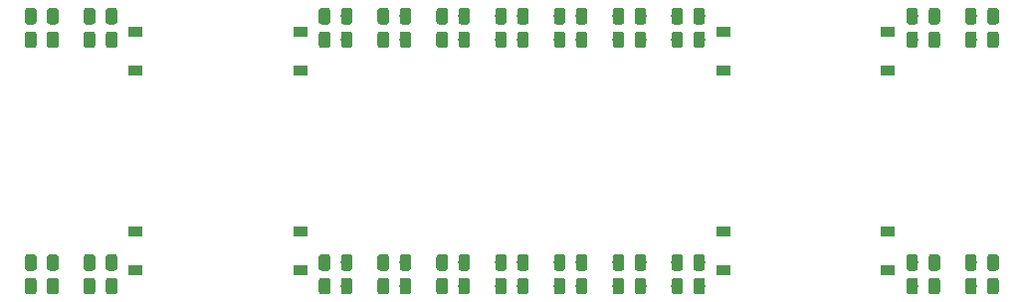
<source format=gbr>
G04 #@! TF.GenerationSoftware,KiCad,Pcbnew,(5.1.2)-2*
G04 #@! TF.CreationDate,2020-02-10T16:48:03+01:00*
G04 #@! TF.ProjectId,OpenHO_Engine,4f70656e-484f-45f4-956e-67696e652e6b,rev?*
G04 #@! TF.SameCoordinates,Original*
G04 #@! TF.FileFunction,Paste,Bot*
G04 #@! TF.FilePolarity,Positive*
%FSLAX46Y46*%
G04 Gerber Fmt 4.6, Leading zero omitted, Abs format (unit mm)*
G04 Created by KiCad (PCBNEW (5.1.2)-2) date 2020-02-10 16:48:03*
%MOMM*%
%LPD*%
G04 APERTURE LIST*
%ADD10C,0.100000*%
%ADD11C,0.975000*%
%ADD12R,1.200000X0.900000*%
G04 APERTURE END LIST*
D10*
G36*
X166205142Y-67301174D02*
G01*
X166228803Y-67304684D01*
X166252007Y-67310496D01*
X166274529Y-67318554D01*
X166296153Y-67328782D01*
X166316670Y-67341079D01*
X166335883Y-67355329D01*
X166353607Y-67371393D01*
X166369671Y-67389117D01*
X166383921Y-67408330D01*
X166396218Y-67428847D01*
X166406446Y-67450471D01*
X166414504Y-67472993D01*
X166420316Y-67496197D01*
X166423826Y-67519858D01*
X166425000Y-67543750D01*
X166425000Y-68456250D01*
X166423826Y-68480142D01*
X166420316Y-68503803D01*
X166414504Y-68527007D01*
X166406446Y-68549529D01*
X166396218Y-68571153D01*
X166383921Y-68591670D01*
X166369671Y-68610883D01*
X166353607Y-68628607D01*
X166335883Y-68644671D01*
X166316670Y-68658921D01*
X166296153Y-68671218D01*
X166274529Y-68681446D01*
X166252007Y-68689504D01*
X166228803Y-68695316D01*
X166205142Y-68698826D01*
X166181250Y-68700000D01*
X165693750Y-68700000D01*
X165669858Y-68698826D01*
X165646197Y-68695316D01*
X165622993Y-68689504D01*
X165600471Y-68681446D01*
X165578847Y-68671218D01*
X165558330Y-68658921D01*
X165539117Y-68644671D01*
X165521393Y-68628607D01*
X165505329Y-68610883D01*
X165491079Y-68591670D01*
X165478782Y-68571153D01*
X165468554Y-68549529D01*
X165460496Y-68527007D01*
X165454684Y-68503803D01*
X165451174Y-68480142D01*
X165450000Y-68456250D01*
X165450000Y-67543750D01*
X165451174Y-67519858D01*
X165454684Y-67496197D01*
X165460496Y-67472993D01*
X165468554Y-67450471D01*
X165478782Y-67428847D01*
X165491079Y-67408330D01*
X165505329Y-67389117D01*
X165521393Y-67371393D01*
X165539117Y-67355329D01*
X165558330Y-67341079D01*
X165578847Y-67328782D01*
X165600471Y-67318554D01*
X165622993Y-67310496D01*
X165646197Y-67304684D01*
X165669858Y-67301174D01*
X165693750Y-67300000D01*
X166181250Y-67300000D01*
X166205142Y-67301174D01*
X166205142Y-67301174D01*
G37*
D11*
X165937500Y-68000000D03*
D10*
G36*
X164330142Y-67301174D02*
G01*
X164353803Y-67304684D01*
X164377007Y-67310496D01*
X164399529Y-67318554D01*
X164421153Y-67328782D01*
X164441670Y-67341079D01*
X164460883Y-67355329D01*
X164478607Y-67371393D01*
X164494671Y-67389117D01*
X164508921Y-67408330D01*
X164521218Y-67428847D01*
X164531446Y-67450471D01*
X164539504Y-67472993D01*
X164545316Y-67496197D01*
X164548826Y-67519858D01*
X164550000Y-67543750D01*
X164550000Y-68456250D01*
X164548826Y-68480142D01*
X164545316Y-68503803D01*
X164539504Y-68527007D01*
X164531446Y-68549529D01*
X164521218Y-68571153D01*
X164508921Y-68591670D01*
X164494671Y-68610883D01*
X164478607Y-68628607D01*
X164460883Y-68644671D01*
X164441670Y-68658921D01*
X164421153Y-68671218D01*
X164399529Y-68681446D01*
X164377007Y-68689504D01*
X164353803Y-68695316D01*
X164330142Y-68698826D01*
X164306250Y-68700000D01*
X163818750Y-68700000D01*
X163794858Y-68698826D01*
X163771197Y-68695316D01*
X163747993Y-68689504D01*
X163725471Y-68681446D01*
X163703847Y-68671218D01*
X163683330Y-68658921D01*
X163664117Y-68644671D01*
X163646393Y-68628607D01*
X163630329Y-68610883D01*
X163616079Y-68591670D01*
X163603782Y-68571153D01*
X163593554Y-68549529D01*
X163585496Y-68527007D01*
X163579684Y-68503803D01*
X163576174Y-68480142D01*
X163575000Y-68456250D01*
X163575000Y-67543750D01*
X163576174Y-67519858D01*
X163579684Y-67496197D01*
X163585496Y-67472993D01*
X163593554Y-67450471D01*
X163603782Y-67428847D01*
X163616079Y-67408330D01*
X163630329Y-67389117D01*
X163646393Y-67371393D01*
X163664117Y-67355329D01*
X163683330Y-67341079D01*
X163703847Y-67328782D01*
X163725471Y-67318554D01*
X163747993Y-67310496D01*
X163771197Y-67304684D01*
X163794858Y-67301174D01*
X163818750Y-67300000D01*
X164306250Y-67300000D01*
X164330142Y-67301174D01*
X164330142Y-67301174D01*
G37*
D11*
X164062500Y-68000000D03*
D10*
G36*
X161205142Y-67301174D02*
G01*
X161228803Y-67304684D01*
X161252007Y-67310496D01*
X161274529Y-67318554D01*
X161296153Y-67328782D01*
X161316670Y-67341079D01*
X161335883Y-67355329D01*
X161353607Y-67371393D01*
X161369671Y-67389117D01*
X161383921Y-67408330D01*
X161396218Y-67428847D01*
X161406446Y-67450471D01*
X161414504Y-67472993D01*
X161420316Y-67496197D01*
X161423826Y-67519858D01*
X161425000Y-67543750D01*
X161425000Y-68456250D01*
X161423826Y-68480142D01*
X161420316Y-68503803D01*
X161414504Y-68527007D01*
X161406446Y-68549529D01*
X161396218Y-68571153D01*
X161383921Y-68591670D01*
X161369671Y-68610883D01*
X161353607Y-68628607D01*
X161335883Y-68644671D01*
X161316670Y-68658921D01*
X161296153Y-68671218D01*
X161274529Y-68681446D01*
X161252007Y-68689504D01*
X161228803Y-68695316D01*
X161205142Y-68698826D01*
X161181250Y-68700000D01*
X160693750Y-68700000D01*
X160669858Y-68698826D01*
X160646197Y-68695316D01*
X160622993Y-68689504D01*
X160600471Y-68681446D01*
X160578847Y-68671218D01*
X160558330Y-68658921D01*
X160539117Y-68644671D01*
X160521393Y-68628607D01*
X160505329Y-68610883D01*
X160491079Y-68591670D01*
X160478782Y-68571153D01*
X160468554Y-68549529D01*
X160460496Y-68527007D01*
X160454684Y-68503803D01*
X160451174Y-68480142D01*
X160450000Y-68456250D01*
X160450000Y-67543750D01*
X160451174Y-67519858D01*
X160454684Y-67496197D01*
X160460496Y-67472993D01*
X160468554Y-67450471D01*
X160478782Y-67428847D01*
X160491079Y-67408330D01*
X160505329Y-67389117D01*
X160521393Y-67371393D01*
X160539117Y-67355329D01*
X160558330Y-67341079D01*
X160578847Y-67328782D01*
X160600471Y-67318554D01*
X160622993Y-67310496D01*
X160646197Y-67304684D01*
X160669858Y-67301174D01*
X160693750Y-67300000D01*
X161181250Y-67300000D01*
X161205142Y-67301174D01*
X161205142Y-67301174D01*
G37*
D11*
X160937500Y-68000000D03*
D10*
G36*
X159330142Y-67301174D02*
G01*
X159353803Y-67304684D01*
X159377007Y-67310496D01*
X159399529Y-67318554D01*
X159421153Y-67328782D01*
X159441670Y-67341079D01*
X159460883Y-67355329D01*
X159478607Y-67371393D01*
X159494671Y-67389117D01*
X159508921Y-67408330D01*
X159521218Y-67428847D01*
X159531446Y-67450471D01*
X159539504Y-67472993D01*
X159545316Y-67496197D01*
X159548826Y-67519858D01*
X159550000Y-67543750D01*
X159550000Y-68456250D01*
X159548826Y-68480142D01*
X159545316Y-68503803D01*
X159539504Y-68527007D01*
X159531446Y-68549529D01*
X159521218Y-68571153D01*
X159508921Y-68591670D01*
X159494671Y-68610883D01*
X159478607Y-68628607D01*
X159460883Y-68644671D01*
X159441670Y-68658921D01*
X159421153Y-68671218D01*
X159399529Y-68681446D01*
X159377007Y-68689504D01*
X159353803Y-68695316D01*
X159330142Y-68698826D01*
X159306250Y-68700000D01*
X158818750Y-68700000D01*
X158794858Y-68698826D01*
X158771197Y-68695316D01*
X158747993Y-68689504D01*
X158725471Y-68681446D01*
X158703847Y-68671218D01*
X158683330Y-68658921D01*
X158664117Y-68644671D01*
X158646393Y-68628607D01*
X158630329Y-68610883D01*
X158616079Y-68591670D01*
X158603782Y-68571153D01*
X158593554Y-68549529D01*
X158585496Y-68527007D01*
X158579684Y-68503803D01*
X158576174Y-68480142D01*
X158575000Y-68456250D01*
X158575000Y-67543750D01*
X158576174Y-67519858D01*
X158579684Y-67496197D01*
X158585496Y-67472993D01*
X158593554Y-67450471D01*
X158603782Y-67428847D01*
X158616079Y-67408330D01*
X158630329Y-67389117D01*
X158646393Y-67371393D01*
X158664117Y-67355329D01*
X158683330Y-67341079D01*
X158703847Y-67328782D01*
X158725471Y-67318554D01*
X158747993Y-67310496D01*
X158771197Y-67304684D01*
X158794858Y-67301174D01*
X158818750Y-67300000D01*
X159306250Y-67300000D01*
X159330142Y-67301174D01*
X159330142Y-67301174D01*
G37*
D11*
X159062500Y-68000000D03*
D10*
G36*
X141205142Y-67301174D02*
G01*
X141228803Y-67304684D01*
X141252007Y-67310496D01*
X141274529Y-67318554D01*
X141296153Y-67328782D01*
X141316670Y-67341079D01*
X141335883Y-67355329D01*
X141353607Y-67371393D01*
X141369671Y-67389117D01*
X141383921Y-67408330D01*
X141396218Y-67428847D01*
X141406446Y-67450471D01*
X141414504Y-67472993D01*
X141420316Y-67496197D01*
X141423826Y-67519858D01*
X141425000Y-67543750D01*
X141425000Y-68456250D01*
X141423826Y-68480142D01*
X141420316Y-68503803D01*
X141414504Y-68527007D01*
X141406446Y-68549529D01*
X141396218Y-68571153D01*
X141383921Y-68591670D01*
X141369671Y-68610883D01*
X141353607Y-68628607D01*
X141335883Y-68644671D01*
X141316670Y-68658921D01*
X141296153Y-68671218D01*
X141274529Y-68681446D01*
X141252007Y-68689504D01*
X141228803Y-68695316D01*
X141205142Y-68698826D01*
X141181250Y-68700000D01*
X140693750Y-68700000D01*
X140669858Y-68698826D01*
X140646197Y-68695316D01*
X140622993Y-68689504D01*
X140600471Y-68681446D01*
X140578847Y-68671218D01*
X140558330Y-68658921D01*
X140539117Y-68644671D01*
X140521393Y-68628607D01*
X140505329Y-68610883D01*
X140491079Y-68591670D01*
X140478782Y-68571153D01*
X140468554Y-68549529D01*
X140460496Y-68527007D01*
X140454684Y-68503803D01*
X140451174Y-68480142D01*
X140450000Y-68456250D01*
X140450000Y-67543750D01*
X140451174Y-67519858D01*
X140454684Y-67496197D01*
X140460496Y-67472993D01*
X140468554Y-67450471D01*
X140478782Y-67428847D01*
X140491079Y-67408330D01*
X140505329Y-67389117D01*
X140521393Y-67371393D01*
X140539117Y-67355329D01*
X140558330Y-67341079D01*
X140578847Y-67328782D01*
X140600471Y-67318554D01*
X140622993Y-67310496D01*
X140646197Y-67304684D01*
X140669858Y-67301174D01*
X140693750Y-67300000D01*
X141181250Y-67300000D01*
X141205142Y-67301174D01*
X141205142Y-67301174D01*
G37*
D11*
X140937500Y-68000000D03*
D10*
G36*
X139330142Y-67301174D02*
G01*
X139353803Y-67304684D01*
X139377007Y-67310496D01*
X139399529Y-67318554D01*
X139421153Y-67328782D01*
X139441670Y-67341079D01*
X139460883Y-67355329D01*
X139478607Y-67371393D01*
X139494671Y-67389117D01*
X139508921Y-67408330D01*
X139521218Y-67428847D01*
X139531446Y-67450471D01*
X139539504Y-67472993D01*
X139545316Y-67496197D01*
X139548826Y-67519858D01*
X139550000Y-67543750D01*
X139550000Y-68456250D01*
X139548826Y-68480142D01*
X139545316Y-68503803D01*
X139539504Y-68527007D01*
X139531446Y-68549529D01*
X139521218Y-68571153D01*
X139508921Y-68591670D01*
X139494671Y-68610883D01*
X139478607Y-68628607D01*
X139460883Y-68644671D01*
X139441670Y-68658921D01*
X139421153Y-68671218D01*
X139399529Y-68681446D01*
X139377007Y-68689504D01*
X139353803Y-68695316D01*
X139330142Y-68698826D01*
X139306250Y-68700000D01*
X138818750Y-68700000D01*
X138794858Y-68698826D01*
X138771197Y-68695316D01*
X138747993Y-68689504D01*
X138725471Y-68681446D01*
X138703847Y-68671218D01*
X138683330Y-68658921D01*
X138664117Y-68644671D01*
X138646393Y-68628607D01*
X138630329Y-68610883D01*
X138616079Y-68591670D01*
X138603782Y-68571153D01*
X138593554Y-68549529D01*
X138585496Y-68527007D01*
X138579684Y-68503803D01*
X138576174Y-68480142D01*
X138575000Y-68456250D01*
X138575000Y-67543750D01*
X138576174Y-67519858D01*
X138579684Y-67496197D01*
X138585496Y-67472993D01*
X138593554Y-67450471D01*
X138603782Y-67428847D01*
X138616079Y-67408330D01*
X138630329Y-67389117D01*
X138646393Y-67371393D01*
X138664117Y-67355329D01*
X138683330Y-67341079D01*
X138703847Y-67328782D01*
X138725471Y-67318554D01*
X138747993Y-67310496D01*
X138771197Y-67304684D01*
X138794858Y-67301174D01*
X138818750Y-67300000D01*
X139306250Y-67300000D01*
X139330142Y-67301174D01*
X139330142Y-67301174D01*
G37*
D11*
X139062500Y-68000000D03*
D10*
G36*
X136205142Y-67301174D02*
G01*
X136228803Y-67304684D01*
X136252007Y-67310496D01*
X136274529Y-67318554D01*
X136296153Y-67328782D01*
X136316670Y-67341079D01*
X136335883Y-67355329D01*
X136353607Y-67371393D01*
X136369671Y-67389117D01*
X136383921Y-67408330D01*
X136396218Y-67428847D01*
X136406446Y-67450471D01*
X136414504Y-67472993D01*
X136420316Y-67496197D01*
X136423826Y-67519858D01*
X136425000Y-67543750D01*
X136425000Y-68456250D01*
X136423826Y-68480142D01*
X136420316Y-68503803D01*
X136414504Y-68527007D01*
X136406446Y-68549529D01*
X136396218Y-68571153D01*
X136383921Y-68591670D01*
X136369671Y-68610883D01*
X136353607Y-68628607D01*
X136335883Y-68644671D01*
X136316670Y-68658921D01*
X136296153Y-68671218D01*
X136274529Y-68681446D01*
X136252007Y-68689504D01*
X136228803Y-68695316D01*
X136205142Y-68698826D01*
X136181250Y-68700000D01*
X135693750Y-68700000D01*
X135669858Y-68698826D01*
X135646197Y-68695316D01*
X135622993Y-68689504D01*
X135600471Y-68681446D01*
X135578847Y-68671218D01*
X135558330Y-68658921D01*
X135539117Y-68644671D01*
X135521393Y-68628607D01*
X135505329Y-68610883D01*
X135491079Y-68591670D01*
X135478782Y-68571153D01*
X135468554Y-68549529D01*
X135460496Y-68527007D01*
X135454684Y-68503803D01*
X135451174Y-68480142D01*
X135450000Y-68456250D01*
X135450000Y-67543750D01*
X135451174Y-67519858D01*
X135454684Y-67496197D01*
X135460496Y-67472993D01*
X135468554Y-67450471D01*
X135478782Y-67428847D01*
X135491079Y-67408330D01*
X135505329Y-67389117D01*
X135521393Y-67371393D01*
X135539117Y-67355329D01*
X135558330Y-67341079D01*
X135578847Y-67328782D01*
X135600471Y-67318554D01*
X135622993Y-67310496D01*
X135646197Y-67304684D01*
X135669858Y-67301174D01*
X135693750Y-67300000D01*
X136181250Y-67300000D01*
X136205142Y-67301174D01*
X136205142Y-67301174D01*
G37*
D11*
X135937500Y-68000000D03*
D10*
G36*
X134330142Y-67301174D02*
G01*
X134353803Y-67304684D01*
X134377007Y-67310496D01*
X134399529Y-67318554D01*
X134421153Y-67328782D01*
X134441670Y-67341079D01*
X134460883Y-67355329D01*
X134478607Y-67371393D01*
X134494671Y-67389117D01*
X134508921Y-67408330D01*
X134521218Y-67428847D01*
X134531446Y-67450471D01*
X134539504Y-67472993D01*
X134545316Y-67496197D01*
X134548826Y-67519858D01*
X134550000Y-67543750D01*
X134550000Y-68456250D01*
X134548826Y-68480142D01*
X134545316Y-68503803D01*
X134539504Y-68527007D01*
X134531446Y-68549529D01*
X134521218Y-68571153D01*
X134508921Y-68591670D01*
X134494671Y-68610883D01*
X134478607Y-68628607D01*
X134460883Y-68644671D01*
X134441670Y-68658921D01*
X134421153Y-68671218D01*
X134399529Y-68681446D01*
X134377007Y-68689504D01*
X134353803Y-68695316D01*
X134330142Y-68698826D01*
X134306250Y-68700000D01*
X133818750Y-68700000D01*
X133794858Y-68698826D01*
X133771197Y-68695316D01*
X133747993Y-68689504D01*
X133725471Y-68681446D01*
X133703847Y-68671218D01*
X133683330Y-68658921D01*
X133664117Y-68644671D01*
X133646393Y-68628607D01*
X133630329Y-68610883D01*
X133616079Y-68591670D01*
X133603782Y-68571153D01*
X133593554Y-68549529D01*
X133585496Y-68527007D01*
X133579684Y-68503803D01*
X133576174Y-68480142D01*
X133575000Y-68456250D01*
X133575000Y-67543750D01*
X133576174Y-67519858D01*
X133579684Y-67496197D01*
X133585496Y-67472993D01*
X133593554Y-67450471D01*
X133603782Y-67428847D01*
X133616079Y-67408330D01*
X133630329Y-67389117D01*
X133646393Y-67371393D01*
X133664117Y-67355329D01*
X133683330Y-67341079D01*
X133703847Y-67328782D01*
X133725471Y-67318554D01*
X133747993Y-67310496D01*
X133771197Y-67304684D01*
X133794858Y-67301174D01*
X133818750Y-67300000D01*
X134306250Y-67300000D01*
X134330142Y-67301174D01*
X134330142Y-67301174D01*
G37*
D11*
X134062500Y-68000000D03*
D10*
G36*
X131205142Y-67301174D02*
G01*
X131228803Y-67304684D01*
X131252007Y-67310496D01*
X131274529Y-67318554D01*
X131296153Y-67328782D01*
X131316670Y-67341079D01*
X131335883Y-67355329D01*
X131353607Y-67371393D01*
X131369671Y-67389117D01*
X131383921Y-67408330D01*
X131396218Y-67428847D01*
X131406446Y-67450471D01*
X131414504Y-67472993D01*
X131420316Y-67496197D01*
X131423826Y-67519858D01*
X131425000Y-67543750D01*
X131425000Y-68456250D01*
X131423826Y-68480142D01*
X131420316Y-68503803D01*
X131414504Y-68527007D01*
X131406446Y-68549529D01*
X131396218Y-68571153D01*
X131383921Y-68591670D01*
X131369671Y-68610883D01*
X131353607Y-68628607D01*
X131335883Y-68644671D01*
X131316670Y-68658921D01*
X131296153Y-68671218D01*
X131274529Y-68681446D01*
X131252007Y-68689504D01*
X131228803Y-68695316D01*
X131205142Y-68698826D01*
X131181250Y-68700000D01*
X130693750Y-68700000D01*
X130669858Y-68698826D01*
X130646197Y-68695316D01*
X130622993Y-68689504D01*
X130600471Y-68681446D01*
X130578847Y-68671218D01*
X130558330Y-68658921D01*
X130539117Y-68644671D01*
X130521393Y-68628607D01*
X130505329Y-68610883D01*
X130491079Y-68591670D01*
X130478782Y-68571153D01*
X130468554Y-68549529D01*
X130460496Y-68527007D01*
X130454684Y-68503803D01*
X130451174Y-68480142D01*
X130450000Y-68456250D01*
X130450000Y-67543750D01*
X130451174Y-67519858D01*
X130454684Y-67496197D01*
X130460496Y-67472993D01*
X130468554Y-67450471D01*
X130478782Y-67428847D01*
X130491079Y-67408330D01*
X130505329Y-67389117D01*
X130521393Y-67371393D01*
X130539117Y-67355329D01*
X130558330Y-67341079D01*
X130578847Y-67328782D01*
X130600471Y-67318554D01*
X130622993Y-67310496D01*
X130646197Y-67304684D01*
X130669858Y-67301174D01*
X130693750Y-67300000D01*
X131181250Y-67300000D01*
X131205142Y-67301174D01*
X131205142Y-67301174D01*
G37*
D11*
X130937500Y-68000000D03*
D10*
G36*
X129330142Y-67301174D02*
G01*
X129353803Y-67304684D01*
X129377007Y-67310496D01*
X129399529Y-67318554D01*
X129421153Y-67328782D01*
X129441670Y-67341079D01*
X129460883Y-67355329D01*
X129478607Y-67371393D01*
X129494671Y-67389117D01*
X129508921Y-67408330D01*
X129521218Y-67428847D01*
X129531446Y-67450471D01*
X129539504Y-67472993D01*
X129545316Y-67496197D01*
X129548826Y-67519858D01*
X129550000Y-67543750D01*
X129550000Y-68456250D01*
X129548826Y-68480142D01*
X129545316Y-68503803D01*
X129539504Y-68527007D01*
X129531446Y-68549529D01*
X129521218Y-68571153D01*
X129508921Y-68591670D01*
X129494671Y-68610883D01*
X129478607Y-68628607D01*
X129460883Y-68644671D01*
X129441670Y-68658921D01*
X129421153Y-68671218D01*
X129399529Y-68681446D01*
X129377007Y-68689504D01*
X129353803Y-68695316D01*
X129330142Y-68698826D01*
X129306250Y-68700000D01*
X128818750Y-68700000D01*
X128794858Y-68698826D01*
X128771197Y-68695316D01*
X128747993Y-68689504D01*
X128725471Y-68681446D01*
X128703847Y-68671218D01*
X128683330Y-68658921D01*
X128664117Y-68644671D01*
X128646393Y-68628607D01*
X128630329Y-68610883D01*
X128616079Y-68591670D01*
X128603782Y-68571153D01*
X128593554Y-68549529D01*
X128585496Y-68527007D01*
X128579684Y-68503803D01*
X128576174Y-68480142D01*
X128575000Y-68456250D01*
X128575000Y-67543750D01*
X128576174Y-67519858D01*
X128579684Y-67496197D01*
X128585496Y-67472993D01*
X128593554Y-67450471D01*
X128603782Y-67428847D01*
X128616079Y-67408330D01*
X128630329Y-67389117D01*
X128646393Y-67371393D01*
X128664117Y-67355329D01*
X128683330Y-67341079D01*
X128703847Y-67328782D01*
X128725471Y-67318554D01*
X128747993Y-67310496D01*
X128771197Y-67304684D01*
X128794858Y-67301174D01*
X128818750Y-67300000D01*
X129306250Y-67300000D01*
X129330142Y-67301174D01*
X129330142Y-67301174D01*
G37*
D11*
X129062500Y-68000000D03*
D10*
G36*
X126205142Y-67301174D02*
G01*
X126228803Y-67304684D01*
X126252007Y-67310496D01*
X126274529Y-67318554D01*
X126296153Y-67328782D01*
X126316670Y-67341079D01*
X126335883Y-67355329D01*
X126353607Y-67371393D01*
X126369671Y-67389117D01*
X126383921Y-67408330D01*
X126396218Y-67428847D01*
X126406446Y-67450471D01*
X126414504Y-67472993D01*
X126420316Y-67496197D01*
X126423826Y-67519858D01*
X126425000Y-67543750D01*
X126425000Y-68456250D01*
X126423826Y-68480142D01*
X126420316Y-68503803D01*
X126414504Y-68527007D01*
X126406446Y-68549529D01*
X126396218Y-68571153D01*
X126383921Y-68591670D01*
X126369671Y-68610883D01*
X126353607Y-68628607D01*
X126335883Y-68644671D01*
X126316670Y-68658921D01*
X126296153Y-68671218D01*
X126274529Y-68681446D01*
X126252007Y-68689504D01*
X126228803Y-68695316D01*
X126205142Y-68698826D01*
X126181250Y-68700000D01*
X125693750Y-68700000D01*
X125669858Y-68698826D01*
X125646197Y-68695316D01*
X125622993Y-68689504D01*
X125600471Y-68681446D01*
X125578847Y-68671218D01*
X125558330Y-68658921D01*
X125539117Y-68644671D01*
X125521393Y-68628607D01*
X125505329Y-68610883D01*
X125491079Y-68591670D01*
X125478782Y-68571153D01*
X125468554Y-68549529D01*
X125460496Y-68527007D01*
X125454684Y-68503803D01*
X125451174Y-68480142D01*
X125450000Y-68456250D01*
X125450000Y-67543750D01*
X125451174Y-67519858D01*
X125454684Y-67496197D01*
X125460496Y-67472993D01*
X125468554Y-67450471D01*
X125478782Y-67428847D01*
X125491079Y-67408330D01*
X125505329Y-67389117D01*
X125521393Y-67371393D01*
X125539117Y-67355329D01*
X125558330Y-67341079D01*
X125578847Y-67328782D01*
X125600471Y-67318554D01*
X125622993Y-67310496D01*
X125646197Y-67304684D01*
X125669858Y-67301174D01*
X125693750Y-67300000D01*
X126181250Y-67300000D01*
X126205142Y-67301174D01*
X126205142Y-67301174D01*
G37*
D11*
X125937500Y-68000000D03*
D10*
G36*
X124330142Y-67301174D02*
G01*
X124353803Y-67304684D01*
X124377007Y-67310496D01*
X124399529Y-67318554D01*
X124421153Y-67328782D01*
X124441670Y-67341079D01*
X124460883Y-67355329D01*
X124478607Y-67371393D01*
X124494671Y-67389117D01*
X124508921Y-67408330D01*
X124521218Y-67428847D01*
X124531446Y-67450471D01*
X124539504Y-67472993D01*
X124545316Y-67496197D01*
X124548826Y-67519858D01*
X124550000Y-67543750D01*
X124550000Y-68456250D01*
X124548826Y-68480142D01*
X124545316Y-68503803D01*
X124539504Y-68527007D01*
X124531446Y-68549529D01*
X124521218Y-68571153D01*
X124508921Y-68591670D01*
X124494671Y-68610883D01*
X124478607Y-68628607D01*
X124460883Y-68644671D01*
X124441670Y-68658921D01*
X124421153Y-68671218D01*
X124399529Y-68681446D01*
X124377007Y-68689504D01*
X124353803Y-68695316D01*
X124330142Y-68698826D01*
X124306250Y-68700000D01*
X123818750Y-68700000D01*
X123794858Y-68698826D01*
X123771197Y-68695316D01*
X123747993Y-68689504D01*
X123725471Y-68681446D01*
X123703847Y-68671218D01*
X123683330Y-68658921D01*
X123664117Y-68644671D01*
X123646393Y-68628607D01*
X123630329Y-68610883D01*
X123616079Y-68591670D01*
X123603782Y-68571153D01*
X123593554Y-68549529D01*
X123585496Y-68527007D01*
X123579684Y-68503803D01*
X123576174Y-68480142D01*
X123575000Y-68456250D01*
X123575000Y-67543750D01*
X123576174Y-67519858D01*
X123579684Y-67496197D01*
X123585496Y-67472993D01*
X123593554Y-67450471D01*
X123603782Y-67428847D01*
X123616079Y-67408330D01*
X123630329Y-67389117D01*
X123646393Y-67371393D01*
X123664117Y-67355329D01*
X123683330Y-67341079D01*
X123703847Y-67328782D01*
X123725471Y-67318554D01*
X123747993Y-67310496D01*
X123771197Y-67304684D01*
X123794858Y-67301174D01*
X123818750Y-67300000D01*
X124306250Y-67300000D01*
X124330142Y-67301174D01*
X124330142Y-67301174D01*
G37*
D11*
X124062500Y-68000000D03*
D10*
G36*
X121205142Y-67301174D02*
G01*
X121228803Y-67304684D01*
X121252007Y-67310496D01*
X121274529Y-67318554D01*
X121296153Y-67328782D01*
X121316670Y-67341079D01*
X121335883Y-67355329D01*
X121353607Y-67371393D01*
X121369671Y-67389117D01*
X121383921Y-67408330D01*
X121396218Y-67428847D01*
X121406446Y-67450471D01*
X121414504Y-67472993D01*
X121420316Y-67496197D01*
X121423826Y-67519858D01*
X121425000Y-67543750D01*
X121425000Y-68456250D01*
X121423826Y-68480142D01*
X121420316Y-68503803D01*
X121414504Y-68527007D01*
X121406446Y-68549529D01*
X121396218Y-68571153D01*
X121383921Y-68591670D01*
X121369671Y-68610883D01*
X121353607Y-68628607D01*
X121335883Y-68644671D01*
X121316670Y-68658921D01*
X121296153Y-68671218D01*
X121274529Y-68681446D01*
X121252007Y-68689504D01*
X121228803Y-68695316D01*
X121205142Y-68698826D01*
X121181250Y-68700000D01*
X120693750Y-68700000D01*
X120669858Y-68698826D01*
X120646197Y-68695316D01*
X120622993Y-68689504D01*
X120600471Y-68681446D01*
X120578847Y-68671218D01*
X120558330Y-68658921D01*
X120539117Y-68644671D01*
X120521393Y-68628607D01*
X120505329Y-68610883D01*
X120491079Y-68591670D01*
X120478782Y-68571153D01*
X120468554Y-68549529D01*
X120460496Y-68527007D01*
X120454684Y-68503803D01*
X120451174Y-68480142D01*
X120450000Y-68456250D01*
X120450000Y-67543750D01*
X120451174Y-67519858D01*
X120454684Y-67496197D01*
X120460496Y-67472993D01*
X120468554Y-67450471D01*
X120478782Y-67428847D01*
X120491079Y-67408330D01*
X120505329Y-67389117D01*
X120521393Y-67371393D01*
X120539117Y-67355329D01*
X120558330Y-67341079D01*
X120578847Y-67328782D01*
X120600471Y-67318554D01*
X120622993Y-67310496D01*
X120646197Y-67304684D01*
X120669858Y-67301174D01*
X120693750Y-67300000D01*
X121181250Y-67300000D01*
X121205142Y-67301174D01*
X121205142Y-67301174D01*
G37*
D11*
X120937500Y-68000000D03*
D10*
G36*
X119330142Y-67301174D02*
G01*
X119353803Y-67304684D01*
X119377007Y-67310496D01*
X119399529Y-67318554D01*
X119421153Y-67328782D01*
X119441670Y-67341079D01*
X119460883Y-67355329D01*
X119478607Y-67371393D01*
X119494671Y-67389117D01*
X119508921Y-67408330D01*
X119521218Y-67428847D01*
X119531446Y-67450471D01*
X119539504Y-67472993D01*
X119545316Y-67496197D01*
X119548826Y-67519858D01*
X119550000Y-67543750D01*
X119550000Y-68456250D01*
X119548826Y-68480142D01*
X119545316Y-68503803D01*
X119539504Y-68527007D01*
X119531446Y-68549529D01*
X119521218Y-68571153D01*
X119508921Y-68591670D01*
X119494671Y-68610883D01*
X119478607Y-68628607D01*
X119460883Y-68644671D01*
X119441670Y-68658921D01*
X119421153Y-68671218D01*
X119399529Y-68681446D01*
X119377007Y-68689504D01*
X119353803Y-68695316D01*
X119330142Y-68698826D01*
X119306250Y-68700000D01*
X118818750Y-68700000D01*
X118794858Y-68698826D01*
X118771197Y-68695316D01*
X118747993Y-68689504D01*
X118725471Y-68681446D01*
X118703847Y-68671218D01*
X118683330Y-68658921D01*
X118664117Y-68644671D01*
X118646393Y-68628607D01*
X118630329Y-68610883D01*
X118616079Y-68591670D01*
X118603782Y-68571153D01*
X118593554Y-68549529D01*
X118585496Y-68527007D01*
X118579684Y-68503803D01*
X118576174Y-68480142D01*
X118575000Y-68456250D01*
X118575000Y-67543750D01*
X118576174Y-67519858D01*
X118579684Y-67496197D01*
X118585496Y-67472993D01*
X118593554Y-67450471D01*
X118603782Y-67428847D01*
X118616079Y-67408330D01*
X118630329Y-67389117D01*
X118646393Y-67371393D01*
X118664117Y-67355329D01*
X118683330Y-67341079D01*
X118703847Y-67328782D01*
X118725471Y-67318554D01*
X118747993Y-67310496D01*
X118771197Y-67304684D01*
X118794858Y-67301174D01*
X118818750Y-67300000D01*
X119306250Y-67300000D01*
X119330142Y-67301174D01*
X119330142Y-67301174D01*
G37*
D11*
X119062500Y-68000000D03*
D10*
G36*
X116205142Y-67301174D02*
G01*
X116228803Y-67304684D01*
X116252007Y-67310496D01*
X116274529Y-67318554D01*
X116296153Y-67328782D01*
X116316670Y-67341079D01*
X116335883Y-67355329D01*
X116353607Y-67371393D01*
X116369671Y-67389117D01*
X116383921Y-67408330D01*
X116396218Y-67428847D01*
X116406446Y-67450471D01*
X116414504Y-67472993D01*
X116420316Y-67496197D01*
X116423826Y-67519858D01*
X116425000Y-67543750D01*
X116425000Y-68456250D01*
X116423826Y-68480142D01*
X116420316Y-68503803D01*
X116414504Y-68527007D01*
X116406446Y-68549529D01*
X116396218Y-68571153D01*
X116383921Y-68591670D01*
X116369671Y-68610883D01*
X116353607Y-68628607D01*
X116335883Y-68644671D01*
X116316670Y-68658921D01*
X116296153Y-68671218D01*
X116274529Y-68681446D01*
X116252007Y-68689504D01*
X116228803Y-68695316D01*
X116205142Y-68698826D01*
X116181250Y-68700000D01*
X115693750Y-68700000D01*
X115669858Y-68698826D01*
X115646197Y-68695316D01*
X115622993Y-68689504D01*
X115600471Y-68681446D01*
X115578847Y-68671218D01*
X115558330Y-68658921D01*
X115539117Y-68644671D01*
X115521393Y-68628607D01*
X115505329Y-68610883D01*
X115491079Y-68591670D01*
X115478782Y-68571153D01*
X115468554Y-68549529D01*
X115460496Y-68527007D01*
X115454684Y-68503803D01*
X115451174Y-68480142D01*
X115450000Y-68456250D01*
X115450000Y-67543750D01*
X115451174Y-67519858D01*
X115454684Y-67496197D01*
X115460496Y-67472993D01*
X115468554Y-67450471D01*
X115478782Y-67428847D01*
X115491079Y-67408330D01*
X115505329Y-67389117D01*
X115521393Y-67371393D01*
X115539117Y-67355329D01*
X115558330Y-67341079D01*
X115578847Y-67328782D01*
X115600471Y-67318554D01*
X115622993Y-67310496D01*
X115646197Y-67304684D01*
X115669858Y-67301174D01*
X115693750Y-67300000D01*
X116181250Y-67300000D01*
X116205142Y-67301174D01*
X116205142Y-67301174D01*
G37*
D11*
X115937500Y-68000000D03*
D10*
G36*
X114330142Y-67301174D02*
G01*
X114353803Y-67304684D01*
X114377007Y-67310496D01*
X114399529Y-67318554D01*
X114421153Y-67328782D01*
X114441670Y-67341079D01*
X114460883Y-67355329D01*
X114478607Y-67371393D01*
X114494671Y-67389117D01*
X114508921Y-67408330D01*
X114521218Y-67428847D01*
X114531446Y-67450471D01*
X114539504Y-67472993D01*
X114545316Y-67496197D01*
X114548826Y-67519858D01*
X114550000Y-67543750D01*
X114550000Y-68456250D01*
X114548826Y-68480142D01*
X114545316Y-68503803D01*
X114539504Y-68527007D01*
X114531446Y-68549529D01*
X114521218Y-68571153D01*
X114508921Y-68591670D01*
X114494671Y-68610883D01*
X114478607Y-68628607D01*
X114460883Y-68644671D01*
X114441670Y-68658921D01*
X114421153Y-68671218D01*
X114399529Y-68681446D01*
X114377007Y-68689504D01*
X114353803Y-68695316D01*
X114330142Y-68698826D01*
X114306250Y-68700000D01*
X113818750Y-68700000D01*
X113794858Y-68698826D01*
X113771197Y-68695316D01*
X113747993Y-68689504D01*
X113725471Y-68681446D01*
X113703847Y-68671218D01*
X113683330Y-68658921D01*
X113664117Y-68644671D01*
X113646393Y-68628607D01*
X113630329Y-68610883D01*
X113616079Y-68591670D01*
X113603782Y-68571153D01*
X113593554Y-68549529D01*
X113585496Y-68527007D01*
X113579684Y-68503803D01*
X113576174Y-68480142D01*
X113575000Y-68456250D01*
X113575000Y-67543750D01*
X113576174Y-67519858D01*
X113579684Y-67496197D01*
X113585496Y-67472993D01*
X113593554Y-67450471D01*
X113603782Y-67428847D01*
X113616079Y-67408330D01*
X113630329Y-67389117D01*
X113646393Y-67371393D01*
X113664117Y-67355329D01*
X113683330Y-67341079D01*
X113703847Y-67328782D01*
X113725471Y-67318554D01*
X113747993Y-67310496D01*
X113771197Y-67304684D01*
X113794858Y-67301174D01*
X113818750Y-67300000D01*
X114306250Y-67300000D01*
X114330142Y-67301174D01*
X114330142Y-67301174D01*
G37*
D11*
X114062500Y-68000000D03*
D10*
G36*
X111205142Y-67301174D02*
G01*
X111228803Y-67304684D01*
X111252007Y-67310496D01*
X111274529Y-67318554D01*
X111296153Y-67328782D01*
X111316670Y-67341079D01*
X111335883Y-67355329D01*
X111353607Y-67371393D01*
X111369671Y-67389117D01*
X111383921Y-67408330D01*
X111396218Y-67428847D01*
X111406446Y-67450471D01*
X111414504Y-67472993D01*
X111420316Y-67496197D01*
X111423826Y-67519858D01*
X111425000Y-67543750D01*
X111425000Y-68456250D01*
X111423826Y-68480142D01*
X111420316Y-68503803D01*
X111414504Y-68527007D01*
X111406446Y-68549529D01*
X111396218Y-68571153D01*
X111383921Y-68591670D01*
X111369671Y-68610883D01*
X111353607Y-68628607D01*
X111335883Y-68644671D01*
X111316670Y-68658921D01*
X111296153Y-68671218D01*
X111274529Y-68681446D01*
X111252007Y-68689504D01*
X111228803Y-68695316D01*
X111205142Y-68698826D01*
X111181250Y-68700000D01*
X110693750Y-68700000D01*
X110669858Y-68698826D01*
X110646197Y-68695316D01*
X110622993Y-68689504D01*
X110600471Y-68681446D01*
X110578847Y-68671218D01*
X110558330Y-68658921D01*
X110539117Y-68644671D01*
X110521393Y-68628607D01*
X110505329Y-68610883D01*
X110491079Y-68591670D01*
X110478782Y-68571153D01*
X110468554Y-68549529D01*
X110460496Y-68527007D01*
X110454684Y-68503803D01*
X110451174Y-68480142D01*
X110450000Y-68456250D01*
X110450000Y-67543750D01*
X110451174Y-67519858D01*
X110454684Y-67496197D01*
X110460496Y-67472993D01*
X110468554Y-67450471D01*
X110478782Y-67428847D01*
X110491079Y-67408330D01*
X110505329Y-67389117D01*
X110521393Y-67371393D01*
X110539117Y-67355329D01*
X110558330Y-67341079D01*
X110578847Y-67328782D01*
X110600471Y-67318554D01*
X110622993Y-67310496D01*
X110646197Y-67304684D01*
X110669858Y-67301174D01*
X110693750Y-67300000D01*
X111181250Y-67300000D01*
X111205142Y-67301174D01*
X111205142Y-67301174D01*
G37*
D11*
X110937500Y-68000000D03*
D10*
G36*
X109330142Y-67301174D02*
G01*
X109353803Y-67304684D01*
X109377007Y-67310496D01*
X109399529Y-67318554D01*
X109421153Y-67328782D01*
X109441670Y-67341079D01*
X109460883Y-67355329D01*
X109478607Y-67371393D01*
X109494671Y-67389117D01*
X109508921Y-67408330D01*
X109521218Y-67428847D01*
X109531446Y-67450471D01*
X109539504Y-67472993D01*
X109545316Y-67496197D01*
X109548826Y-67519858D01*
X109550000Y-67543750D01*
X109550000Y-68456250D01*
X109548826Y-68480142D01*
X109545316Y-68503803D01*
X109539504Y-68527007D01*
X109531446Y-68549529D01*
X109521218Y-68571153D01*
X109508921Y-68591670D01*
X109494671Y-68610883D01*
X109478607Y-68628607D01*
X109460883Y-68644671D01*
X109441670Y-68658921D01*
X109421153Y-68671218D01*
X109399529Y-68681446D01*
X109377007Y-68689504D01*
X109353803Y-68695316D01*
X109330142Y-68698826D01*
X109306250Y-68700000D01*
X108818750Y-68700000D01*
X108794858Y-68698826D01*
X108771197Y-68695316D01*
X108747993Y-68689504D01*
X108725471Y-68681446D01*
X108703847Y-68671218D01*
X108683330Y-68658921D01*
X108664117Y-68644671D01*
X108646393Y-68628607D01*
X108630329Y-68610883D01*
X108616079Y-68591670D01*
X108603782Y-68571153D01*
X108593554Y-68549529D01*
X108585496Y-68527007D01*
X108579684Y-68503803D01*
X108576174Y-68480142D01*
X108575000Y-68456250D01*
X108575000Y-67543750D01*
X108576174Y-67519858D01*
X108579684Y-67496197D01*
X108585496Y-67472993D01*
X108593554Y-67450471D01*
X108603782Y-67428847D01*
X108616079Y-67408330D01*
X108630329Y-67389117D01*
X108646393Y-67371393D01*
X108664117Y-67355329D01*
X108683330Y-67341079D01*
X108703847Y-67328782D01*
X108725471Y-67318554D01*
X108747993Y-67310496D01*
X108771197Y-67304684D01*
X108794858Y-67301174D01*
X108818750Y-67300000D01*
X109306250Y-67300000D01*
X109330142Y-67301174D01*
X109330142Y-67301174D01*
G37*
D11*
X109062500Y-68000000D03*
D10*
G36*
X91205142Y-67301174D02*
G01*
X91228803Y-67304684D01*
X91252007Y-67310496D01*
X91274529Y-67318554D01*
X91296153Y-67328782D01*
X91316670Y-67341079D01*
X91335883Y-67355329D01*
X91353607Y-67371393D01*
X91369671Y-67389117D01*
X91383921Y-67408330D01*
X91396218Y-67428847D01*
X91406446Y-67450471D01*
X91414504Y-67472993D01*
X91420316Y-67496197D01*
X91423826Y-67519858D01*
X91425000Y-67543750D01*
X91425000Y-68456250D01*
X91423826Y-68480142D01*
X91420316Y-68503803D01*
X91414504Y-68527007D01*
X91406446Y-68549529D01*
X91396218Y-68571153D01*
X91383921Y-68591670D01*
X91369671Y-68610883D01*
X91353607Y-68628607D01*
X91335883Y-68644671D01*
X91316670Y-68658921D01*
X91296153Y-68671218D01*
X91274529Y-68681446D01*
X91252007Y-68689504D01*
X91228803Y-68695316D01*
X91205142Y-68698826D01*
X91181250Y-68700000D01*
X90693750Y-68700000D01*
X90669858Y-68698826D01*
X90646197Y-68695316D01*
X90622993Y-68689504D01*
X90600471Y-68681446D01*
X90578847Y-68671218D01*
X90558330Y-68658921D01*
X90539117Y-68644671D01*
X90521393Y-68628607D01*
X90505329Y-68610883D01*
X90491079Y-68591670D01*
X90478782Y-68571153D01*
X90468554Y-68549529D01*
X90460496Y-68527007D01*
X90454684Y-68503803D01*
X90451174Y-68480142D01*
X90450000Y-68456250D01*
X90450000Y-67543750D01*
X90451174Y-67519858D01*
X90454684Y-67496197D01*
X90460496Y-67472993D01*
X90468554Y-67450471D01*
X90478782Y-67428847D01*
X90491079Y-67408330D01*
X90505329Y-67389117D01*
X90521393Y-67371393D01*
X90539117Y-67355329D01*
X90558330Y-67341079D01*
X90578847Y-67328782D01*
X90600471Y-67318554D01*
X90622993Y-67310496D01*
X90646197Y-67304684D01*
X90669858Y-67301174D01*
X90693750Y-67300000D01*
X91181250Y-67300000D01*
X91205142Y-67301174D01*
X91205142Y-67301174D01*
G37*
D11*
X90937500Y-68000000D03*
D10*
G36*
X89330142Y-67301174D02*
G01*
X89353803Y-67304684D01*
X89377007Y-67310496D01*
X89399529Y-67318554D01*
X89421153Y-67328782D01*
X89441670Y-67341079D01*
X89460883Y-67355329D01*
X89478607Y-67371393D01*
X89494671Y-67389117D01*
X89508921Y-67408330D01*
X89521218Y-67428847D01*
X89531446Y-67450471D01*
X89539504Y-67472993D01*
X89545316Y-67496197D01*
X89548826Y-67519858D01*
X89550000Y-67543750D01*
X89550000Y-68456250D01*
X89548826Y-68480142D01*
X89545316Y-68503803D01*
X89539504Y-68527007D01*
X89531446Y-68549529D01*
X89521218Y-68571153D01*
X89508921Y-68591670D01*
X89494671Y-68610883D01*
X89478607Y-68628607D01*
X89460883Y-68644671D01*
X89441670Y-68658921D01*
X89421153Y-68671218D01*
X89399529Y-68681446D01*
X89377007Y-68689504D01*
X89353803Y-68695316D01*
X89330142Y-68698826D01*
X89306250Y-68700000D01*
X88818750Y-68700000D01*
X88794858Y-68698826D01*
X88771197Y-68695316D01*
X88747993Y-68689504D01*
X88725471Y-68681446D01*
X88703847Y-68671218D01*
X88683330Y-68658921D01*
X88664117Y-68644671D01*
X88646393Y-68628607D01*
X88630329Y-68610883D01*
X88616079Y-68591670D01*
X88603782Y-68571153D01*
X88593554Y-68549529D01*
X88585496Y-68527007D01*
X88579684Y-68503803D01*
X88576174Y-68480142D01*
X88575000Y-68456250D01*
X88575000Y-67543750D01*
X88576174Y-67519858D01*
X88579684Y-67496197D01*
X88585496Y-67472993D01*
X88593554Y-67450471D01*
X88603782Y-67428847D01*
X88616079Y-67408330D01*
X88630329Y-67389117D01*
X88646393Y-67371393D01*
X88664117Y-67355329D01*
X88683330Y-67341079D01*
X88703847Y-67328782D01*
X88725471Y-67318554D01*
X88747993Y-67310496D01*
X88771197Y-67304684D01*
X88794858Y-67301174D01*
X88818750Y-67300000D01*
X89306250Y-67300000D01*
X89330142Y-67301174D01*
X89330142Y-67301174D01*
G37*
D11*
X89062500Y-68000000D03*
D10*
G36*
X86205142Y-67301174D02*
G01*
X86228803Y-67304684D01*
X86252007Y-67310496D01*
X86274529Y-67318554D01*
X86296153Y-67328782D01*
X86316670Y-67341079D01*
X86335883Y-67355329D01*
X86353607Y-67371393D01*
X86369671Y-67389117D01*
X86383921Y-67408330D01*
X86396218Y-67428847D01*
X86406446Y-67450471D01*
X86414504Y-67472993D01*
X86420316Y-67496197D01*
X86423826Y-67519858D01*
X86425000Y-67543750D01*
X86425000Y-68456250D01*
X86423826Y-68480142D01*
X86420316Y-68503803D01*
X86414504Y-68527007D01*
X86406446Y-68549529D01*
X86396218Y-68571153D01*
X86383921Y-68591670D01*
X86369671Y-68610883D01*
X86353607Y-68628607D01*
X86335883Y-68644671D01*
X86316670Y-68658921D01*
X86296153Y-68671218D01*
X86274529Y-68681446D01*
X86252007Y-68689504D01*
X86228803Y-68695316D01*
X86205142Y-68698826D01*
X86181250Y-68700000D01*
X85693750Y-68700000D01*
X85669858Y-68698826D01*
X85646197Y-68695316D01*
X85622993Y-68689504D01*
X85600471Y-68681446D01*
X85578847Y-68671218D01*
X85558330Y-68658921D01*
X85539117Y-68644671D01*
X85521393Y-68628607D01*
X85505329Y-68610883D01*
X85491079Y-68591670D01*
X85478782Y-68571153D01*
X85468554Y-68549529D01*
X85460496Y-68527007D01*
X85454684Y-68503803D01*
X85451174Y-68480142D01*
X85450000Y-68456250D01*
X85450000Y-67543750D01*
X85451174Y-67519858D01*
X85454684Y-67496197D01*
X85460496Y-67472993D01*
X85468554Y-67450471D01*
X85478782Y-67428847D01*
X85491079Y-67408330D01*
X85505329Y-67389117D01*
X85521393Y-67371393D01*
X85539117Y-67355329D01*
X85558330Y-67341079D01*
X85578847Y-67328782D01*
X85600471Y-67318554D01*
X85622993Y-67310496D01*
X85646197Y-67304684D01*
X85669858Y-67301174D01*
X85693750Y-67300000D01*
X86181250Y-67300000D01*
X86205142Y-67301174D01*
X86205142Y-67301174D01*
G37*
D11*
X85937500Y-68000000D03*
D10*
G36*
X84330142Y-67301174D02*
G01*
X84353803Y-67304684D01*
X84377007Y-67310496D01*
X84399529Y-67318554D01*
X84421153Y-67328782D01*
X84441670Y-67341079D01*
X84460883Y-67355329D01*
X84478607Y-67371393D01*
X84494671Y-67389117D01*
X84508921Y-67408330D01*
X84521218Y-67428847D01*
X84531446Y-67450471D01*
X84539504Y-67472993D01*
X84545316Y-67496197D01*
X84548826Y-67519858D01*
X84550000Y-67543750D01*
X84550000Y-68456250D01*
X84548826Y-68480142D01*
X84545316Y-68503803D01*
X84539504Y-68527007D01*
X84531446Y-68549529D01*
X84521218Y-68571153D01*
X84508921Y-68591670D01*
X84494671Y-68610883D01*
X84478607Y-68628607D01*
X84460883Y-68644671D01*
X84441670Y-68658921D01*
X84421153Y-68671218D01*
X84399529Y-68681446D01*
X84377007Y-68689504D01*
X84353803Y-68695316D01*
X84330142Y-68698826D01*
X84306250Y-68700000D01*
X83818750Y-68700000D01*
X83794858Y-68698826D01*
X83771197Y-68695316D01*
X83747993Y-68689504D01*
X83725471Y-68681446D01*
X83703847Y-68671218D01*
X83683330Y-68658921D01*
X83664117Y-68644671D01*
X83646393Y-68628607D01*
X83630329Y-68610883D01*
X83616079Y-68591670D01*
X83603782Y-68571153D01*
X83593554Y-68549529D01*
X83585496Y-68527007D01*
X83579684Y-68503803D01*
X83576174Y-68480142D01*
X83575000Y-68456250D01*
X83575000Y-67543750D01*
X83576174Y-67519858D01*
X83579684Y-67496197D01*
X83585496Y-67472993D01*
X83593554Y-67450471D01*
X83603782Y-67428847D01*
X83616079Y-67408330D01*
X83630329Y-67389117D01*
X83646393Y-67371393D01*
X83664117Y-67355329D01*
X83683330Y-67341079D01*
X83703847Y-67328782D01*
X83725471Y-67318554D01*
X83747993Y-67310496D01*
X83771197Y-67304684D01*
X83794858Y-67301174D01*
X83818750Y-67300000D01*
X84306250Y-67300000D01*
X84330142Y-67301174D01*
X84330142Y-67301174D01*
G37*
D11*
X84062500Y-68000000D03*
D10*
G36*
X166205142Y-65301174D02*
G01*
X166228803Y-65304684D01*
X166252007Y-65310496D01*
X166274529Y-65318554D01*
X166296153Y-65328782D01*
X166316670Y-65341079D01*
X166335883Y-65355329D01*
X166353607Y-65371393D01*
X166369671Y-65389117D01*
X166383921Y-65408330D01*
X166396218Y-65428847D01*
X166406446Y-65450471D01*
X166414504Y-65472993D01*
X166420316Y-65496197D01*
X166423826Y-65519858D01*
X166425000Y-65543750D01*
X166425000Y-66456250D01*
X166423826Y-66480142D01*
X166420316Y-66503803D01*
X166414504Y-66527007D01*
X166406446Y-66549529D01*
X166396218Y-66571153D01*
X166383921Y-66591670D01*
X166369671Y-66610883D01*
X166353607Y-66628607D01*
X166335883Y-66644671D01*
X166316670Y-66658921D01*
X166296153Y-66671218D01*
X166274529Y-66681446D01*
X166252007Y-66689504D01*
X166228803Y-66695316D01*
X166205142Y-66698826D01*
X166181250Y-66700000D01*
X165693750Y-66700000D01*
X165669858Y-66698826D01*
X165646197Y-66695316D01*
X165622993Y-66689504D01*
X165600471Y-66681446D01*
X165578847Y-66671218D01*
X165558330Y-66658921D01*
X165539117Y-66644671D01*
X165521393Y-66628607D01*
X165505329Y-66610883D01*
X165491079Y-66591670D01*
X165478782Y-66571153D01*
X165468554Y-66549529D01*
X165460496Y-66527007D01*
X165454684Y-66503803D01*
X165451174Y-66480142D01*
X165450000Y-66456250D01*
X165450000Y-65543750D01*
X165451174Y-65519858D01*
X165454684Y-65496197D01*
X165460496Y-65472993D01*
X165468554Y-65450471D01*
X165478782Y-65428847D01*
X165491079Y-65408330D01*
X165505329Y-65389117D01*
X165521393Y-65371393D01*
X165539117Y-65355329D01*
X165558330Y-65341079D01*
X165578847Y-65328782D01*
X165600471Y-65318554D01*
X165622993Y-65310496D01*
X165646197Y-65304684D01*
X165669858Y-65301174D01*
X165693750Y-65300000D01*
X166181250Y-65300000D01*
X166205142Y-65301174D01*
X166205142Y-65301174D01*
G37*
D11*
X165937500Y-66000000D03*
D10*
G36*
X164330142Y-65301174D02*
G01*
X164353803Y-65304684D01*
X164377007Y-65310496D01*
X164399529Y-65318554D01*
X164421153Y-65328782D01*
X164441670Y-65341079D01*
X164460883Y-65355329D01*
X164478607Y-65371393D01*
X164494671Y-65389117D01*
X164508921Y-65408330D01*
X164521218Y-65428847D01*
X164531446Y-65450471D01*
X164539504Y-65472993D01*
X164545316Y-65496197D01*
X164548826Y-65519858D01*
X164550000Y-65543750D01*
X164550000Y-66456250D01*
X164548826Y-66480142D01*
X164545316Y-66503803D01*
X164539504Y-66527007D01*
X164531446Y-66549529D01*
X164521218Y-66571153D01*
X164508921Y-66591670D01*
X164494671Y-66610883D01*
X164478607Y-66628607D01*
X164460883Y-66644671D01*
X164441670Y-66658921D01*
X164421153Y-66671218D01*
X164399529Y-66681446D01*
X164377007Y-66689504D01*
X164353803Y-66695316D01*
X164330142Y-66698826D01*
X164306250Y-66700000D01*
X163818750Y-66700000D01*
X163794858Y-66698826D01*
X163771197Y-66695316D01*
X163747993Y-66689504D01*
X163725471Y-66681446D01*
X163703847Y-66671218D01*
X163683330Y-66658921D01*
X163664117Y-66644671D01*
X163646393Y-66628607D01*
X163630329Y-66610883D01*
X163616079Y-66591670D01*
X163603782Y-66571153D01*
X163593554Y-66549529D01*
X163585496Y-66527007D01*
X163579684Y-66503803D01*
X163576174Y-66480142D01*
X163575000Y-66456250D01*
X163575000Y-65543750D01*
X163576174Y-65519858D01*
X163579684Y-65496197D01*
X163585496Y-65472993D01*
X163593554Y-65450471D01*
X163603782Y-65428847D01*
X163616079Y-65408330D01*
X163630329Y-65389117D01*
X163646393Y-65371393D01*
X163664117Y-65355329D01*
X163683330Y-65341079D01*
X163703847Y-65328782D01*
X163725471Y-65318554D01*
X163747993Y-65310496D01*
X163771197Y-65304684D01*
X163794858Y-65301174D01*
X163818750Y-65300000D01*
X164306250Y-65300000D01*
X164330142Y-65301174D01*
X164330142Y-65301174D01*
G37*
D11*
X164062500Y-66000000D03*
D10*
G36*
X161205142Y-65301174D02*
G01*
X161228803Y-65304684D01*
X161252007Y-65310496D01*
X161274529Y-65318554D01*
X161296153Y-65328782D01*
X161316670Y-65341079D01*
X161335883Y-65355329D01*
X161353607Y-65371393D01*
X161369671Y-65389117D01*
X161383921Y-65408330D01*
X161396218Y-65428847D01*
X161406446Y-65450471D01*
X161414504Y-65472993D01*
X161420316Y-65496197D01*
X161423826Y-65519858D01*
X161425000Y-65543750D01*
X161425000Y-66456250D01*
X161423826Y-66480142D01*
X161420316Y-66503803D01*
X161414504Y-66527007D01*
X161406446Y-66549529D01*
X161396218Y-66571153D01*
X161383921Y-66591670D01*
X161369671Y-66610883D01*
X161353607Y-66628607D01*
X161335883Y-66644671D01*
X161316670Y-66658921D01*
X161296153Y-66671218D01*
X161274529Y-66681446D01*
X161252007Y-66689504D01*
X161228803Y-66695316D01*
X161205142Y-66698826D01*
X161181250Y-66700000D01*
X160693750Y-66700000D01*
X160669858Y-66698826D01*
X160646197Y-66695316D01*
X160622993Y-66689504D01*
X160600471Y-66681446D01*
X160578847Y-66671218D01*
X160558330Y-66658921D01*
X160539117Y-66644671D01*
X160521393Y-66628607D01*
X160505329Y-66610883D01*
X160491079Y-66591670D01*
X160478782Y-66571153D01*
X160468554Y-66549529D01*
X160460496Y-66527007D01*
X160454684Y-66503803D01*
X160451174Y-66480142D01*
X160450000Y-66456250D01*
X160450000Y-65543750D01*
X160451174Y-65519858D01*
X160454684Y-65496197D01*
X160460496Y-65472993D01*
X160468554Y-65450471D01*
X160478782Y-65428847D01*
X160491079Y-65408330D01*
X160505329Y-65389117D01*
X160521393Y-65371393D01*
X160539117Y-65355329D01*
X160558330Y-65341079D01*
X160578847Y-65328782D01*
X160600471Y-65318554D01*
X160622993Y-65310496D01*
X160646197Y-65304684D01*
X160669858Y-65301174D01*
X160693750Y-65300000D01*
X161181250Y-65300000D01*
X161205142Y-65301174D01*
X161205142Y-65301174D01*
G37*
D11*
X160937500Y-66000000D03*
D10*
G36*
X159330142Y-65301174D02*
G01*
X159353803Y-65304684D01*
X159377007Y-65310496D01*
X159399529Y-65318554D01*
X159421153Y-65328782D01*
X159441670Y-65341079D01*
X159460883Y-65355329D01*
X159478607Y-65371393D01*
X159494671Y-65389117D01*
X159508921Y-65408330D01*
X159521218Y-65428847D01*
X159531446Y-65450471D01*
X159539504Y-65472993D01*
X159545316Y-65496197D01*
X159548826Y-65519858D01*
X159550000Y-65543750D01*
X159550000Y-66456250D01*
X159548826Y-66480142D01*
X159545316Y-66503803D01*
X159539504Y-66527007D01*
X159531446Y-66549529D01*
X159521218Y-66571153D01*
X159508921Y-66591670D01*
X159494671Y-66610883D01*
X159478607Y-66628607D01*
X159460883Y-66644671D01*
X159441670Y-66658921D01*
X159421153Y-66671218D01*
X159399529Y-66681446D01*
X159377007Y-66689504D01*
X159353803Y-66695316D01*
X159330142Y-66698826D01*
X159306250Y-66700000D01*
X158818750Y-66700000D01*
X158794858Y-66698826D01*
X158771197Y-66695316D01*
X158747993Y-66689504D01*
X158725471Y-66681446D01*
X158703847Y-66671218D01*
X158683330Y-66658921D01*
X158664117Y-66644671D01*
X158646393Y-66628607D01*
X158630329Y-66610883D01*
X158616079Y-66591670D01*
X158603782Y-66571153D01*
X158593554Y-66549529D01*
X158585496Y-66527007D01*
X158579684Y-66503803D01*
X158576174Y-66480142D01*
X158575000Y-66456250D01*
X158575000Y-65543750D01*
X158576174Y-65519858D01*
X158579684Y-65496197D01*
X158585496Y-65472993D01*
X158593554Y-65450471D01*
X158603782Y-65428847D01*
X158616079Y-65408330D01*
X158630329Y-65389117D01*
X158646393Y-65371393D01*
X158664117Y-65355329D01*
X158683330Y-65341079D01*
X158703847Y-65328782D01*
X158725471Y-65318554D01*
X158747993Y-65310496D01*
X158771197Y-65304684D01*
X158794858Y-65301174D01*
X158818750Y-65300000D01*
X159306250Y-65300000D01*
X159330142Y-65301174D01*
X159330142Y-65301174D01*
G37*
D11*
X159062500Y-66000000D03*
D12*
X157000000Y-67350000D03*
X157000000Y-70650000D03*
X143000000Y-70650000D03*
X143000000Y-67350000D03*
D10*
G36*
X141205142Y-65301174D02*
G01*
X141228803Y-65304684D01*
X141252007Y-65310496D01*
X141274529Y-65318554D01*
X141296153Y-65328782D01*
X141316670Y-65341079D01*
X141335883Y-65355329D01*
X141353607Y-65371393D01*
X141369671Y-65389117D01*
X141383921Y-65408330D01*
X141396218Y-65428847D01*
X141406446Y-65450471D01*
X141414504Y-65472993D01*
X141420316Y-65496197D01*
X141423826Y-65519858D01*
X141425000Y-65543750D01*
X141425000Y-66456250D01*
X141423826Y-66480142D01*
X141420316Y-66503803D01*
X141414504Y-66527007D01*
X141406446Y-66549529D01*
X141396218Y-66571153D01*
X141383921Y-66591670D01*
X141369671Y-66610883D01*
X141353607Y-66628607D01*
X141335883Y-66644671D01*
X141316670Y-66658921D01*
X141296153Y-66671218D01*
X141274529Y-66681446D01*
X141252007Y-66689504D01*
X141228803Y-66695316D01*
X141205142Y-66698826D01*
X141181250Y-66700000D01*
X140693750Y-66700000D01*
X140669858Y-66698826D01*
X140646197Y-66695316D01*
X140622993Y-66689504D01*
X140600471Y-66681446D01*
X140578847Y-66671218D01*
X140558330Y-66658921D01*
X140539117Y-66644671D01*
X140521393Y-66628607D01*
X140505329Y-66610883D01*
X140491079Y-66591670D01*
X140478782Y-66571153D01*
X140468554Y-66549529D01*
X140460496Y-66527007D01*
X140454684Y-66503803D01*
X140451174Y-66480142D01*
X140450000Y-66456250D01*
X140450000Y-65543750D01*
X140451174Y-65519858D01*
X140454684Y-65496197D01*
X140460496Y-65472993D01*
X140468554Y-65450471D01*
X140478782Y-65428847D01*
X140491079Y-65408330D01*
X140505329Y-65389117D01*
X140521393Y-65371393D01*
X140539117Y-65355329D01*
X140558330Y-65341079D01*
X140578847Y-65328782D01*
X140600471Y-65318554D01*
X140622993Y-65310496D01*
X140646197Y-65304684D01*
X140669858Y-65301174D01*
X140693750Y-65300000D01*
X141181250Y-65300000D01*
X141205142Y-65301174D01*
X141205142Y-65301174D01*
G37*
D11*
X140937500Y-66000000D03*
D10*
G36*
X139330142Y-65301174D02*
G01*
X139353803Y-65304684D01*
X139377007Y-65310496D01*
X139399529Y-65318554D01*
X139421153Y-65328782D01*
X139441670Y-65341079D01*
X139460883Y-65355329D01*
X139478607Y-65371393D01*
X139494671Y-65389117D01*
X139508921Y-65408330D01*
X139521218Y-65428847D01*
X139531446Y-65450471D01*
X139539504Y-65472993D01*
X139545316Y-65496197D01*
X139548826Y-65519858D01*
X139550000Y-65543750D01*
X139550000Y-66456250D01*
X139548826Y-66480142D01*
X139545316Y-66503803D01*
X139539504Y-66527007D01*
X139531446Y-66549529D01*
X139521218Y-66571153D01*
X139508921Y-66591670D01*
X139494671Y-66610883D01*
X139478607Y-66628607D01*
X139460883Y-66644671D01*
X139441670Y-66658921D01*
X139421153Y-66671218D01*
X139399529Y-66681446D01*
X139377007Y-66689504D01*
X139353803Y-66695316D01*
X139330142Y-66698826D01*
X139306250Y-66700000D01*
X138818750Y-66700000D01*
X138794858Y-66698826D01*
X138771197Y-66695316D01*
X138747993Y-66689504D01*
X138725471Y-66681446D01*
X138703847Y-66671218D01*
X138683330Y-66658921D01*
X138664117Y-66644671D01*
X138646393Y-66628607D01*
X138630329Y-66610883D01*
X138616079Y-66591670D01*
X138603782Y-66571153D01*
X138593554Y-66549529D01*
X138585496Y-66527007D01*
X138579684Y-66503803D01*
X138576174Y-66480142D01*
X138575000Y-66456250D01*
X138575000Y-65543750D01*
X138576174Y-65519858D01*
X138579684Y-65496197D01*
X138585496Y-65472993D01*
X138593554Y-65450471D01*
X138603782Y-65428847D01*
X138616079Y-65408330D01*
X138630329Y-65389117D01*
X138646393Y-65371393D01*
X138664117Y-65355329D01*
X138683330Y-65341079D01*
X138703847Y-65328782D01*
X138725471Y-65318554D01*
X138747993Y-65310496D01*
X138771197Y-65304684D01*
X138794858Y-65301174D01*
X138818750Y-65300000D01*
X139306250Y-65300000D01*
X139330142Y-65301174D01*
X139330142Y-65301174D01*
G37*
D11*
X139062500Y-66000000D03*
D10*
G36*
X136205142Y-65301174D02*
G01*
X136228803Y-65304684D01*
X136252007Y-65310496D01*
X136274529Y-65318554D01*
X136296153Y-65328782D01*
X136316670Y-65341079D01*
X136335883Y-65355329D01*
X136353607Y-65371393D01*
X136369671Y-65389117D01*
X136383921Y-65408330D01*
X136396218Y-65428847D01*
X136406446Y-65450471D01*
X136414504Y-65472993D01*
X136420316Y-65496197D01*
X136423826Y-65519858D01*
X136425000Y-65543750D01*
X136425000Y-66456250D01*
X136423826Y-66480142D01*
X136420316Y-66503803D01*
X136414504Y-66527007D01*
X136406446Y-66549529D01*
X136396218Y-66571153D01*
X136383921Y-66591670D01*
X136369671Y-66610883D01*
X136353607Y-66628607D01*
X136335883Y-66644671D01*
X136316670Y-66658921D01*
X136296153Y-66671218D01*
X136274529Y-66681446D01*
X136252007Y-66689504D01*
X136228803Y-66695316D01*
X136205142Y-66698826D01*
X136181250Y-66700000D01*
X135693750Y-66700000D01*
X135669858Y-66698826D01*
X135646197Y-66695316D01*
X135622993Y-66689504D01*
X135600471Y-66681446D01*
X135578847Y-66671218D01*
X135558330Y-66658921D01*
X135539117Y-66644671D01*
X135521393Y-66628607D01*
X135505329Y-66610883D01*
X135491079Y-66591670D01*
X135478782Y-66571153D01*
X135468554Y-66549529D01*
X135460496Y-66527007D01*
X135454684Y-66503803D01*
X135451174Y-66480142D01*
X135450000Y-66456250D01*
X135450000Y-65543750D01*
X135451174Y-65519858D01*
X135454684Y-65496197D01*
X135460496Y-65472993D01*
X135468554Y-65450471D01*
X135478782Y-65428847D01*
X135491079Y-65408330D01*
X135505329Y-65389117D01*
X135521393Y-65371393D01*
X135539117Y-65355329D01*
X135558330Y-65341079D01*
X135578847Y-65328782D01*
X135600471Y-65318554D01*
X135622993Y-65310496D01*
X135646197Y-65304684D01*
X135669858Y-65301174D01*
X135693750Y-65300000D01*
X136181250Y-65300000D01*
X136205142Y-65301174D01*
X136205142Y-65301174D01*
G37*
D11*
X135937500Y-66000000D03*
D10*
G36*
X134330142Y-65301174D02*
G01*
X134353803Y-65304684D01*
X134377007Y-65310496D01*
X134399529Y-65318554D01*
X134421153Y-65328782D01*
X134441670Y-65341079D01*
X134460883Y-65355329D01*
X134478607Y-65371393D01*
X134494671Y-65389117D01*
X134508921Y-65408330D01*
X134521218Y-65428847D01*
X134531446Y-65450471D01*
X134539504Y-65472993D01*
X134545316Y-65496197D01*
X134548826Y-65519858D01*
X134550000Y-65543750D01*
X134550000Y-66456250D01*
X134548826Y-66480142D01*
X134545316Y-66503803D01*
X134539504Y-66527007D01*
X134531446Y-66549529D01*
X134521218Y-66571153D01*
X134508921Y-66591670D01*
X134494671Y-66610883D01*
X134478607Y-66628607D01*
X134460883Y-66644671D01*
X134441670Y-66658921D01*
X134421153Y-66671218D01*
X134399529Y-66681446D01*
X134377007Y-66689504D01*
X134353803Y-66695316D01*
X134330142Y-66698826D01*
X134306250Y-66700000D01*
X133818750Y-66700000D01*
X133794858Y-66698826D01*
X133771197Y-66695316D01*
X133747993Y-66689504D01*
X133725471Y-66681446D01*
X133703847Y-66671218D01*
X133683330Y-66658921D01*
X133664117Y-66644671D01*
X133646393Y-66628607D01*
X133630329Y-66610883D01*
X133616079Y-66591670D01*
X133603782Y-66571153D01*
X133593554Y-66549529D01*
X133585496Y-66527007D01*
X133579684Y-66503803D01*
X133576174Y-66480142D01*
X133575000Y-66456250D01*
X133575000Y-65543750D01*
X133576174Y-65519858D01*
X133579684Y-65496197D01*
X133585496Y-65472993D01*
X133593554Y-65450471D01*
X133603782Y-65428847D01*
X133616079Y-65408330D01*
X133630329Y-65389117D01*
X133646393Y-65371393D01*
X133664117Y-65355329D01*
X133683330Y-65341079D01*
X133703847Y-65328782D01*
X133725471Y-65318554D01*
X133747993Y-65310496D01*
X133771197Y-65304684D01*
X133794858Y-65301174D01*
X133818750Y-65300000D01*
X134306250Y-65300000D01*
X134330142Y-65301174D01*
X134330142Y-65301174D01*
G37*
D11*
X134062500Y-66000000D03*
D10*
G36*
X131205142Y-65301174D02*
G01*
X131228803Y-65304684D01*
X131252007Y-65310496D01*
X131274529Y-65318554D01*
X131296153Y-65328782D01*
X131316670Y-65341079D01*
X131335883Y-65355329D01*
X131353607Y-65371393D01*
X131369671Y-65389117D01*
X131383921Y-65408330D01*
X131396218Y-65428847D01*
X131406446Y-65450471D01*
X131414504Y-65472993D01*
X131420316Y-65496197D01*
X131423826Y-65519858D01*
X131425000Y-65543750D01*
X131425000Y-66456250D01*
X131423826Y-66480142D01*
X131420316Y-66503803D01*
X131414504Y-66527007D01*
X131406446Y-66549529D01*
X131396218Y-66571153D01*
X131383921Y-66591670D01*
X131369671Y-66610883D01*
X131353607Y-66628607D01*
X131335883Y-66644671D01*
X131316670Y-66658921D01*
X131296153Y-66671218D01*
X131274529Y-66681446D01*
X131252007Y-66689504D01*
X131228803Y-66695316D01*
X131205142Y-66698826D01*
X131181250Y-66700000D01*
X130693750Y-66700000D01*
X130669858Y-66698826D01*
X130646197Y-66695316D01*
X130622993Y-66689504D01*
X130600471Y-66681446D01*
X130578847Y-66671218D01*
X130558330Y-66658921D01*
X130539117Y-66644671D01*
X130521393Y-66628607D01*
X130505329Y-66610883D01*
X130491079Y-66591670D01*
X130478782Y-66571153D01*
X130468554Y-66549529D01*
X130460496Y-66527007D01*
X130454684Y-66503803D01*
X130451174Y-66480142D01*
X130450000Y-66456250D01*
X130450000Y-65543750D01*
X130451174Y-65519858D01*
X130454684Y-65496197D01*
X130460496Y-65472993D01*
X130468554Y-65450471D01*
X130478782Y-65428847D01*
X130491079Y-65408330D01*
X130505329Y-65389117D01*
X130521393Y-65371393D01*
X130539117Y-65355329D01*
X130558330Y-65341079D01*
X130578847Y-65328782D01*
X130600471Y-65318554D01*
X130622993Y-65310496D01*
X130646197Y-65304684D01*
X130669858Y-65301174D01*
X130693750Y-65300000D01*
X131181250Y-65300000D01*
X131205142Y-65301174D01*
X131205142Y-65301174D01*
G37*
D11*
X130937500Y-66000000D03*
D10*
G36*
X129330142Y-65301174D02*
G01*
X129353803Y-65304684D01*
X129377007Y-65310496D01*
X129399529Y-65318554D01*
X129421153Y-65328782D01*
X129441670Y-65341079D01*
X129460883Y-65355329D01*
X129478607Y-65371393D01*
X129494671Y-65389117D01*
X129508921Y-65408330D01*
X129521218Y-65428847D01*
X129531446Y-65450471D01*
X129539504Y-65472993D01*
X129545316Y-65496197D01*
X129548826Y-65519858D01*
X129550000Y-65543750D01*
X129550000Y-66456250D01*
X129548826Y-66480142D01*
X129545316Y-66503803D01*
X129539504Y-66527007D01*
X129531446Y-66549529D01*
X129521218Y-66571153D01*
X129508921Y-66591670D01*
X129494671Y-66610883D01*
X129478607Y-66628607D01*
X129460883Y-66644671D01*
X129441670Y-66658921D01*
X129421153Y-66671218D01*
X129399529Y-66681446D01*
X129377007Y-66689504D01*
X129353803Y-66695316D01*
X129330142Y-66698826D01*
X129306250Y-66700000D01*
X128818750Y-66700000D01*
X128794858Y-66698826D01*
X128771197Y-66695316D01*
X128747993Y-66689504D01*
X128725471Y-66681446D01*
X128703847Y-66671218D01*
X128683330Y-66658921D01*
X128664117Y-66644671D01*
X128646393Y-66628607D01*
X128630329Y-66610883D01*
X128616079Y-66591670D01*
X128603782Y-66571153D01*
X128593554Y-66549529D01*
X128585496Y-66527007D01*
X128579684Y-66503803D01*
X128576174Y-66480142D01*
X128575000Y-66456250D01*
X128575000Y-65543750D01*
X128576174Y-65519858D01*
X128579684Y-65496197D01*
X128585496Y-65472993D01*
X128593554Y-65450471D01*
X128603782Y-65428847D01*
X128616079Y-65408330D01*
X128630329Y-65389117D01*
X128646393Y-65371393D01*
X128664117Y-65355329D01*
X128683330Y-65341079D01*
X128703847Y-65328782D01*
X128725471Y-65318554D01*
X128747993Y-65310496D01*
X128771197Y-65304684D01*
X128794858Y-65301174D01*
X128818750Y-65300000D01*
X129306250Y-65300000D01*
X129330142Y-65301174D01*
X129330142Y-65301174D01*
G37*
D11*
X129062500Y-66000000D03*
D10*
G36*
X126205142Y-65301174D02*
G01*
X126228803Y-65304684D01*
X126252007Y-65310496D01*
X126274529Y-65318554D01*
X126296153Y-65328782D01*
X126316670Y-65341079D01*
X126335883Y-65355329D01*
X126353607Y-65371393D01*
X126369671Y-65389117D01*
X126383921Y-65408330D01*
X126396218Y-65428847D01*
X126406446Y-65450471D01*
X126414504Y-65472993D01*
X126420316Y-65496197D01*
X126423826Y-65519858D01*
X126425000Y-65543750D01*
X126425000Y-66456250D01*
X126423826Y-66480142D01*
X126420316Y-66503803D01*
X126414504Y-66527007D01*
X126406446Y-66549529D01*
X126396218Y-66571153D01*
X126383921Y-66591670D01*
X126369671Y-66610883D01*
X126353607Y-66628607D01*
X126335883Y-66644671D01*
X126316670Y-66658921D01*
X126296153Y-66671218D01*
X126274529Y-66681446D01*
X126252007Y-66689504D01*
X126228803Y-66695316D01*
X126205142Y-66698826D01*
X126181250Y-66700000D01*
X125693750Y-66700000D01*
X125669858Y-66698826D01*
X125646197Y-66695316D01*
X125622993Y-66689504D01*
X125600471Y-66681446D01*
X125578847Y-66671218D01*
X125558330Y-66658921D01*
X125539117Y-66644671D01*
X125521393Y-66628607D01*
X125505329Y-66610883D01*
X125491079Y-66591670D01*
X125478782Y-66571153D01*
X125468554Y-66549529D01*
X125460496Y-66527007D01*
X125454684Y-66503803D01*
X125451174Y-66480142D01*
X125450000Y-66456250D01*
X125450000Y-65543750D01*
X125451174Y-65519858D01*
X125454684Y-65496197D01*
X125460496Y-65472993D01*
X125468554Y-65450471D01*
X125478782Y-65428847D01*
X125491079Y-65408330D01*
X125505329Y-65389117D01*
X125521393Y-65371393D01*
X125539117Y-65355329D01*
X125558330Y-65341079D01*
X125578847Y-65328782D01*
X125600471Y-65318554D01*
X125622993Y-65310496D01*
X125646197Y-65304684D01*
X125669858Y-65301174D01*
X125693750Y-65300000D01*
X126181250Y-65300000D01*
X126205142Y-65301174D01*
X126205142Y-65301174D01*
G37*
D11*
X125937500Y-66000000D03*
D10*
G36*
X124330142Y-65301174D02*
G01*
X124353803Y-65304684D01*
X124377007Y-65310496D01*
X124399529Y-65318554D01*
X124421153Y-65328782D01*
X124441670Y-65341079D01*
X124460883Y-65355329D01*
X124478607Y-65371393D01*
X124494671Y-65389117D01*
X124508921Y-65408330D01*
X124521218Y-65428847D01*
X124531446Y-65450471D01*
X124539504Y-65472993D01*
X124545316Y-65496197D01*
X124548826Y-65519858D01*
X124550000Y-65543750D01*
X124550000Y-66456250D01*
X124548826Y-66480142D01*
X124545316Y-66503803D01*
X124539504Y-66527007D01*
X124531446Y-66549529D01*
X124521218Y-66571153D01*
X124508921Y-66591670D01*
X124494671Y-66610883D01*
X124478607Y-66628607D01*
X124460883Y-66644671D01*
X124441670Y-66658921D01*
X124421153Y-66671218D01*
X124399529Y-66681446D01*
X124377007Y-66689504D01*
X124353803Y-66695316D01*
X124330142Y-66698826D01*
X124306250Y-66700000D01*
X123818750Y-66700000D01*
X123794858Y-66698826D01*
X123771197Y-66695316D01*
X123747993Y-66689504D01*
X123725471Y-66681446D01*
X123703847Y-66671218D01*
X123683330Y-66658921D01*
X123664117Y-66644671D01*
X123646393Y-66628607D01*
X123630329Y-66610883D01*
X123616079Y-66591670D01*
X123603782Y-66571153D01*
X123593554Y-66549529D01*
X123585496Y-66527007D01*
X123579684Y-66503803D01*
X123576174Y-66480142D01*
X123575000Y-66456250D01*
X123575000Y-65543750D01*
X123576174Y-65519858D01*
X123579684Y-65496197D01*
X123585496Y-65472993D01*
X123593554Y-65450471D01*
X123603782Y-65428847D01*
X123616079Y-65408330D01*
X123630329Y-65389117D01*
X123646393Y-65371393D01*
X123664117Y-65355329D01*
X123683330Y-65341079D01*
X123703847Y-65328782D01*
X123725471Y-65318554D01*
X123747993Y-65310496D01*
X123771197Y-65304684D01*
X123794858Y-65301174D01*
X123818750Y-65300000D01*
X124306250Y-65300000D01*
X124330142Y-65301174D01*
X124330142Y-65301174D01*
G37*
D11*
X124062500Y-66000000D03*
D10*
G36*
X121205142Y-65301174D02*
G01*
X121228803Y-65304684D01*
X121252007Y-65310496D01*
X121274529Y-65318554D01*
X121296153Y-65328782D01*
X121316670Y-65341079D01*
X121335883Y-65355329D01*
X121353607Y-65371393D01*
X121369671Y-65389117D01*
X121383921Y-65408330D01*
X121396218Y-65428847D01*
X121406446Y-65450471D01*
X121414504Y-65472993D01*
X121420316Y-65496197D01*
X121423826Y-65519858D01*
X121425000Y-65543750D01*
X121425000Y-66456250D01*
X121423826Y-66480142D01*
X121420316Y-66503803D01*
X121414504Y-66527007D01*
X121406446Y-66549529D01*
X121396218Y-66571153D01*
X121383921Y-66591670D01*
X121369671Y-66610883D01*
X121353607Y-66628607D01*
X121335883Y-66644671D01*
X121316670Y-66658921D01*
X121296153Y-66671218D01*
X121274529Y-66681446D01*
X121252007Y-66689504D01*
X121228803Y-66695316D01*
X121205142Y-66698826D01*
X121181250Y-66700000D01*
X120693750Y-66700000D01*
X120669858Y-66698826D01*
X120646197Y-66695316D01*
X120622993Y-66689504D01*
X120600471Y-66681446D01*
X120578847Y-66671218D01*
X120558330Y-66658921D01*
X120539117Y-66644671D01*
X120521393Y-66628607D01*
X120505329Y-66610883D01*
X120491079Y-66591670D01*
X120478782Y-66571153D01*
X120468554Y-66549529D01*
X120460496Y-66527007D01*
X120454684Y-66503803D01*
X120451174Y-66480142D01*
X120450000Y-66456250D01*
X120450000Y-65543750D01*
X120451174Y-65519858D01*
X120454684Y-65496197D01*
X120460496Y-65472993D01*
X120468554Y-65450471D01*
X120478782Y-65428847D01*
X120491079Y-65408330D01*
X120505329Y-65389117D01*
X120521393Y-65371393D01*
X120539117Y-65355329D01*
X120558330Y-65341079D01*
X120578847Y-65328782D01*
X120600471Y-65318554D01*
X120622993Y-65310496D01*
X120646197Y-65304684D01*
X120669858Y-65301174D01*
X120693750Y-65300000D01*
X121181250Y-65300000D01*
X121205142Y-65301174D01*
X121205142Y-65301174D01*
G37*
D11*
X120937500Y-66000000D03*
D10*
G36*
X119330142Y-65301174D02*
G01*
X119353803Y-65304684D01*
X119377007Y-65310496D01*
X119399529Y-65318554D01*
X119421153Y-65328782D01*
X119441670Y-65341079D01*
X119460883Y-65355329D01*
X119478607Y-65371393D01*
X119494671Y-65389117D01*
X119508921Y-65408330D01*
X119521218Y-65428847D01*
X119531446Y-65450471D01*
X119539504Y-65472993D01*
X119545316Y-65496197D01*
X119548826Y-65519858D01*
X119550000Y-65543750D01*
X119550000Y-66456250D01*
X119548826Y-66480142D01*
X119545316Y-66503803D01*
X119539504Y-66527007D01*
X119531446Y-66549529D01*
X119521218Y-66571153D01*
X119508921Y-66591670D01*
X119494671Y-66610883D01*
X119478607Y-66628607D01*
X119460883Y-66644671D01*
X119441670Y-66658921D01*
X119421153Y-66671218D01*
X119399529Y-66681446D01*
X119377007Y-66689504D01*
X119353803Y-66695316D01*
X119330142Y-66698826D01*
X119306250Y-66700000D01*
X118818750Y-66700000D01*
X118794858Y-66698826D01*
X118771197Y-66695316D01*
X118747993Y-66689504D01*
X118725471Y-66681446D01*
X118703847Y-66671218D01*
X118683330Y-66658921D01*
X118664117Y-66644671D01*
X118646393Y-66628607D01*
X118630329Y-66610883D01*
X118616079Y-66591670D01*
X118603782Y-66571153D01*
X118593554Y-66549529D01*
X118585496Y-66527007D01*
X118579684Y-66503803D01*
X118576174Y-66480142D01*
X118575000Y-66456250D01*
X118575000Y-65543750D01*
X118576174Y-65519858D01*
X118579684Y-65496197D01*
X118585496Y-65472993D01*
X118593554Y-65450471D01*
X118603782Y-65428847D01*
X118616079Y-65408330D01*
X118630329Y-65389117D01*
X118646393Y-65371393D01*
X118664117Y-65355329D01*
X118683330Y-65341079D01*
X118703847Y-65328782D01*
X118725471Y-65318554D01*
X118747993Y-65310496D01*
X118771197Y-65304684D01*
X118794858Y-65301174D01*
X118818750Y-65300000D01*
X119306250Y-65300000D01*
X119330142Y-65301174D01*
X119330142Y-65301174D01*
G37*
D11*
X119062500Y-66000000D03*
D10*
G36*
X116205142Y-65301174D02*
G01*
X116228803Y-65304684D01*
X116252007Y-65310496D01*
X116274529Y-65318554D01*
X116296153Y-65328782D01*
X116316670Y-65341079D01*
X116335883Y-65355329D01*
X116353607Y-65371393D01*
X116369671Y-65389117D01*
X116383921Y-65408330D01*
X116396218Y-65428847D01*
X116406446Y-65450471D01*
X116414504Y-65472993D01*
X116420316Y-65496197D01*
X116423826Y-65519858D01*
X116425000Y-65543750D01*
X116425000Y-66456250D01*
X116423826Y-66480142D01*
X116420316Y-66503803D01*
X116414504Y-66527007D01*
X116406446Y-66549529D01*
X116396218Y-66571153D01*
X116383921Y-66591670D01*
X116369671Y-66610883D01*
X116353607Y-66628607D01*
X116335883Y-66644671D01*
X116316670Y-66658921D01*
X116296153Y-66671218D01*
X116274529Y-66681446D01*
X116252007Y-66689504D01*
X116228803Y-66695316D01*
X116205142Y-66698826D01*
X116181250Y-66700000D01*
X115693750Y-66700000D01*
X115669858Y-66698826D01*
X115646197Y-66695316D01*
X115622993Y-66689504D01*
X115600471Y-66681446D01*
X115578847Y-66671218D01*
X115558330Y-66658921D01*
X115539117Y-66644671D01*
X115521393Y-66628607D01*
X115505329Y-66610883D01*
X115491079Y-66591670D01*
X115478782Y-66571153D01*
X115468554Y-66549529D01*
X115460496Y-66527007D01*
X115454684Y-66503803D01*
X115451174Y-66480142D01*
X115450000Y-66456250D01*
X115450000Y-65543750D01*
X115451174Y-65519858D01*
X115454684Y-65496197D01*
X115460496Y-65472993D01*
X115468554Y-65450471D01*
X115478782Y-65428847D01*
X115491079Y-65408330D01*
X115505329Y-65389117D01*
X115521393Y-65371393D01*
X115539117Y-65355329D01*
X115558330Y-65341079D01*
X115578847Y-65328782D01*
X115600471Y-65318554D01*
X115622993Y-65310496D01*
X115646197Y-65304684D01*
X115669858Y-65301174D01*
X115693750Y-65300000D01*
X116181250Y-65300000D01*
X116205142Y-65301174D01*
X116205142Y-65301174D01*
G37*
D11*
X115937500Y-66000000D03*
D10*
G36*
X114330142Y-65301174D02*
G01*
X114353803Y-65304684D01*
X114377007Y-65310496D01*
X114399529Y-65318554D01*
X114421153Y-65328782D01*
X114441670Y-65341079D01*
X114460883Y-65355329D01*
X114478607Y-65371393D01*
X114494671Y-65389117D01*
X114508921Y-65408330D01*
X114521218Y-65428847D01*
X114531446Y-65450471D01*
X114539504Y-65472993D01*
X114545316Y-65496197D01*
X114548826Y-65519858D01*
X114550000Y-65543750D01*
X114550000Y-66456250D01*
X114548826Y-66480142D01*
X114545316Y-66503803D01*
X114539504Y-66527007D01*
X114531446Y-66549529D01*
X114521218Y-66571153D01*
X114508921Y-66591670D01*
X114494671Y-66610883D01*
X114478607Y-66628607D01*
X114460883Y-66644671D01*
X114441670Y-66658921D01*
X114421153Y-66671218D01*
X114399529Y-66681446D01*
X114377007Y-66689504D01*
X114353803Y-66695316D01*
X114330142Y-66698826D01*
X114306250Y-66700000D01*
X113818750Y-66700000D01*
X113794858Y-66698826D01*
X113771197Y-66695316D01*
X113747993Y-66689504D01*
X113725471Y-66681446D01*
X113703847Y-66671218D01*
X113683330Y-66658921D01*
X113664117Y-66644671D01*
X113646393Y-66628607D01*
X113630329Y-66610883D01*
X113616079Y-66591670D01*
X113603782Y-66571153D01*
X113593554Y-66549529D01*
X113585496Y-66527007D01*
X113579684Y-66503803D01*
X113576174Y-66480142D01*
X113575000Y-66456250D01*
X113575000Y-65543750D01*
X113576174Y-65519858D01*
X113579684Y-65496197D01*
X113585496Y-65472993D01*
X113593554Y-65450471D01*
X113603782Y-65428847D01*
X113616079Y-65408330D01*
X113630329Y-65389117D01*
X113646393Y-65371393D01*
X113664117Y-65355329D01*
X113683330Y-65341079D01*
X113703847Y-65328782D01*
X113725471Y-65318554D01*
X113747993Y-65310496D01*
X113771197Y-65304684D01*
X113794858Y-65301174D01*
X113818750Y-65300000D01*
X114306250Y-65300000D01*
X114330142Y-65301174D01*
X114330142Y-65301174D01*
G37*
D11*
X114062500Y-66000000D03*
D10*
G36*
X111205142Y-65301174D02*
G01*
X111228803Y-65304684D01*
X111252007Y-65310496D01*
X111274529Y-65318554D01*
X111296153Y-65328782D01*
X111316670Y-65341079D01*
X111335883Y-65355329D01*
X111353607Y-65371393D01*
X111369671Y-65389117D01*
X111383921Y-65408330D01*
X111396218Y-65428847D01*
X111406446Y-65450471D01*
X111414504Y-65472993D01*
X111420316Y-65496197D01*
X111423826Y-65519858D01*
X111425000Y-65543750D01*
X111425000Y-66456250D01*
X111423826Y-66480142D01*
X111420316Y-66503803D01*
X111414504Y-66527007D01*
X111406446Y-66549529D01*
X111396218Y-66571153D01*
X111383921Y-66591670D01*
X111369671Y-66610883D01*
X111353607Y-66628607D01*
X111335883Y-66644671D01*
X111316670Y-66658921D01*
X111296153Y-66671218D01*
X111274529Y-66681446D01*
X111252007Y-66689504D01*
X111228803Y-66695316D01*
X111205142Y-66698826D01*
X111181250Y-66700000D01*
X110693750Y-66700000D01*
X110669858Y-66698826D01*
X110646197Y-66695316D01*
X110622993Y-66689504D01*
X110600471Y-66681446D01*
X110578847Y-66671218D01*
X110558330Y-66658921D01*
X110539117Y-66644671D01*
X110521393Y-66628607D01*
X110505329Y-66610883D01*
X110491079Y-66591670D01*
X110478782Y-66571153D01*
X110468554Y-66549529D01*
X110460496Y-66527007D01*
X110454684Y-66503803D01*
X110451174Y-66480142D01*
X110450000Y-66456250D01*
X110450000Y-65543750D01*
X110451174Y-65519858D01*
X110454684Y-65496197D01*
X110460496Y-65472993D01*
X110468554Y-65450471D01*
X110478782Y-65428847D01*
X110491079Y-65408330D01*
X110505329Y-65389117D01*
X110521393Y-65371393D01*
X110539117Y-65355329D01*
X110558330Y-65341079D01*
X110578847Y-65328782D01*
X110600471Y-65318554D01*
X110622993Y-65310496D01*
X110646197Y-65304684D01*
X110669858Y-65301174D01*
X110693750Y-65300000D01*
X111181250Y-65300000D01*
X111205142Y-65301174D01*
X111205142Y-65301174D01*
G37*
D11*
X110937500Y-66000000D03*
D10*
G36*
X109330142Y-65301174D02*
G01*
X109353803Y-65304684D01*
X109377007Y-65310496D01*
X109399529Y-65318554D01*
X109421153Y-65328782D01*
X109441670Y-65341079D01*
X109460883Y-65355329D01*
X109478607Y-65371393D01*
X109494671Y-65389117D01*
X109508921Y-65408330D01*
X109521218Y-65428847D01*
X109531446Y-65450471D01*
X109539504Y-65472993D01*
X109545316Y-65496197D01*
X109548826Y-65519858D01*
X109550000Y-65543750D01*
X109550000Y-66456250D01*
X109548826Y-66480142D01*
X109545316Y-66503803D01*
X109539504Y-66527007D01*
X109531446Y-66549529D01*
X109521218Y-66571153D01*
X109508921Y-66591670D01*
X109494671Y-66610883D01*
X109478607Y-66628607D01*
X109460883Y-66644671D01*
X109441670Y-66658921D01*
X109421153Y-66671218D01*
X109399529Y-66681446D01*
X109377007Y-66689504D01*
X109353803Y-66695316D01*
X109330142Y-66698826D01*
X109306250Y-66700000D01*
X108818750Y-66700000D01*
X108794858Y-66698826D01*
X108771197Y-66695316D01*
X108747993Y-66689504D01*
X108725471Y-66681446D01*
X108703847Y-66671218D01*
X108683330Y-66658921D01*
X108664117Y-66644671D01*
X108646393Y-66628607D01*
X108630329Y-66610883D01*
X108616079Y-66591670D01*
X108603782Y-66571153D01*
X108593554Y-66549529D01*
X108585496Y-66527007D01*
X108579684Y-66503803D01*
X108576174Y-66480142D01*
X108575000Y-66456250D01*
X108575000Y-65543750D01*
X108576174Y-65519858D01*
X108579684Y-65496197D01*
X108585496Y-65472993D01*
X108593554Y-65450471D01*
X108603782Y-65428847D01*
X108616079Y-65408330D01*
X108630329Y-65389117D01*
X108646393Y-65371393D01*
X108664117Y-65355329D01*
X108683330Y-65341079D01*
X108703847Y-65328782D01*
X108725471Y-65318554D01*
X108747993Y-65310496D01*
X108771197Y-65304684D01*
X108794858Y-65301174D01*
X108818750Y-65300000D01*
X109306250Y-65300000D01*
X109330142Y-65301174D01*
X109330142Y-65301174D01*
G37*
D11*
X109062500Y-66000000D03*
D12*
X93000000Y-67350000D03*
X93000000Y-70650000D03*
X107000000Y-70650000D03*
X107000000Y-67350000D03*
D10*
G36*
X91205142Y-65301174D02*
G01*
X91228803Y-65304684D01*
X91252007Y-65310496D01*
X91274529Y-65318554D01*
X91296153Y-65328782D01*
X91316670Y-65341079D01*
X91335883Y-65355329D01*
X91353607Y-65371393D01*
X91369671Y-65389117D01*
X91383921Y-65408330D01*
X91396218Y-65428847D01*
X91406446Y-65450471D01*
X91414504Y-65472993D01*
X91420316Y-65496197D01*
X91423826Y-65519858D01*
X91425000Y-65543750D01*
X91425000Y-66456250D01*
X91423826Y-66480142D01*
X91420316Y-66503803D01*
X91414504Y-66527007D01*
X91406446Y-66549529D01*
X91396218Y-66571153D01*
X91383921Y-66591670D01*
X91369671Y-66610883D01*
X91353607Y-66628607D01*
X91335883Y-66644671D01*
X91316670Y-66658921D01*
X91296153Y-66671218D01*
X91274529Y-66681446D01*
X91252007Y-66689504D01*
X91228803Y-66695316D01*
X91205142Y-66698826D01*
X91181250Y-66700000D01*
X90693750Y-66700000D01*
X90669858Y-66698826D01*
X90646197Y-66695316D01*
X90622993Y-66689504D01*
X90600471Y-66681446D01*
X90578847Y-66671218D01*
X90558330Y-66658921D01*
X90539117Y-66644671D01*
X90521393Y-66628607D01*
X90505329Y-66610883D01*
X90491079Y-66591670D01*
X90478782Y-66571153D01*
X90468554Y-66549529D01*
X90460496Y-66527007D01*
X90454684Y-66503803D01*
X90451174Y-66480142D01*
X90450000Y-66456250D01*
X90450000Y-65543750D01*
X90451174Y-65519858D01*
X90454684Y-65496197D01*
X90460496Y-65472993D01*
X90468554Y-65450471D01*
X90478782Y-65428847D01*
X90491079Y-65408330D01*
X90505329Y-65389117D01*
X90521393Y-65371393D01*
X90539117Y-65355329D01*
X90558330Y-65341079D01*
X90578847Y-65328782D01*
X90600471Y-65318554D01*
X90622993Y-65310496D01*
X90646197Y-65304684D01*
X90669858Y-65301174D01*
X90693750Y-65300000D01*
X91181250Y-65300000D01*
X91205142Y-65301174D01*
X91205142Y-65301174D01*
G37*
D11*
X90937500Y-66000000D03*
D10*
G36*
X89330142Y-65301174D02*
G01*
X89353803Y-65304684D01*
X89377007Y-65310496D01*
X89399529Y-65318554D01*
X89421153Y-65328782D01*
X89441670Y-65341079D01*
X89460883Y-65355329D01*
X89478607Y-65371393D01*
X89494671Y-65389117D01*
X89508921Y-65408330D01*
X89521218Y-65428847D01*
X89531446Y-65450471D01*
X89539504Y-65472993D01*
X89545316Y-65496197D01*
X89548826Y-65519858D01*
X89550000Y-65543750D01*
X89550000Y-66456250D01*
X89548826Y-66480142D01*
X89545316Y-66503803D01*
X89539504Y-66527007D01*
X89531446Y-66549529D01*
X89521218Y-66571153D01*
X89508921Y-66591670D01*
X89494671Y-66610883D01*
X89478607Y-66628607D01*
X89460883Y-66644671D01*
X89441670Y-66658921D01*
X89421153Y-66671218D01*
X89399529Y-66681446D01*
X89377007Y-66689504D01*
X89353803Y-66695316D01*
X89330142Y-66698826D01*
X89306250Y-66700000D01*
X88818750Y-66700000D01*
X88794858Y-66698826D01*
X88771197Y-66695316D01*
X88747993Y-66689504D01*
X88725471Y-66681446D01*
X88703847Y-66671218D01*
X88683330Y-66658921D01*
X88664117Y-66644671D01*
X88646393Y-66628607D01*
X88630329Y-66610883D01*
X88616079Y-66591670D01*
X88603782Y-66571153D01*
X88593554Y-66549529D01*
X88585496Y-66527007D01*
X88579684Y-66503803D01*
X88576174Y-66480142D01*
X88575000Y-66456250D01*
X88575000Y-65543750D01*
X88576174Y-65519858D01*
X88579684Y-65496197D01*
X88585496Y-65472993D01*
X88593554Y-65450471D01*
X88603782Y-65428847D01*
X88616079Y-65408330D01*
X88630329Y-65389117D01*
X88646393Y-65371393D01*
X88664117Y-65355329D01*
X88683330Y-65341079D01*
X88703847Y-65328782D01*
X88725471Y-65318554D01*
X88747993Y-65310496D01*
X88771197Y-65304684D01*
X88794858Y-65301174D01*
X88818750Y-65300000D01*
X89306250Y-65300000D01*
X89330142Y-65301174D01*
X89330142Y-65301174D01*
G37*
D11*
X89062500Y-66000000D03*
D10*
G36*
X86205142Y-65301174D02*
G01*
X86228803Y-65304684D01*
X86252007Y-65310496D01*
X86274529Y-65318554D01*
X86296153Y-65328782D01*
X86316670Y-65341079D01*
X86335883Y-65355329D01*
X86353607Y-65371393D01*
X86369671Y-65389117D01*
X86383921Y-65408330D01*
X86396218Y-65428847D01*
X86406446Y-65450471D01*
X86414504Y-65472993D01*
X86420316Y-65496197D01*
X86423826Y-65519858D01*
X86425000Y-65543750D01*
X86425000Y-66456250D01*
X86423826Y-66480142D01*
X86420316Y-66503803D01*
X86414504Y-66527007D01*
X86406446Y-66549529D01*
X86396218Y-66571153D01*
X86383921Y-66591670D01*
X86369671Y-66610883D01*
X86353607Y-66628607D01*
X86335883Y-66644671D01*
X86316670Y-66658921D01*
X86296153Y-66671218D01*
X86274529Y-66681446D01*
X86252007Y-66689504D01*
X86228803Y-66695316D01*
X86205142Y-66698826D01*
X86181250Y-66700000D01*
X85693750Y-66700000D01*
X85669858Y-66698826D01*
X85646197Y-66695316D01*
X85622993Y-66689504D01*
X85600471Y-66681446D01*
X85578847Y-66671218D01*
X85558330Y-66658921D01*
X85539117Y-66644671D01*
X85521393Y-66628607D01*
X85505329Y-66610883D01*
X85491079Y-66591670D01*
X85478782Y-66571153D01*
X85468554Y-66549529D01*
X85460496Y-66527007D01*
X85454684Y-66503803D01*
X85451174Y-66480142D01*
X85450000Y-66456250D01*
X85450000Y-65543750D01*
X85451174Y-65519858D01*
X85454684Y-65496197D01*
X85460496Y-65472993D01*
X85468554Y-65450471D01*
X85478782Y-65428847D01*
X85491079Y-65408330D01*
X85505329Y-65389117D01*
X85521393Y-65371393D01*
X85539117Y-65355329D01*
X85558330Y-65341079D01*
X85578847Y-65328782D01*
X85600471Y-65318554D01*
X85622993Y-65310496D01*
X85646197Y-65304684D01*
X85669858Y-65301174D01*
X85693750Y-65300000D01*
X86181250Y-65300000D01*
X86205142Y-65301174D01*
X86205142Y-65301174D01*
G37*
D11*
X85937500Y-66000000D03*
D10*
G36*
X84330142Y-65301174D02*
G01*
X84353803Y-65304684D01*
X84377007Y-65310496D01*
X84399529Y-65318554D01*
X84421153Y-65328782D01*
X84441670Y-65341079D01*
X84460883Y-65355329D01*
X84478607Y-65371393D01*
X84494671Y-65389117D01*
X84508921Y-65408330D01*
X84521218Y-65428847D01*
X84531446Y-65450471D01*
X84539504Y-65472993D01*
X84545316Y-65496197D01*
X84548826Y-65519858D01*
X84550000Y-65543750D01*
X84550000Y-66456250D01*
X84548826Y-66480142D01*
X84545316Y-66503803D01*
X84539504Y-66527007D01*
X84531446Y-66549529D01*
X84521218Y-66571153D01*
X84508921Y-66591670D01*
X84494671Y-66610883D01*
X84478607Y-66628607D01*
X84460883Y-66644671D01*
X84441670Y-66658921D01*
X84421153Y-66671218D01*
X84399529Y-66681446D01*
X84377007Y-66689504D01*
X84353803Y-66695316D01*
X84330142Y-66698826D01*
X84306250Y-66700000D01*
X83818750Y-66700000D01*
X83794858Y-66698826D01*
X83771197Y-66695316D01*
X83747993Y-66689504D01*
X83725471Y-66681446D01*
X83703847Y-66671218D01*
X83683330Y-66658921D01*
X83664117Y-66644671D01*
X83646393Y-66628607D01*
X83630329Y-66610883D01*
X83616079Y-66591670D01*
X83603782Y-66571153D01*
X83593554Y-66549529D01*
X83585496Y-66527007D01*
X83579684Y-66503803D01*
X83576174Y-66480142D01*
X83575000Y-66456250D01*
X83575000Y-65543750D01*
X83576174Y-65519858D01*
X83579684Y-65496197D01*
X83585496Y-65472993D01*
X83593554Y-65450471D01*
X83603782Y-65428847D01*
X83616079Y-65408330D01*
X83630329Y-65389117D01*
X83646393Y-65371393D01*
X83664117Y-65355329D01*
X83683330Y-65341079D01*
X83703847Y-65328782D01*
X83725471Y-65318554D01*
X83747993Y-65310496D01*
X83771197Y-65304684D01*
X83794858Y-65301174D01*
X83818750Y-65300000D01*
X84306250Y-65300000D01*
X84330142Y-65301174D01*
X84330142Y-65301174D01*
G37*
D11*
X84062500Y-66000000D03*
D10*
G36*
X166205142Y-86301174D02*
G01*
X166228803Y-86304684D01*
X166252007Y-86310496D01*
X166274529Y-86318554D01*
X166296153Y-86328782D01*
X166316670Y-86341079D01*
X166335883Y-86355329D01*
X166353607Y-86371393D01*
X166369671Y-86389117D01*
X166383921Y-86408330D01*
X166396218Y-86428847D01*
X166406446Y-86450471D01*
X166414504Y-86472993D01*
X166420316Y-86496197D01*
X166423826Y-86519858D01*
X166425000Y-86543750D01*
X166425000Y-87456250D01*
X166423826Y-87480142D01*
X166420316Y-87503803D01*
X166414504Y-87527007D01*
X166406446Y-87549529D01*
X166396218Y-87571153D01*
X166383921Y-87591670D01*
X166369671Y-87610883D01*
X166353607Y-87628607D01*
X166335883Y-87644671D01*
X166316670Y-87658921D01*
X166296153Y-87671218D01*
X166274529Y-87681446D01*
X166252007Y-87689504D01*
X166228803Y-87695316D01*
X166205142Y-87698826D01*
X166181250Y-87700000D01*
X165693750Y-87700000D01*
X165669858Y-87698826D01*
X165646197Y-87695316D01*
X165622993Y-87689504D01*
X165600471Y-87681446D01*
X165578847Y-87671218D01*
X165558330Y-87658921D01*
X165539117Y-87644671D01*
X165521393Y-87628607D01*
X165505329Y-87610883D01*
X165491079Y-87591670D01*
X165478782Y-87571153D01*
X165468554Y-87549529D01*
X165460496Y-87527007D01*
X165454684Y-87503803D01*
X165451174Y-87480142D01*
X165450000Y-87456250D01*
X165450000Y-86543750D01*
X165451174Y-86519858D01*
X165454684Y-86496197D01*
X165460496Y-86472993D01*
X165468554Y-86450471D01*
X165478782Y-86428847D01*
X165491079Y-86408330D01*
X165505329Y-86389117D01*
X165521393Y-86371393D01*
X165539117Y-86355329D01*
X165558330Y-86341079D01*
X165578847Y-86328782D01*
X165600471Y-86318554D01*
X165622993Y-86310496D01*
X165646197Y-86304684D01*
X165669858Y-86301174D01*
X165693750Y-86300000D01*
X166181250Y-86300000D01*
X166205142Y-86301174D01*
X166205142Y-86301174D01*
G37*
D11*
X165937500Y-87000000D03*
D10*
G36*
X164330142Y-86301174D02*
G01*
X164353803Y-86304684D01*
X164377007Y-86310496D01*
X164399529Y-86318554D01*
X164421153Y-86328782D01*
X164441670Y-86341079D01*
X164460883Y-86355329D01*
X164478607Y-86371393D01*
X164494671Y-86389117D01*
X164508921Y-86408330D01*
X164521218Y-86428847D01*
X164531446Y-86450471D01*
X164539504Y-86472993D01*
X164545316Y-86496197D01*
X164548826Y-86519858D01*
X164550000Y-86543750D01*
X164550000Y-87456250D01*
X164548826Y-87480142D01*
X164545316Y-87503803D01*
X164539504Y-87527007D01*
X164531446Y-87549529D01*
X164521218Y-87571153D01*
X164508921Y-87591670D01*
X164494671Y-87610883D01*
X164478607Y-87628607D01*
X164460883Y-87644671D01*
X164441670Y-87658921D01*
X164421153Y-87671218D01*
X164399529Y-87681446D01*
X164377007Y-87689504D01*
X164353803Y-87695316D01*
X164330142Y-87698826D01*
X164306250Y-87700000D01*
X163818750Y-87700000D01*
X163794858Y-87698826D01*
X163771197Y-87695316D01*
X163747993Y-87689504D01*
X163725471Y-87681446D01*
X163703847Y-87671218D01*
X163683330Y-87658921D01*
X163664117Y-87644671D01*
X163646393Y-87628607D01*
X163630329Y-87610883D01*
X163616079Y-87591670D01*
X163603782Y-87571153D01*
X163593554Y-87549529D01*
X163585496Y-87527007D01*
X163579684Y-87503803D01*
X163576174Y-87480142D01*
X163575000Y-87456250D01*
X163575000Y-86543750D01*
X163576174Y-86519858D01*
X163579684Y-86496197D01*
X163585496Y-86472993D01*
X163593554Y-86450471D01*
X163603782Y-86428847D01*
X163616079Y-86408330D01*
X163630329Y-86389117D01*
X163646393Y-86371393D01*
X163664117Y-86355329D01*
X163683330Y-86341079D01*
X163703847Y-86328782D01*
X163725471Y-86318554D01*
X163747993Y-86310496D01*
X163771197Y-86304684D01*
X163794858Y-86301174D01*
X163818750Y-86300000D01*
X164306250Y-86300000D01*
X164330142Y-86301174D01*
X164330142Y-86301174D01*
G37*
D11*
X164062500Y-87000000D03*
D10*
G36*
X161205142Y-86301174D02*
G01*
X161228803Y-86304684D01*
X161252007Y-86310496D01*
X161274529Y-86318554D01*
X161296153Y-86328782D01*
X161316670Y-86341079D01*
X161335883Y-86355329D01*
X161353607Y-86371393D01*
X161369671Y-86389117D01*
X161383921Y-86408330D01*
X161396218Y-86428847D01*
X161406446Y-86450471D01*
X161414504Y-86472993D01*
X161420316Y-86496197D01*
X161423826Y-86519858D01*
X161425000Y-86543750D01*
X161425000Y-87456250D01*
X161423826Y-87480142D01*
X161420316Y-87503803D01*
X161414504Y-87527007D01*
X161406446Y-87549529D01*
X161396218Y-87571153D01*
X161383921Y-87591670D01*
X161369671Y-87610883D01*
X161353607Y-87628607D01*
X161335883Y-87644671D01*
X161316670Y-87658921D01*
X161296153Y-87671218D01*
X161274529Y-87681446D01*
X161252007Y-87689504D01*
X161228803Y-87695316D01*
X161205142Y-87698826D01*
X161181250Y-87700000D01*
X160693750Y-87700000D01*
X160669858Y-87698826D01*
X160646197Y-87695316D01*
X160622993Y-87689504D01*
X160600471Y-87681446D01*
X160578847Y-87671218D01*
X160558330Y-87658921D01*
X160539117Y-87644671D01*
X160521393Y-87628607D01*
X160505329Y-87610883D01*
X160491079Y-87591670D01*
X160478782Y-87571153D01*
X160468554Y-87549529D01*
X160460496Y-87527007D01*
X160454684Y-87503803D01*
X160451174Y-87480142D01*
X160450000Y-87456250D01*
X160450000Y-86543750D01*
X160451174Y-86519858D01*
X160454684Y-86496197D01*
X160460496Y-86472993D01*
X160468554Y-86450471D01*
X160478782Y-86428847D01*
X160491079Y-86408330D01*
X160505329Y-86389117D01*
X160521393Y-86371393D01*
X160539117Y-86355329D01*
X160558330Y-86341079D01*
X160578847Y-86328782D01*
X160600471Y-86318554D01*
X160622993Y-86310496D01*
X160646197Y-86304684D01*
X160669858Y-86301174D01*
X160693750Y-86300000D01*
X161181250Y-86300000D01*
X161205142Y-86301174D01*
X161205142Y-86301174D01*
G37*
D11*
X160937500Y-87000000D03*
D10*
G36*
X159330142Y-86301174D02*
G01*
X159353803Y-86304684D01*
X159377007Y-86310496D01*
X159399529Y-86318554D01*
X159421153Y-86328782D01*
X159441670Y-86341079D01*
X159460883Y-86355329D01*
X159478607Y-86371393D01*
X159494671Y-86389117D01*
X159508921Y-86408330D01*
X159521218Y-86428847D01*
X159531446Y-86450471D01*
X159539504Y-86472993D01*
X159545316Y-86496197D01*
X159548826Y-86519858D01*
X159550000Y-86543750D01*
X159550000Y-87456250D01*
X159548826Y-87480142D01*
X159545316Y-87503803D01*
X159539504Y-87527007D01*
X159531446Y-87549529D01*
X159521218Y-87571153D01*
X159508921Y-87591670D01*
X159494671Y-87610883D01*
X159478607Y-87628607D01*
X159460883Y-87644671D01*
X159441670Y-87658921D01*
X159421153Y-87671218D01*
X159399529Y-87681446D01*
X159377007Y-87689504D01*
X159353803Y-87695316D01*
X159330142Y-87698826D01*
X159306250Y-87700000D01*
X158818750Y-87700000D01*
X158794858Y-87698826D01*
X158771197Y-87695316D01*
X158747993Y-87689504D01*
X158725471Y-87681446D01*
X158703847Y-87671218D01*
X158683330Y-87658921D01*
X158664117Y-87644671D01*
X158646393Y-87628607D01*
X158630329Y-87610883D01*
X158616079Y-87591670D01*
X158603782Y-87571153D01*
X158593554Y-87549529D01*
X158585496Y-87527007D01*
X158579684Y-87503803D01*
X158576174Y-87480142D01*
X158575000Y-87456250D01*
X158575000Y-86543750D01*
X158576174Y-86519858D01*
X158579684Y-86496197D01*
X158585496Y-86472993D01*
X158593554Y-86450471D01*
X158603782Y-86428847D01*
X158616079Y-86408330D01*
X158630329Y-86389117D01*
X158646393Y-86371393D01*
X158664117Y-86355329D01*
X158683330Y-86341079D01*
X158703847Y-86328782D01*
X158725471Y-86318554D01*
X158747993Y-86310496D01*
X158771197Y-86304684D01*
X158794858Y-86301174D01*
X158818750Y-86300000D01*
X159306250Y-86300000D01*
X159330142Y-86301174D01*
X159330142Y-86301174D01*
G37*
D11*
X159062500Y-87000000D03*
D10*
G36*
X141205142Y-86301174D02*
G01*
X141228803Y-86304684D01*
X141252007Y-86310496D01*
X141274529Y-86318554D01*
X141296153Y-86328782D01*
X141316670Y-86341079D01*
X141335883Y-86355329D01*
X141353607Y-86371393D01*
X141369671Y-86389117D01*
X141383921Y-86408330D01*
X141396218Y-86428847D01*
X141406446Y-86450471D01*
X141414504Y-86472993D01*
X141420316Y-86496197D01*
X141423826Y-86519858D01*
X141425000Y-86543750D01*
X141425000Y-87456250D01*
X141423826Y-87480142D01*
X141420316Y-87503803D01*
X141414504Y-87527007D01*
X141406446Y-87549529D01*
X141396218Y-87571153D01*
X141383921Y-87591670D01*
X141369671Y-87610883D01*
X141353607Y-87628607D01*
X141335883Y-87644671D01*
X141316670Y-87658921D01*
X141296153Y-87671218D01*
X141274529Y-87681446D01*
X141252007Y-87689504D01*
X141228803Y-87695316D01*
X141205142Y-87698826D01*
X141181250Y-87700000D01*
X140693750Y-87700000D01*
X140669858Y-87698826D01*
X140646197Y-87695316D01*
X140622993Y-87689504D01*
X140600471Y-87681446D01*
X140578847Y-87671218D01*
X140558330Y-87658921D01*
X140539117Y-87644671D01*
X140521393Y-87628607D01*
X140505329Y-87610883D01*
X140491079Y-87591670D01*
X140478782Y-87571153D01*
X140468554Y-87549529D01*
X140460496Y-87527007D01*
X140454684Y-87503803D01*
X140451174Y-87480142D01*
X140450000Y-87456250D01*
X140450000Y-86543750D01*
X140451174Y-86519858D01*
X140454684Y-86496197D01*
X140460496Y-86472993D01*
X140468554Y-86450471D01*
X140478782Y-86428847D01*
X140491079Y-86408330D01*
X140505329Y-86389117D01*
X140521393Y-86371393D01*
X140539117Y-86355329D01*
X140558330Y-86341079D01*
X140578847Y-86328782D01*
X140600471Y-86318554D01*
X140622993Y-86310496D01*
X140646197Y-86304684D01*
X140669858Y-86301174D01*
X140693750Y-86300000D01*
X141181250Y-86300000D01*
X141205142Y-86301174D01*
X141205142Y-86301174D01*
G37*
D11*
X140937500Y-87000000D03*
D10*
G36*
X139330142Y-86301174D02*
G01*
X139353803Y-86304684D01*
X139377007Y-86310496D01*
X139399529Y-86318554D01*
X139421153Y-86328782D01*
X139441670Y-86341079D01*
X139460883Y-86355329D01*
X139478607Y-86371393D01*
X139494671Y-86389117D01*
X139508921Y-86408330D01*
X139521218Y-86428847D01*
X139531446Y-86450471D01*
X139539504Y-86472993D01*
X139545316Y-86496197D01*
X139548826Y-86519858D01*
X139550000Y-86543750D01*
X139550000Y-87456250D01*
X139548826Y-87480142D01*
X139545316Y-87503803D01*
X139539504Y-87527007D01*
X139531446Y-87549529D01*
X139521218Y-87571153D01*
X139508921Y-87591670D01*
X139494671Y-87610883D01*
X139478607Y-87628607D01*
X139460883Y-87644671D01*
X139441670Y-87658921D01*
X139421153Y-87671218D01*
X139399529Y-87681446D01*
X139377007Y-87689504D01*
X139353803Y-87695316D01*
X139330142Y-87698826D01*
X139306250Y-87700000D01*
X138818750Y-87700000D01*
X138794858Y-87698826D01*
X138771197Y-87695316D01*
X138747993Y-87689504D01*
X138725471Y-87681446D01*
X138703847Y-87671218D01*
X138683330Y-87658921D01*
X138664117Y-87644671D01*
X138646393Y-87628607D01*
X138630329Y-87610883D01*
X138616079Y-87591670D01*
X138603782Y-87571153D01*
X138593554Y-87549529D01*
X138585496Y-87527007D01*
X138579684Y-87503803D01*
X138576174Y-87480142D01*
X138575000Y-87456250D01*
X138575000Y-86543750D01*
X138576174Y-86519858D01*
X138579684Y-86496197D01*
X138585496Y-86472993D01*
X138593554Y-86450471D01*
X138603782Y-86428847D01*
X138616079Y-86408330D01*
X138630329Y-86389117D01*
X138646393Y-86371393D01*
X138664117Y-86355329D01*
X138683330Y-86341079D01*
X138703847Y-86328782D01*
X138725471Y-86318554D01*
X138747993Y-86310496D01*
X138771197Y-86304684D01*
X138794858Y-86301174D01*
X138818750Y-86300000D01*
X139306250Y-86300000D01*
X139330142Y-86301174D01*
X139330142Y-86301174D01*
G37*
D11*
X139062500Y-87000000D03*
D10*
G36*
X136205142Y-86301174D02*
G01*
X136228803Y-86304684D01*
X136252007Y-86310496D01*
X136274529Y-86318554D01*
X136296153Y-86328782D01*
X136316670Y-86341079D01*
X136335883Y-86355329D01*
X136353607Y-86371393D01*
X136369671Y-86389117D01*
X136383921Y-86408330D01*
X136396218Y-86428847D01*
X136406446Y-86450471D01*
X136414504Y-86472993D01*
X136420316Y-86496197D01*
X136423826Y-86519858D01*
X136425000Y-86543750D01*
X136425000Y-87456250D01*
X136423826Y-87480142D01*
X136420316Y-87503803D01*
X136414504Y-87527007D01*
X136406446Y-87549529D01*
X136396218Y-87571153D01*
X136383921Y-87591670D01*
X136369671Y-87610883D01*
X136353607Y-87628607D01*
X136335883Y-87644671D01*
X136316670Y-87658921D01*
X136296153Y-87671218D01*
X136274529Y-87681446D01*
X136252007Y-87689504D01*
X136228803Y-87695316D01*
X136205142Y-87698826D01*
X136181250Y-87700000D01*
X135693750Y-87700000D01*
X135669858Y-87698826D01*
X135646197Y-87695316D01*
X135622993Y-87689504D01*
X135600471Y-87681446D01*
X135578847Y-87671218D01*
X135558330Y-87658921D01*
X135539117Y-87644671D01*
X135521393Y-87628607D01*
X135505329Y-87610883D01*
X135491079Y-87591670D01*
X135478782Y-87571153D01*
X135468554Y-87549529D01*
X135460496Y-87527007D01*
X135454684Y-87503803D01*
X135451174Y-87480142D01*
X135450000Y-87456250D01*
X135450000Y-86543750D01*
X135451174Y-86519858D01*
X135454684Y-86496197D01*
X135460496Y-86472993D01*
X135468554Y-86450471D01*
X135478782Y-86428847D01*
X135491079Y-86408330D01*
X135505329Y-86389117D01*
X135521393Y-86371393D01*
X135539117Y-86355329D01*
X135558330Y-86341079D01*
X135578847Y-86328782D01*
X135600471Y-86318554D01*
X135622993Y-86310496D01*
X135646197Y-86304684D01*
X135669858Y-86301174D01*
X135693750Y-86300000D01*
X136181250Y-86300000D01*
X136205142Y-86301174D01*
X136205142Y-86301174D01*
G37*
D11*
X135937500Y-87000000D03*
D10*
G36*
X134330142Y-86301174D02*
G01*
X134353803Y-86304684D01*
X134377007Y-86310496D01*
X134399529Y-86318554D01*
X134421153Y-86328782D01*
X134441670Y-86341079D01*
X134460883Y-86355329D01*
X134478607Y-86371393D01*
X134494671Y-86389117D01*
X134508921Y-86408330D01*
X134521218Y-86428847D01*
X134531446Y-86450471D01*
X134539504Y-86472993D01*
X134545316Y-86496197D01*
X134548826Y-86519858D01*
X134550000Y-86543750D01*
X134550000Y-87456250D01*
X134548826Y-87480142D01*
X134545316Y-87503803D01*
X134539504Y-87527007D01*
X134531446Y-87549529D01*
X134521218Y-87571153D01*
X134508921Y-87591670D01*
X134494671Y-87610883D01*
X134478607Y-87628607D01*
X134460883Y-87644671D01*
X134441670Y-87658921D01*
X134421153Y-87671218D01*
X134399529Y-87681446D01*
X134377007Y-87689504D01*
X134353803Y-87695316D01*
X134330142Y-87698826D01*
X134306250Y-87700000D01*
X133818750Y-87700000D01*
X133794858Y-87698826D01*
X133771197Y-87695316D01*
X133747993Y-87689504D01*
X133725471Y-87681446D01*
X133703847Y-87671218D01*
X133683330Y-87658921D01*
X133664117Y-87644671D01*
X133646393Y-87628607D01*
X133630329Y-87610883D01*
X133616079Y-87591670D01*
X133603782Y-87571153D01*
X133593554Y-87549529D01*
X133585496Y-87527007D01*
X133579684Y-87503803D01*
X133576174Y-87480142D01*
X133575000Y-87456250D01*
X133575000Y-86543750D01*
X133576174Y-86519858D01*
X133579684Y-86496197D01*
X133585496Y-86472993D01*
X133593554Y-86450471D01*
X133603782Y-86428847D01*
X133616079Y-86408330D01*
X133630329Y-86389117D01*
X133646393Y-86371393D01*
X133664117Y-86355329D01*
X133683330Y-86341079D01*
X133703847Y-86328782D01*
X133725471Y-86318554D01*
X133747993Y-86310496D01*
X133771197Y-86304684D01*
X133794858Y-86301174D01*
X133818750Y-86300000D01*
X134306250Y-86300000D01*
X134330142Y-86301174D01*
X134330142Y-86301174D01*
G37*
D11*
X134062500Y-87000000D03*
D10*
G36*
X131205142Y-86301174D02*
G01*
X131228803Y-86304684D01*
X131252007Y-86310496D01*
X131274529Y-86318554D01*
X131296153Y-86328782D01*
X131316670Y-86341079D01*
X131335883Y-86355329D01*
X131353607Y-86371393D01*
X131369671Y-86389117D01*
X131383921Y-86408330D01*
X131396218Y-86428847D01*
X131406446Y-86450471D01*
X131414504Y-86472993D01*
X131420316Y-86496197D01*
X131423826Y-86519858D01*
X131425000Y-86543750D01*
X131425000Y-87456250D01*
X131423826Y-87480142D01*
X131420316Y-87503803D01*
X131414504Y-87527007D01*
X131406446Y-87549529D01*
X131396218Y-87571153D01*
X131383921Y-87591670D01*
X131369671Y-87610883D01*
X131353607Y-87628607D01*
X131335883Y-87644671D01*
X131316670Y-87658921D01*
X131296153Y-87671218D01*
X131274529Y-87681446D01*
X131252007Y-87689504D01*
X131228803Y-87695316D01*
X131205142Y-87698826D01*
X131181250Y-87700000D01*
X130693750Y-87700000D01*
X130669858Y-87698826D01*
X130646197Y-87695316D01*
X130622993Y-87689504D01*
X130600471Y-87681446D01*
X130578847Y-87671218D01*
X130558330Y-87658921D01*
X130539117Y-87644671D01*
X130521393Y-87628607D01*
X130505329Y-87610883D01*
X130491079Y-87591670D01*
X130478782Y-87571153D01*
X130468554Y-87549529D01*
X130460496Y-87527007D01*
X130454684Y-87503803D01*
X130451174Y-87480142D01*
X130450000Y-87456250D01*
X130450000Y-86543750D01*
X130451174Y-86519858D01*
X130454684Y-86496197D01*
X130460496Y-86472993D01*
X130468554Y-86450471D01*
X130478782Y-86428847D01*
X130491079Y-86408330D01*
X130505329Y-86389117D01*
X130521393Y-86371393D01*
X130539117Y-86355329D01*
X130558330Y-86341079D01*
X130578847Y-86328782D01*
X130600471Y-86318554D01*
X130622993Y-86310496D01*
X130646197Y-86304684D01*
X130669858Y-86301174D01*
X130693750Y-86300000D01*
X131181250Y-86300000D01*
X131205142Y-86301174D01*
X131205142Y-86301174D01*
G37*
D11*
X130937500Y-87000000D03*
D10*
G36*
X129330142Y-86301174D02*
G01*
X129353803Y-86304684D01*
X129377007Y-86310496D01*
X129399529Y-86318554D01*
X129421153Y-86328782D01*
X129441670Y-86341079D01*
X129460883Y-86355329D01*
X129478607Y-86371393D01*
X129494671Y-86389117D01*
X129508921Y-86408330D01*
X129521218Y-86428847D01*
X129531446Y-86450471D01*
X129539504Y-86472993D01*
X129545316Y-86496197D01*
X129548826Y-86519858D01*
X129550000Y-86543750D01*
X129550000Y-87456250D01*
X129548826Y-87480142D01*
X129545316Y-87503803D01*
X129539504Y-87527007D01*
X129531446Y-87549529D01*
X129521218Y-87571153D01*
X129508921Y-87591670D01*
X129494671Y-87610883D01*
X129478607Y-87628607D01*
X129460883Y-87644671D01*
X129441670Y-87658921D01*
X129421153Y-87671218D01*
X129399529Y-87681446D01*
X129377007Y-87689504D01*
X129353803Y-87695316D01*
X129330142Y-87698826D01*
X129306250Y-87700000D01*
X128818750Y-87700000D01*
X128794858Y-87698826D01*
X128771197Y-87695316D01*
X128747993Y-87689504D01*
X128725471Y-87681446D01*
X128703847Y-87671218D01*
X128683330Y-87658921D01*
X128664117Y-87644671D01*
X128646393Y-87628607D01*
X128630329Y-87610883D01*
X128616079Y-87591670D01*
X128603782Y-87571153D01*
X128593554Y-87549529D01*
X128585496Y-87527007D01*
X128579684Y-87503803D01*
X128576174Y-87480142D01*
X128575000Y-87456250D01*
X128575000Y-86543750D01*
X128576174Y-86519858D01*
X128579684Y-86496197D01*
X128585496Y-86472993D01*
X128593554Y-86450471D01*
X128603782Y-86428847D01*
X128616079Y-86408330D01*
X128630329Y-86389117D01*
X128646393Y-86371393D01*
X128664117Y-86355329D01*
X128683330Y-86341079D01*
X128703847Y-86328782D01*
X128725471Y-86318554D01*
X128747993Y-86310496D01*
X128771197Y-86304684D01*
X128794858Y-86301174D01*
X128818750Y-86300000D01*
X129306250Y-86300000D01*
X129330142Y-86301174D01*
X129330142Y-86301174D01*
G37*
D11*
X129062500Y-87000000D03*
D10*
G36*
X126205142Y-86301174D02*
G01*
X126228803Y-86304684D01*
X126252007Y-86310496D01*
X126274529Y-86318554D01*
X126296153Y-86328782D01*
X126316670Y-86341079D01*
X126335883Y-86355329D01*
X126353607Y-86371393D01*
X126369671Y-86389117D01*
X126383921Y-86408330D01*
X126396218Y-86428847D01*
X126406446Y-86450471D01*
X126414504Y-86472993D01*
X126420316Y-86496197D01*
X126423826Y-86519858D01*
X126425000Y-86543750D01*
X126425000Y-87456250D01*
X126423826Y-87480142D01*
X126420316Y-87503803D01*
X126414504Y-87527007D01*
X126406446Y-87549529D01*
X126396218Y-87571153D01*
X126383921Y-87591670D01*
X126369671Y-87610883D01*
X126353607Y-87628607D01*
X126335883Y-87644671D01*
X126316670Y-87658921D01*
X126296153Y-87671218D01*
X126274529Y-87681446D01*
X126252007Y-87689504D01*
X126228803Y-87695316D01*
X126205142Y-87698826D01*
X126181250Y-87700000D01*
X125693750Y-87700000D01*
X125669858Y-87698826D01*
X125646197Y-87695316D01*
X125622993Y-87689504D01*
X125600471Y-87681446D01*
X125578847Y-87671218D01*
X125558330Y-87658921D01*
X125539117Y-87644671D01*
X125521393Y-87628607D01*
X125505329Y-87610883D01*
X125491079Y-87591670D01*
X125478782Y-87571153D01*
X125468554Y-87549529D01*
X125460496Y-87527007D01*
X125454684Y-87503803D01*
X125451174Y-87480142D01*
X125450000Y-87456250D01*
X125450000Y-86543750D01*
X125451174Y-86519858D01*
X125454684Y-86496197D01*
X125460496Y-86472993D01*
X125468554Y-86450471D01*
X125478782Y-86428847D01*
X125491079Y-86408330D01*
X125505329Y-86389117D01*
X125521393Y-86371393D01*
X125539117Y-86355329D01*
X125558330Y-86341079D01*
X125578847Y-86328782D01*
X125600471Y-86318554D01*
X125622993Y-86310496D01*
X125646197Y-86304684D01*
X125669858Y-86301174D01*
X125693750Y-86300000D01*
X126181250Y-86300000D01*
X126205142Y-86301174D01*
X126205142Y-86301174D01*
G37*
D11*
X125937500Y-87000000D03*
D10*
G36*
X124330142Y-86301174D02*
G01*
X124353803Y-86304684D01*
X124377007Y-86310496D01*
X124399529Y-86318554D01*
X124421153Y-86328782D01*
X124441670Y-86341079D01*
X124460883Y-86355329D01*
X124478607Y-86371393D01*
X124494671Y-86389117D01*
X124508921Y-86408330D01*
X124521218Y-86428847D01*
X124531446Y-86450471D01*
X124539504Y-86472993D01*
X124545316Y-86496197D01*
X124548826Y-86519858D01*
X124550000Y-86543750D01*
X124550000Y-87456250D01*
X124548826Y-87480142D01*
X124545316Y-87503803D01*
X124539504Y-87527007D01*
X124531446Y-87549529D01*
X124521218Y-87571153D01*
X124508921Y-87591670D01*
X124494671Y-87610883D01*
X124478607Y-87628607D01*
X124460883Y-87644671D01*
X124441670Y-87658921D01*
X124421153Y-87671218D01*
X124399529Y-87681446D01*
X124377007Y-87689504D01*
X124353803Y-87695316D01*
X124330142Y-87698826D01*
X124306250Y-87700000D01*
X123818750Y-87700000D01*
X123794858Y-87698826D01*
X123771197Y-87695316D01*
X123747993Y-87689504D01*
X123725471Y-87681446D01*
X123703847Y-87671218D01*
X123683330Y-87658921D01*
X123664117Y-87644671D01*
X123646393Y-87628607D01*
X123630329Y-87610883D01*
X123616079Y-87591670D01*
X123603782Y-87571153D01*
X123593554Y-87549529D01*
X123585496Y-87527007D01*
X123579684Y-87503803D01*
X123576174Y-87480142D01*
X123575000Y-87456250D01*
X123575000Y-86543750D01*
X123576174Y-86519858D01*
X123579684Y-86496197D01*
X123585496Y-86472993D01*
X123593554Y-86450471D01*
X123603782Y-86428847D01*
X123616079Y-86408330D01*
X123630329Y-86389117D01*
X123646393Y-86371393D01*
X123664117Y-86355329D01*
X123683330Y-86341079D01*
X123703847Y-86328782D01*
X123725471Y-86318554D01*
X123747993Y-86310496D01*
X123771197Y-86304684D01*
X123794858Y-86301174D01*
X123818750Y-86300000D01*
X124306250Y-86300000D01*
X124330142Y-86301174D01*
X124330142Y-86301174D01*
G37*
D11*
X124062500Y-87000000D03*
D10*
G36*
X121205142Y-86301174D02*
G01*
X121228803Y-86304684D01*
X121252007Y-86310496D01*
X121274529Y-86318554D01*
X121296153Y-86328782D01*
X121316670Y-86341079D01*
X121335883Y-86355329D01*
X121353607Y-86371393D01*
X121369671Y-86389117D01*
X121383921Y-86408330D01*
X121396218Y-86428847D01*
X121406446Y-86450471D01*
X121414504Y-86472993D01*
X121420316Y-86496197D01*
X121423826Y-86519858D01*
X121425000Y-86543750D01*
X121425000Y-87456250D01*
X121423826Y-87480142D01*
X121420316Y-87503803D01*
X121414504Y-87527007D01*
X121406446Y-87549529D01*
X121396218Y-87571153D01*
X121383921Y-87591670D01*
X121369671Y-87610883D01*
X121353607Y-87628607D01*
X121335883Y-87644671D01*
X121316670Y-87658921D01*
X121296153Y-87671218D01*
X121274529Y-87681446D01*
X121252007Y-87689504D01*
X121228803Y-87695316D01*
X121205142Y-87698826D01*
X121181250Y-87700000D01*
X120693750Y-87700000D01*
X120669858Y-87698826D01*
X120646197Y-87695316D01*
X120622993Y-87689504D01*
X120600471Y-87681446D01*
X120578847Y-87671218D01*
X120558330Y-87658921D01*
X120539117Y-87644671D01*
X120521393Y-87628607D01*
X120505329Y-87610883D01*
X120491079Y-87591670D01*
X120478782Y-87571153D01*
X120468554Y-87549529D01*
X120460496Y-87527007D01*
X120454684Y-87503803D01*
X120451174Y-87480142D01*
X120450000Y-87456250D01*
X120450000Y-86543750D01*
X120451174Y-86519858D01*
X120454684Y-86496197D01*
X120460496Y-86472993D01*
X120468554Y-86450471D01*
X120478782Y-86428847D01*
X120491079Y-86408330D01*
X120505329Y-86389117D01*
X120521393Y-86371393D01*
X120539117Y-86355329D01*
X120558330Y-86341079D01*
X120578847Y-86328782D01*
X120600471Y-86318554D01*
X120622993Y-86310496D01*
X120646197Y-86304684D01*
X120669858Y-86301174D01*
X120693750Y-86300000D01*
X121181250Y-86300000D01*
X121205142Y-86301174D01*
X121205142Y-86301174D01*
G37*
D11*
X120937500Y-87000000D03*
D10*
G36*
X119330142Y-86301174D02*
G01*
X119353803Y-86304684D01*
X119377007Y-86310496D01*
X119399529Y-86318554D01*
X119421153Y-86328782D01*
X119441670Y-86341079D01*
X119460883Y-86355329D01*
X119478607Y-86371393D01*
X119494671Y-86389117D01*
X119508921Y-86408330D01*
X119521218Y-86428847D01*
X119531446Y-86450471D01*
X119539504Y-86472993D01*
X119545316Y-86496197D01*
X119548826Y-86519858D01*
X119550000Y-86543750D01*
X119550000Y-87456250D01*
X119548826Y-87480142D01*
X119545316Y-87503803D01*
X119539504Y-87527007D01*
X119531446Y-87549529D01*
X119521218Y-87571153D01*
X119508921Y-87591670D01*
X119494671Y-87610883D01*
X119478607Y-87628607D01*
X119460883Y-87644671D01*
X119441670Y-87658921D01*
X119421153Y-87671218D01*
X119399529Y-87681446D01*
X119377007Y-87689504D01*
X119353803Y-87695316D01*
X119330142Y-87698826D01*
X119306250Y-87700000D01*
X118818750Y-87700000D01*
X118794858Y-87698826D01*
X118771197Y-87695316D01*
X118747993Y-87689504D01*
X118725471Y-87681446D01*
X118703847Y-87671218D01*
X118683330Y-87658921D01*
X118664117Y-87644671D01*
X118646393Y-87628607D01*
X118630329Y-87610883D01*
X118616079Y-87591670D01*
X118603782Y-87571153D01*
X118593554Y-87549529D01*
X118585496Y-87527007D01*
X118579684Y-87503803D01*
X118576174Y-87480142D01*
X118575000Y-87456250D01*
X118575000Y-86543750D01*
X118576174Y-86519858D01*
X118579684Y-86496197D01*
X118585496Y-86472993D01*
X118593554Y-86450471D01*
X118603782Y-86428847D01*
X118616079Y-86408330D01*
X118630329Y-86389117D01*
X118646393Y-86371393D01*
X118664117Y-86355329D01*
X118683330Y-86341079D01*
X118703847Y-86328782D01*
X118725471Y-86318554D01*
X118747993Y-86310496D01*
X118771197Y-86304684D01*
X118794858Y-86301174D01*
X118818750Y-86300000D01*
X119306250Y-86300000D01*
X119330142Y-86301174D01*
X119330142Y-86301174D01*
G37*
D11*
X119062500Y-87000000D03*
D10*
G36*
X116205142Y-86301174D02*
G01*
X116228803Y-86304684D01*
X116252007Y-86310496D01*
X116274529Y-86318554D01*
X116296153Y-86328782D01*
X116316670Y-86341079D01*
X116335883Y-86355329D01*
X116353607Y-86371393D01*
X116369671Y-86389117D01*
X116383921Y-86408330D01*
X116396218Y-86428847D01*
X116406446Y-86450471D01*
X116414504Y-86472993D01*
X116420316Y-86496197D01*
X116423826Y-86519858D01*
X116425000Y-86543750D01*
X116425000Y-87456250D01*
X116423826Y-87480142D01*
X116420316Y-87503803D01*
X116414504Y-87527007D01*
X116406446Y-87549529D01*
X116396218Y-87571153D01*
X116383921Y-87591670D01*
X116369671Y-87610883D01*
X116353607Y-87628607D01*
X116335883Y-87644671D01*
X116316670Y-87658921D01*
X116296153Y-87671218D01*
X116274529Y-87681446D01*
X116252007Y-87689504D01*
X116228803Y-87695316D01*
X116205142Y-87698826D01*
X116181250Y-87700000D01*
X115693750Y-87700000D01*
X115669858Y-87698826D01*
X115646197Y-87695316D01*
X115622993Y-87689504D01*
X115600471Y-87681446D01*
X115578847Y-87671218D01*
X115558330Y-87658921D01*
X115539117Y-87644671D01*
X115521393Y-87628607D01*
X115505329Y-87610883D01*
X115491079Y-87591670D01*
X115478782Y-87571153D01*
X115468554Y-87549529D01*
X115460496Y-87527007D01*
X115454684Y-87503803D01*
X115451174Y-87480142D01*
X115450000Y-87456250D01*
X115450000Y-86543750D01*
X115451174Y-86519858D01*
X115454684Y-86496197D01*
X115460496Y-86472993D01*
X115468554Y-86450471D01*
X115478782Y-86428847D01*
X115491079Y-86408330D01*
X115505329Y-86389117D01*
X115521393Y-86371393D01*
X115539117Y-86355329D01*
X115558330Y-86341079D01*
X115578847Y-86328782D01*
X115600471Y-86318554D01*
X115622993Y-86310496D01*
X115646197Y-86304684D01*
X115669858Y-86301174D01*
X115693750Y-86300000D01*
X116181250Y-86300000D01*
X116205142Y-86301174D01*
X116205142Y-86301174D01*
G37*
D11*
X115937500Y-87000000D03*
D10*
G36*
X114330142Y-86301174D02*
G01*
X114353803Y-86304684D01*
X114377007Y-86310496D01*
X114399529Y-86318554D01*
X114421153Y-86328782D01*
X114441670Y-86341079D01*
X114460883Y-86355329D01*
X114478607Y-86371393D01*
X114494671Y-86389117D01*
X114508921Y-86408330D01*
X114521218Y-86428847D01*
X114531446Y-86450471D01*
X114539504Y-86472993D01*
X114545316Y-86496197D01*
X114548826Y-86519858D01*
X114550000Y-86543750D01*
X114550000Y-87456250D01*
X114548826Y-87480142D01*
X114545316Y-87503803D01*
X114539504Y-87527007D01*
X114531446Y-87549529D01*
X114521218Y-87571153D01*
X114508921Y-87591670D01*
X114494671Y-87610883D01*
X114478607Y-87628607D01*
X114460883Y-87644671D01*
X114441670Y-87658921D01*
X114421153Y-87671218D01*
X114399529Y-87681446D01*
X114377007Y-87689504D01*
X114353803Y-87695316D01*
X114330142Y-87698826D01*
X114306250Y-87700000D01*
X113818750Y-87700000D01*
X113794858Y-87698826D01*
X113771197Y-87695316D01*
X113747993Y-87689504D01*
X113725471Y-87681446D01*
X113703847Y-87671218D01*
X113683330Y-87658921D01*
X113664117Y-87644671D01*
X113646393Y-87628607D01*
X113630329Y-87610883D01*
X113616079Y-87591670D01*
X113603782Y-87571153D01*
X113593554Y-87549529D01*
X113585496Y-87527007D01*
X113579684Y-87503803D01*
X113576174Y-87480142D01*
X113575000Y-87456250D01*
X113575000Y-86543750D01*
X113576174Y-86519858D01*
X113579684Y-86496197D01*
X113585496Y-86472993D01*
X113593554Y-86450471D01*
X113603782Y-86428847D01*
X113616079Y-86408330D01*
X113630329Y-86389117D01*
X113646393Y-86371393D01*
X113664117Y-86355329D01*
X113683330Y-86341079D01*
X113703847Y-86328782D01*
X113725471Y-86318554D01*
X113747993Y-86310496D01*
X113771197Y-86304684D01*
X113794858Y-86301174D01*
X113818750Y-86300000D01*
X114306250Y-86300000D01*
X114330142Y-86301174D01*
X114330142Y-86301174D01*
G37*
D11*
X114062500Y-87000000D03*
D10*
G36*
X111205142Y-86301174D02*
G01*
X111228803Y-86304684D01*
X111252007Y-86310496D01*
X111274529Y-86318554D01*
X111296153Y-86328782D01*
X111316670Y-86341079D01*
X111335883Y-86355329D01*
X111353607Y-86371393D01*
X111369671Y-86389117D01*
X111383921Y-86408330D01*
X111396218Y-86428847D01*
X111406446Y-86450471D01*
X111414504Y-86472993D01*
X111420316Y-86496197D01*
X111423826Y-86519858D01*
X111425000Y-86543750D01*
X111425000Y-87456250D01*
X111423826Y-87480142D01*
X111420316Y-87503803D01*
X111414504Y-87527007D01*
X111406446Y-87549529D01*
X111396218Y-87571153D01*
X111383921Y-87591670D01*
X111369671Y-87610883D01*
X111353607Y-87628607D01*
X111335883Y-87644671D01*
X111316670Y-87658921D01*
X111296153Y-87671218D01*
X111274529Y-87681446D01*
X111252007Y-87689504D01*
X111228803Y-87695316D01*
X111205142Y-87698826D01*
X111181250Y-87700000D01*
X110693750Y-87700000D01*
X110669858Y-87698826D01*
X110646197Y-87695316D01*
X110622993Y-87689504D01*
X110600471Y-87681446D01*
X110578847Y-87671218D01*
X110558330Y-87658921D01*
X110539117Y-87644671D01*
X110521393Y-87628607D01*
X110505329Y-87610883D01*
X110491079Y-87591670D01*
X110478782Y-87571153D01*
X110468554Y-87549529D01*
X110460496Y-87527007D01*
X110454684Y-87503803D01*
X110451174Y-87480142D01*
X110450000Y-87456250D01*
X110450000Y-86543750D01*
X110451174Y-86519858D01*
X110454684Y-86496197D01*
X110460496Y-86472993D01*
X110468554Y-86450471D01*
X110478782Y-86428847D01*
X110491079Y-86408330D01*
X110505329Y-86389117D01*
X110521393Y-86371393D01*
X110539117Y-86355329D01*
X110558330Y-86341079D01*
X110578847Y-86328782D01*
X110600471Y-86318554D01*
X110622993Y-86310496D01*
X110646197Y-86304684D01*
X110669858Y-86301174D01*
X110693750Y-86300000D01*
X111181250Y-86300000D01*
X111205142Y-86301174D01*
X111205142Y-86301174D01*
G37*
D11*
X110937500Y-87000000D03*
D10*
G36*
X109330142Y-86301174D02*
G01*
X109353803Y-86304684D01*
X109377007Y-86310496D01*
X109399529Y-86318554D01*
X109421153Y-86328782D01*
X109441670Y-86341079D01*
X109460883Y-86355329D01*
X109478607Y-86371393D01*
X109494671Y-86389117D01*
X109508921Y-86408330D01*
X109521218Y-86428847D01*
X109531446Y-86450471D01*
X109539504Y-86472993D01*
X109545316Y-86496197D01*
X109548826Y-86519858D01*
X109550000Y-86543750D01*
X109550000Y-87456250D01*
X109548826Y-87480142D01*
X109545316Y-87503803D01*
X109539504Y-87527007D01*
X109531446Y-87549529D01*
X109521218Y-87571153D01*
X109508921Y-87591670D01*
X109494671Y-87610883D01*
X109478607Y-87628607D01*
X109460883Y-87644671D01*
X109441670Y-87658921D01*
X109421153Y-87671218D01*
X109399529Y-87681446D01*
X109377007Y-87689504D01*
X109353803Y-87695316D01*
X109330142Y-87698826D01*
X109306250Y-87700000D01*
X108818750Y-87700000D01*
X108794858Y-87698826D01*
X108771197Y-87695316D01*
X108747993Y-87689504D01*
X108725471Y-87681446D01*
X108703847Y-87671218D01*
X108683330Y-87658921D01*
X108664117Y-87644671D01*
X108646393Y-87628607D01*
X108630329Y-87610883D01*
X108616079Y-87591670D01*
X108603782Y-87571153D01*
X108593554Y-87549529D01*
X108585496Y-87527007D01*
X108579684Y-87503803D01*
X108576174Y-87480142D01*
X108575000Y-87456250D01*
X108575000Y-86543750D01*
X108576174Y-86519858D01*
X108579684Y-86496197D01*
X108585496Y-86472993D01*
X108593554Y-86450471D01*
X108603782Y-86428847D01*
X108616079Y-86408330D01*
X108630329Y-86389117D01*
X108646393Y-86371393D01*
X108664117Y-86355329D01*
X108683330Y-86341079D01*
X108703847Y-86328782D01*
X108725471Y-86318554D01*
X108747993Y-86310496D01*
X108771197Y-86304684D01*
X108794858Y-86301174D01*
X108818750Y-86300000D01*
X109306250Y-86300000D01*
X109330142Y-86301174D01*
X109330142Y-86301174D01*
G37*
D11*
X109062500Y-87000000D03*
D10*
G36*
X91205142Y-86301174D02*
G01*
X91228803Y-86304684D01*
X91252007Y-86310496D01*
X91274529Y-86318554D01*
X91296153Y-86328782D01*
X91316670Y-86341079D01*
X91335883Y-86355329D01*
X91353607Y-86371393D01*
X91369671Y-86389117D01*
X91383921Y-86408330D01*
X91396218Y-86428847D01*
X91406446Y-86450471D01*
X91414504Y-86472993D01*
X91420316Y-86496197D01*
X91423826Y-86519858D01*
X91425000Y-86543750D01*
X91425000Y-87456250D01*
X91423826Y-87480142D01*
X91420316Y-87503803D01*
X91414504Y-87527007D01*
X91406446Y-87549529D01*
X91396218Y-87571153D01*
X91383921Y-87591670D01*
X91369671Y-87610883D01*
X91353607Y-87628607D01*
X91335883Y-87644671D01*
X91316670Y-87658921D01*
X91296153Y-87671218D01*
X91274529Y-87681446D01*
X91252007Y-87689504D01*
X91228803Y-87695316D01*
X91205142Y-87698826D01*
X91181250Y-87700000D01*
X90693750Y-87700000D01*
X90669858Y-87698826D01*
X90646197Y-87695316D01*
X90622993Y-87689504D01*
X90600471Y-87681446D01*
X90578847Y-87671218D01*
X90558330Y-87658921D01*
X90539117Y-87644671D01*
X90521393Y-87628607D01*
X90505329Y-87610883D01*
X90491079Y-87591670D01*
X90478782Y-87571153D01*
X90468554Y-87549529D01*
X90460496Y-87527007D01*
X90454684Y-87503803D01*
X90451174Y-87480142D01*
X90450000Y-87456250D01*
X90450000Y-86543750D01*
X90451174Y-86519858D01*
X90454684Y-86496197D01*
X90460496Y-86472993D01*
X90468554Y-86450471D01*
X90478782Y-86428847D01*
X90491079Y-86408330D01*
X90505329Y-86389117D01*
X90521393Y-86371393D01*
X90539117Y-86355329D01*
X90558330Y-86341079D01*
X90578847Y-86328782D01*
X90600471Y-86318554D01*
X90622993Y-86310496D01*
X90646197Y-86304684D01*
X90669858Y-86301174D01*
X90693750Y-86300000D01*
X91181250Y-86300000D01*
X91205142Y-86301174D01*
X91205142Y-86301174D01*
G37*
D11*
X90937500Y-87000000D03*
D10*
G36*
X89330142Y-86301174D02*
G01*
X89353803Y-86304684D01*
X89377007Y-86310496D01*
X89399529Y-86318554D01*
X89421153Y-86328782D01*
X89441670Y-86341079D01*
X89460883Y-86355329D01*
X89478607Y-86371393D01*
X89494671Y-86389117D01*
X89508921Y-86408330D01*
X89521218Y-86428847D01*
X89531446Y-86450471D01*
X89539504Y-86472993D01*
X89545316Y-86496197D01*
X89548826Y-86519858D01*
X89550000Y-86543750D01*
X89550000Y-87456250D01*
X89548826Y-87480142D01*
X89545316Y-87503803D01*
X89539504Y-87527007D01*
X89531446Y-87549529D01*
X89521218Y-87571153D01*
X89508921Y-87591670D01*
X89494671Y-87610883D01*
X89478607Y-87628607D01*
X89460883Y-87644671D01*
X89441670Y-87658921D01*
X89421153Y-87671218D01*
X89399529Y-87681446D01*
X89377007Y-87689504D01*
X89353803Y-87695316D01*
X89330142Y-87698826D01*
X89306250Y-87700000D01*
X88818750Y-87700000D01*
X88794858Y-87698826D01*
X88771197Y-87695316D01*
X88747993Y-87689504D01*
X88725471Y-87681446D01*
X88703847Y-87671218D01*
X88683330Y-87658921D01*
X88664117Y-87644671D01*
X88646393Y-87628607D01*
X88630329Y-87610883D01*
X88616079Y-87591670D01*
X88603782Y-87571153D01*
X88593554Y-87549529D01*
X88585496Y-87527007D01*
X88579684Y-87503803D01*
X88576174Y-87480142D01*
X88575000Y-87456250D01*
X88575000Y-86543750D01*
X88576174Y-86519858D01*
X88579684Y-86496197D01*
X88585496Y-86472993D01*
X88593554Y-86450471D01*
X88603782Y-86428847D01*
X88616079Y-86408330D01*
X88630329Y-86389117D01*
X88646393Y-86371393D01*
X88664117Y-86355329D01*
X88683330Y-86341079D01*
X88703847Y-86328782D01*
X88725471Y-86318554D01*
X88747993Y-86310496D01*
X88771197Y-86304684D01*
X88794858Y-86301174D01*
X88818750Y-86300000D01*
X89306250Y-86300000D01*
X89330142Y-86301174D01*
X89330142Y-86301174D01*
G37*
D11*
X89062500Y-87000000D03*
D10*
G36*
X86205142Y-86301174D02*
G01*
X86228803Y-86304684D01*
X86252007Y-86310496D01*
X86274529Y-86318554D01*
X86296153Y-86328782D01*
X86316670Y-86341079D01*
X86335883Y-86355329D01*
X86353607Y-86371393D01*
X86369671Y-86389117D01*
X86383921Y-86408330D01*
X86396218Y-86428847D01*
X86406446Y-86450471D01*
X86414504Y-86472993D01*
X86420316Y-86496197D01*
X86423826Y-86519858D01*
X86425000Y-86543750D01*
X86425000Y-87456250D01*
X86423826Y-87480142D01*
X86420316Y-87503803D01*
X86414504Y-87527007D01*
X86406446Y-87549529D01*
X86396218Y-87571153D01*
X86383921Y-87591670D01*
X86369671Y-87610883D01*
X86353607Y-87628607D01*
X86335883Y-87644671D01*
X86316670Y-87658921D01*
X86296153Y-87671218D01*
X86274529Y-87681446D01*
X86252007Y-87689504D01*
X86228803Y-87695316D01*
X86205142Y-87698826D01*
X86181250Y-87700000D01*
X85693750Y-87700000D01*
X85669858Y-87698826D01*
X85646197Y-87695316D01*
X85622993Y-87689504D01*
X85600471Y-87681446D01*
X85578847Y-87671218D01*
X85558330Y-87658921D01*
X85539117Y-87644671D01*
X85521393Y-87628607D01*
X85505329Y-87610883D01*
X85491079Y-87591670D01*
X85478782Y-87571153D01*
X85468554Y-87549529D01*
X85460496Y-87527007D01*
X85454684Y-87503803D01*
X85451174Y-87480142D01*
X85450000Y-87456250D01*
X85450000Y-86543750D01*
X85451174Y-86519858D01*
X85454684Y-86496197D01*
X85460496Y-86472993D01*
X85468554Y-86450471D01*
X85478782Y-86428847D01*
X85491079Y-86408330D01*
X85505329Y-86389117D01*
X85521393Y-86371393D01*
X85539117Y-86355329D01*
X85558330Y-86341079D01*
X85578847Y-86328782D01*
X85600471Y-86318554D01*
X85622993Y-86310496D01*
X85646197Y-86304684D01*
X85669858Y-86301174D01*
X85693750Y-86300000D01*
X86181250Y-86300000D01*
X86205142Y-86301174D01*
X86205142Y-86301174D01*
G37*
D11*
X85937500Y-87000000D03*
D10*
G36*
X84330142Y-86301174D02*
G01*
X84353803Y-86304684D01*
X84377007Y-86310496D01*
X84399529Y-86318554D01*
X84421153Y-86328782D01*
X84441670Y-86341079D01*
X84460883Y-86355329D01*
X84478607Y-86371393D01*
X84494671Y-86389117D01*
X84508921Y-86408330D01*
X84521218Y-86428847D01*
X84531446Y-86450471D01*
X84539504Y-86472993D01*
X84545316Y-86496197D01*
X84548826Y-86519858D01*
X84550000Y-86543750D01*
X84550000Y-87456250D01*
X84548826Y-87480142D01*
X84545316Y-87503803D01*
X84539504Y-87527007D01*
X84531446Y-87549529D01*
X84521218Y-87571153D01*
X84508921Y-87591670D01*
X84494671Y-87610883D01*
X84478607Y-87628607D01*
X84460883Y-87644671D01*
X84441670Y-87658921D01*
X84421153Y-87671218D01*
X84399529Y-87681446D01*
X84377007Y-87689504D01*
X84353803Y-87695316D01*
X84330142Y-87698826D01*
X84306250Y-87700000D01*
X83818750Y-87700000D01*
X83794858Y-87698826D01*
X83771197Y-87695316D01*
X83747993Y-87689504D01*
X83725471Y-87681446D01*
X83703847Y-87671218D01*
X83683330Y-87658921D01*
X83664117Y-87644671D01*
X83646393Y-87628607D01*
X83630329Y-87610883D01*
X83616079Y-87591670D01*
X83603782Y-87571153D01*
X83593554Y-87549529D01*
X83585496Y-87527007D01*
X83579684Y-87503803D01*
X83576174Y-87480142D01*
X83575000Y-87456250D01*
X83575000Y-86543750D01*
X83576174Y-86519858D01*
X83579684Y-86496197D01*
X83585496Y-86472993D01*
X83593554Y-86450471D01*
X83603782Y-86428847D01*
X83616079Y-86408330D01*
X83630329Y-86389117D01*
X83646393Y-86371393D01*
X83664117Y-86355329D01*
X83683330Y-86341079D01*
X83703847Y-86328782D01*
X83725471Y-86318554D01*
X83747993Y-86310496D01*
X83771197Y-86304684D01*
X83794858Y-86301174D01*
X83818750Y-86300000D01*
X84306250Y-86300000D01*
X84330142Y-86301174D01*
X84330142Y-86301174D01*
G37*
D11*
X84062500Y-87000000D03*
D10*
G36*
X166205142Y-88301174D02*
G01*
X166228803Y-88304684D01*
X166252007Y-88310496D01*
X166274529Y-88318554D01*
X166296153Y-88328782D01*
X166316670Y-88341079D01*
X166335883Y-88355329D01*
X166353607Y-88371393D01*
X166369671Y-88389117D01*
X166383921Y-88408330D01*
X166396218Y-88428847D01*
X166406446Y-88450471D01*
X166414504Y-88472993D01*
X166420316Y-88496197D01*
X166423826Y-88519858D01*
X166425000Y-88543750D01*
X166425000Y-89456250D01*
X166423826Y-89480142D01*
X166420316Y-89503803D01*
X166414504Y-89527007D01*
X166406446Y-89549529D01*
X166396218Y-89571153D01*
X166383921Y-89591670D01*
X166369671Y-89610883D01*
X166353607Y-89628607D01*
X166335883Y-89644671D01*
X166316670Y-89658921D01*
X166296153Y-89671218D01*
X166274529Y-89681446D01*
X166252007Y-89689504D01*
X166228803Y-89695316D01*
X166205142Y-89698826D01*
X166181250Y-89700000D01*
X165693750Y-89700000D01*
X165669858Y-89698826D01*
X165646197Y-89695316D01*
X165622993Y-89689504D01*
X165600471Y-89681446D01*
X165578847Y-89671218D01*
X165558330Y-89658921D01*
X165539117Y-89644671D01*
X165521393Y-89628607D01*
X165505329Y-89610883D01*
X165491079Y-89591670D01*
X165478782Y-89571153D01*
X165468554Y-89549529D01*
X165460496Y-89527007D01*
X165454684Y-89503803D01*
X165451174Y-89480142D01*
X165450000Y-89456250D01*
X165450000Y-88543750D01*
X165451174Y-88519858D01*
X165454684Y-88496197D01*
X165460496Y-88472993D01*
X165468554Y-88450471D01*
X165478782Y-88428847D01*
X165491079Y-88408330D01*
X165505329Y-88389117D01*
X165521393Y-88371393D01*
X165539117Y-88355329D01*
X165558330Y-88341079D01*
X165578847Y-88328782D01*
X165600471Y-88318554D01*
X165622993Y-88310496D01*
X165646197Y-88304684D01*
X165669858Y-88301174D01*
X165693750Y-88300000D01*
X166181250Y-88300000D01*
X166205142Y-88301174D01*
X166205142Y-88301174D01*
G37*
D11*
X165937500Y-89000000D03*
D10*
G36*
X164330142Y-88301174D02*
G01*
X164353803Y-88304684D01*
X164377007Y-88310496D01*
X164399529Y-88318554D01*
X164421153Y-88328782D01*
X164441670Y-88341079D01*
X164460883Y-88355329D01*
X164478607Y-88371393D01*
X164494671Y-88389117D01*
X164508921Y-88408330D01*
X164521218Y-88428847D01*
X164531446Y-88450471D01*
X164539504Y-88472993D01*
X164545316Y-88496197D01*
X164548826Y-88519858D01*
X164550000Y-88543750D01*
X164550000Y-89456250D01*
X164548826Y-89480142D01*
X164545316Y-89503803D01*
X164539504Y-89527007D01*
X164531446Y-89549529D01*
X164521218Y-89571153D01*
X164508921Y-89591670D01*
X164494671Y-89610883D01*
X164478607Y-89628607D01*
X164460883Y-89644671D01*
X164441670Y-89658921D01*
X164421153Y-89671218D01*
X164399529Y-89681446D01*
X164377007Y-89689504D01*
X164353803Y-89695316D01*
X164330142Y-89698826D01*
X164306250Y-89700000D01*
X163818750Y-89700000D01*
X163794858Y-89698826D01*
X163771197Y-89695316D01*
X163747993Y-89689504D01*
X163725471Y-89681446D01*
X163703847Y-89671218D01*
X163683330Y-89658921D01*
X163664117Y-89644671D01*
X163646393Y-89628607D01*
X163630329Y-89610883D01*
X163616079Y-89591670D01*
X163603782Y-89571153D01*
X163593554Y-89549529D01*
X163585496Y-89527007D01*
X163579684Y-89503803D01*
X163576174Y-89480142D01*
X163575000Y-89456250D01*
X163575000Y-88543750D01*
X163576174Y-88519858D01*
X163579684Y-88496197D01*
X163585496Y-88472993D01*
X163593554Y-88450471D01*
X163603782Y-88428847D01*
X163616079Y-88408330D01*
X163630329Y-88389117D01*
X163646393Y-88371393D01*
X163664117Y-88355329D01*
X163683330Y-88341079D01*
X163703847Y-88328782D01*
X163725471Y-88318554D01*
X163747993Y-88310496D01*
X163771197Y-88304684D01*
X163794858Y-88301174D01*
X163818750Y-88300000D01*
X164306250Y-88300000D01*
X164330142Y-88301174D01*
X164330142Y-88301174D01*
G37*
D11*
X164062500Y-89000000D03*
D10*
G36*
X161205142Y-88301174D02*
G01*
X161228803Y-88304684D01*
X161252007Y-88310496D01*
X161274529Y-88318554D01*
X161296153Y-88328782D01*
X161316670Y-88341079D01*
X161335883Y-88355329D01*
X161353607Y-88371393D01*
X161369671Y-88389117D01*
X161383921Y-88408330D01*
X161396218Y-88428847D01*
X161406446Y-88450471D01*
X161414504Y-88472993D01*
X161420316Y-88496197D01*
X161423826Y-88519858D01*
X161425000Y-88543750D01*
X161425000Y-89456250D01*
X161423826Y-89480142D01*
X161420316Y-89503803D01*
X161414504Y-89527007D01*
X161406446Y-89549529D01*
X161396218Y-89571153D01*
X161383921Y-89591670D01*
X161369671Y-89610883D01*
X161353607Y-89628607D01*
X161335883Y-89644671D01*
X161316670Y-89658921D01*
X161296153Y-89671218D01*
X161274529Y-89681446D01*
X161252007Y-89689504D01*
X161228803Y-89695316D01*
X161205142Y-89698826D01*
X161181250Y-89700000D01*
X160693750Y-89700000D01*
X160669858Y-89698826D01*
X160646197Y-89695316D01*
X160622993Y-89689504D01*
X160600471Y-89681446D01*
X160578847Y-89671218D01*
X160558330Y-89658921D01*
X160539117Y-89644671D01*
X160521393Y-89628607D01*
X160505329Y-89610883D01*
X160491079Y-89591670D01*
X160478782Y-89571153D01*
X160468554Y-89549529D01*
X160460496Y-89527007D01*
X160454684Y-89503803D01*
X160451174Y-89480142D01*
X160450000Y-89456250D01*
X160450000Y-88543750D01*
X160451174Y-88519858D01*
X160454684Y-88496197D01*
X160460496Y-88472993D01*
X160468554Y-88450471D01*
X160478782Y-88428847D01*
X160491079Y-88408330D01*
X160505329Y-88389117D01*
X160521393Y-88371393D01*
X160539117Y-88355329D01*
X160558330Y-88341079D01*
X160578847Y-88328782D01*
X160600471Y-88318554D01*
X160622993Y-88310496D01*
X160646197Y-88304684D01*
X160669858Y-88301174D01*
X160693750Y-88300000D01*
X161181250Y-88300000D01*
X161205142Y-88301174D01*
X161205142Y-88301174D01*
G37*
D11*
X160937500Y-89000000D03*
D10*
G36*
X159330142Y-88301174D02*
G01*
X159353803Y-88304684D01*
X159377007Y-88310496D01*
X159399529Y-88318554D01*
X159421153Y-88328782D01*
X159441670Y-88341079D01*
X159460883Y-88355329D01*
X159478607Y-88371393D01*
X159494671Y-88389117D01*
X159508921Y-88408330D01*
X159521218Y-88428847D01*
X159531446Y-88450471D01*
X159539504Y-88472993D01*
X159545316Y-88496197D01*
X159548826Y-88519858D01*
X159550000Y-88543750D01*
X159550000Y-89456250D01*
X159548826Y-89480142D01*
X159545316Y-89503803D01*
X159539504Y-89527007D01*
X159531446Y-89549529D01*
X159521218Y-89571153D01*
X159508921Y-89591670D01*
X159494671Y-89610883D01*
X159478607Y-89628607D01*
X159460883Y-89644671D01*
X159441670Y-89658921D01*
X159421153Y-89671218D01*
X159399529Y-89681446D01*
X159377007Y-89689504D01*
X159353803Y-89695316D01*
X159330142Y-89698826D01*
X159306250Y-89700000D01*
X158818750Y-89700000D01*
X158794858Y-89698826D01*
X158771197Y-89695316D01*
X158747993Y-89689504D01*
X158725471Y-89681446D01*
X158703847Y-89671218D01*
X158683330Y-89658921D01*
X158664117Y-89644671D01*
X158646393Y-89628607D01*
X158630329Y-89610883D01*
X158616079Y-89591670D01*
X158603782Y-89571153D01*
X158593554Y-89549529D01*
X158585496Y-89527007D01*
X158579684Y-89503803D01*
X158576174Y-89480142D01*
X158575000Y-89456250D01*
X158575000Y-88543750D01*
X158576174Y-88519858D01*
X158579684Y-88496197D01*
X158585496Y-88472993D01*
X158593554Y-88450471D01*
X158603782Y-88428847D01*
X158616079Y-88408330D01*
X158630329Y-88389117D01*
X158646393Y-88371393D01*
X158664117Y-88355329D01*
X158683330Y-88341079D01*
X158703847Y-88328782D01*
X158725471Y-88318554D01*
X158747993Y-88310496D01*
X158771197Y-88304684D01*
X158794858Y-88301174D01*
X158818750Y-88300000D01*
X159306250Y-88300000D01*
X159330142Y-88301174D01*
X159330142Y-88301174D01*
G37*
D11*
X159062500Y-89000000D03*
D12*
X157000000Y-87650000D03*
X157000000Y-84350000D03*
X143000000Y-84350000D03*
X143000000Y-87650000D03*
D10*
G36*
X141205142Y-88301174D02*
G01*
X141228803Y-88304684D01*
X141252007Y-88310496D01*
X141274529Y-88318554D01*
X141296153Y-88328782D01*
X141316670Y-88341079D01*
X141335883Y-88355329D01*
X141353607Y-88371393D01*
X141369671Y-88389117D01*
X141383921Y-88408330D01*
X141396218Y-88428847D01*
X141406446Y-88450471D01*
X141414504Y-88472993D01*
X141420316Y-88496197D01*
X141423826Y-88519858D01*
X141425000Y-88543750D01*
X141425000Y-89456250D01*
X141423826Y-89480142D01*
X141420316Y-89503803D01*
X141414504Y-89527007D01*
X141406446Y-89549529D01*
X141396218Y-89571153D01*
X141383921Y-89591670D01*
X141369671Y-89610883D01*
X141353607Y-89628607D01*
X141335883Y-89644671D01*
X141316670Y-89658921D01*
X141296153Y-89671218D01*
X141274529Y-89681446D01*
X141252007Y-89689504D01*
X141228803Y-89695316D01*
X141205142Y-89698826D01*
X141181250Y-89700000D01*
X140693750Y-89700000D01*
X140669858Y-89698826D01*
X140646197Y-89695316D01*
X140622993Y-89689504D01*
X140600471Y-89681446D01*
X140578847Y-89671218D01*
X140558330Y-89658921D01*
X140539117Y-89644671D01*
X140521393Y-89628607D01*
X140505329Y-89610883D01*
X140491079Y-89591670D01*
X140478782Y-89571153D01*
X140468554Y-89549529D01*
X140460496Y-89527007D01*
X140454684Y-89503803D01*
X140451174Y-89480142D01*
X140450000Y-89456250D01*
X140450000Y-88543750D01*
X140451174Y-88519858D01*
X140454684Y-88496197D01*
X140460496Y-88472993D01*
X140468554Y-88450471D01*
X140478782Y-88428847D01*
X140491079Y-88408330D01*
X140505329Y-88389117D01*
X140521393Y-88371393D01*
X140539117Y-88355329D01*
X140558330Y-88341079D01*
X140578847Y-88328782D01*
X140600471Y-88318554D01*
X140622993Y-88310496D01*
X140646197Y-88304684D01*
X140669858Y-88301174D01*
X140693750Y-88300000D01*
X141181250Y-88300000D01*
X141205142Y-88301174D01*
X141205142Y-88301174D01*
G37*
D11*
X140937500Y-89000000D03*
D10*
G36*
X139330142Y-88301174D02*
G01*
X139353803Y-88304684D01*
X139377007Y-88310496D01*
X139399529Y-88318554D01*
X139421153Y-88328782D01*
X139441670Y-88341079D01*
X139460883Y-88355329D01*
X139478607Y-88371393D01*
X139494671Y-88389117D01*
X139508921Y-88408330D01*
X139521218Y-88428847D01*
X139531446Y-88450471D01*
X139539504Y-88472993D01*
X139545316Y-88496197D01*
X139548826Y-88519858D01*
X139550000Y-88543750D01*
X139550000Y-89456250D01*
X139548826Y-89480142D01*
X139545316Y-89503803D01*
X139539504Y-89527007D01*
X139531446Y-89549529D01*
X139521218Y-89571153D01*
X139508921Y-89591670D01*
X139494671Y-89610883D01*
X139478607Y-89628607D01*
X139460883Y-89644671D01*
X139441670Y-89658921D01*
X139421153Y-89671218D01*
X139399529Y-89681446D01*
X139377007Y-89689504D01*
X139353803Y-89695316D01*
X139330142Y-89698826D01*
X139306250Y-89700000D01*
X138818750Y-89700000D01*
X138794858Y-89698826D01*
X138771197Y-89695316D01*
X138747993Y-89689504D01*
X138725471Y-89681446D01*
X138703847Y-89671218D01*
X138683330Y-89658921D01*
X138664117Y-89644671D01*
X138646393Y-89628607D01*
X138630329Y-89610883D01*
X138616079Y-89591670D01*
X138603782Y-89571153D01*
X138593554Y-89549529D01*
X138585496Y-89527007D01*
X138579684Y-89503803D01*
X138576174Y-89480142D01*
X138575000Y-89456250D01*
X138575000Y-88543750D01*
X138576174Y-88519858D01*
X138579684Y-88496197D01*
X138585496Y-88472993D01*
X138593554Y-88450471D01*
X138603782Y-88428847D01*
X138616079Y-88408330D01*
X138630329Y-88389117D01*
X138646393Y-88371393D01*
X138664117Y-88355329D01*
X138683330Y-88341079D01*
X138703847Y-88328782D01*
X138725471Y-88318554D01*
X138747993Y-88310496D01*
X138771197Y-88304684D01*
X138794858Y-88301174D01*
X138818750Y-88300000D01*
X139306250Y-88300000D01*
X139330142Y-88301174D01*
X139330142Y-88301174D01*
G37*
D11*
X139062500Y-89000000D03*
D10*
G36*
X136205142Y-88301174D02*
G01*
X136228803Y-88304684D01*
X136252007Y-88310496D01*
X136274529Y-88318554D01*
X136296153Y-88328782D01*
X136316670Y-88341079D01*
X136335883Y-88355329D01*
X136353607Y-88371393D01*
X136369671Y-88389117D01*
X136383921Y-88408330D01*
X136396218Y-88428847D01*
X136406446Y-88450471D01*
X136414504Y-88472993D01*
X136420316Y-88496197D01*
X136423826Y-88519858D01*
X136425000Y-88543750D01*
X136425000Y-89456250D01*
X136423826Y-89480142D01*
X136420316Y-89503803D01*
X136414504Y-89527007D01*
X136406446Y-89549529D01*
X136396218Y-89571153D01*
X136383921Y-89591670D01*
X136369671Y-89610883D01*
X136353607Y-89628607D01*
X136335883Y-89644671D01*
X136316670Y-89658921D01*
X136296153Y-89671218D01*
X136274529Y-89681446D01*
X136252007Y-89689504D01*
X136228803Y-89695316D01*
X136205142Y-89698826D01*
X136181250Y-89700000D01*
X135693750Y-89700000D01*
X135669858Y-89698826D01*
X135646197Y-89695316D01*
X135622993Y-89689504D01*
X135600471Y-89681446D01*
X135578847Y-89671218D01*
X135558330Y-89658921D01*
X135539117Y-89644671D01*
X135521393Y-89628607D01*
X135505329Y-89610883D01*
X135491079Y-89591670D01*
X135478782Y-89571153D01*
X135468554Y-89549529D01*
X135460496Y-89527007D01*
X135454684Y-89503803D01*
X135451174Y-89480142D01*
X135450000Y-89456250D01*
X135450000Y-88543750D01*
X135451174Y-88519858D01*
X135454684Y-88496197D01*
X135460496Y-88472993D01*
X135468554Y-88450471D01*
X135478782Y-88428847D01*
X135491079Y-88408330D01*
X135505329Y-88389117D01*
X135521393Y-88371393D01*
X135539117Y-88355329D01*
X135558330Y-88341079D01*
X135578847Y-88328782D01*
X135600471Y-88318554D01*
X135622993Y-88310496D01*
X135646197Y-88304684D01*
X135669858Y-88301174D01*
X135693750Y-88300000D01*
X136181250Y-88300000D01*
X136205142Y-88301174D01*
X136205142Y-88301174D01*
G37*
D11*
X135937500Y-89000000D03*
D10*
G36*
X134330142Y-88301174D02*
G01*
X134353803Y-88304684D01*
X134377007Y-88310496D01*
X134399529Y-88318554D01*
X134421153Y-88328782D01*
X134441670Y-88341079D01*
X134460883Y-88355329D01*
X134478607Y-88371393D01*
X134494671Y-88389117D01*
X134508921Y-88408330D01*
X134521218Y-88428847D01*
X134531446Y-88450471D01*
X134539504Y-88472993D01*
X134545316Y-88496197D01*
X134548826Y-88519858D01*
X134550000Y-88543750D01*
X134550000Y-89456250D01*
X134548826Y-89480142D01*
X134545316Y-89503803D01*
X134539504Y-89527007D01*
X134531446Y-89549529D01*
X134521218Y-89571153D01*
X134508921Y-89591670D01*
X134494671Y-89610883D01*
X134478607Y-89628607D01*
X134460883Y-89644671D01*
X134441670Y-89658921D01*
X134421153Y-89671218D01*
X134399529Y-89681446D01*
X134377007Y-89689504D01*
X134353803Y-89695316D01*
X134330142Y-89698826D01*
X134306250Y-89700000D01*
X133818750Y-89700000D01*
X133794858Y-89698826D01*
X133771197Y-89695316D01*
X133747993Y-89689504D01*
X133725471Y-89681446D01*
X133703847Y-89671218D01*
X133683330Y-89658921D01*
X133664117Y-89644671D01*
X133646393Y-89628607D01*
X133630329Y-89610883D01*
X133616079Y-89591670D01*
X133603782Y-89571153D01*
X133593554Y-89549529D01*
X133585496Y-89527007D01*
X133579684Y-89503803D01*
X133576174Y-89480142D01*
X133575000Y-89456250D01*
X133575000Y-88543750D01*
X133576174Y-88519858D01*
X133579684Y-88496197D01*
X133585496Y-88472993D01*
X133593554Y-88450471D01*
X133603782Y-88428847D01*
X133616079Y-88408330D01*
X133630329Y-88389117D01*
X133646393Y-88371393D01*
X133664117Y-88355329D01*
X133683330Y-88341079D01*
X133703847Y-88328782D01*
X133725471Y-88318554D01*
X133747993Y-88310496D01*
X133771197Y-88304684D01*
X133794858Y-88301174D01*
X133818750Y-88300000D01*
X134306250Y-88300000D01*
X134330142Y-88301174D01*
X134330142Y-88301174D01*
G37*
D11*
X134062500Y-89000000D03*
D10*
G36*
X131205142Y-88301174D02*
G01*
X131228803Y-88304684D01*
X131252007Y-88310496D01*
X131274529Y-88318554D01*
X131296153Y-88328782D01*
X131316670Y-88341079D01*
X131335883Y-88355329D01*
X131353607Y-88371393D01*
X131369671Y-88389117D01*
X131383921Y-88408330D01*
X131396218Y-88428847D01*
X131406446Y-88450471D01*
X131414504Y-88472993D01*
X131420316Y-88496197D01*
X131423826Y-88519858D01*
X131425000Y-88543750D01*
X131425000Y-89456250D01*
X131423826Y-89480142D01*
X131420316Y-89503803D01*
X131414504Y-89527007D01*
X131406446Y-89549529D01*
X131396218Y-89571153D01*
X131383921Y-89591670D01*
X131369671Y-89610883D01*
X131353607Y-89628607D01*
X131335883Y-89644671D01*
X131316670Y-89658921D01*
X131296153Y-89671218D01*
X131274529Y-89681446D01*
X131252007Y-89689504D01*
X131228803Y-89695316D01*
X131205142Y-89698826D01*
X131181250Y-89700000D01*
X130693750Y-89700000D01*
X130669858Y-89698826D01*
X130646197Y-89695316D01*
X130622993Y-89689504D01*
X130600471Y-89681446D01*
X130578847Y-89671218D01*
X130558330Y-89658921D01*
X130539117Y-89644671D01*
X130521393Y-89628607D01*
X130505329Y-89610883D01*
X130491079Y-89591670D01*
X130478782Y-89571153D01*
X130468554Y-89549529D01*
X130460496Y-89527007D01*
X130454684Y-89503803D01*
X130451174Y-89480142D01*
X130450000Y-89456250D01*
X130450000Y-88543750D01*
X130451174Y-88519858D01*
X130454684Y-88496197D01*
X130460496Y-88472993D01*
X130468554Y-88450471D01*
X130478782Y-88428847D01*
X130491079Y-88408330D01*
X130505329Y-88389117D01*
X130521393Y-88371393D01*
X130539117Y-88355329D01*
X130558330Y-88341079D01*
X130578847Y-88328782D01*
X130600471Y-88318554D01*
X130622993Y-88310496D01*
X130646197Y-88304684D01*
X130669858Y-88301174D01*
X130693750Y-88300000D01*
X131181250Y-88300000D01*
X131205142Y-88301174D01*
X131205142Y-88301174D01*
G37*
D11*
X130937500Y-89000000D03*
D10*
G36*
X129330142Y-88301174D02*
G01*
X129353803Y-88304684D01*
X129377007Y-88310496D01*
X129399529Y-88318554D01*
X129421153Y-88328782D01*
X129441670Y-88341079D01*
X129460883Y-88355329D01*
X129478607Y-88371393D01*
X129494671Y-88389117D01*
X129508921Y-88408330D01*
X129521218Y-88428847D01*
X129531446Y-88450471D01*
X129539504Y-88472993D01*
X129545316Y-88496197D01*
X129548826Y-88519858D01*
X129550000Y-88543750D01*
X129550000Y-89456250D01*
X129548826Y-89480142D01*
X129545316Y-89503803D01*
X129539504Y-89527007D01*
X129531446Y-89549529D01*
X129521218Y-89571153D01*
X129508921Y-89591670D01*
X129494671Y-89610883D01*
X129478607Y-89628607D01*
X129460883Y-89644671D01*
X129441670Y-89658921D01*
X129421153Y-89671218D01*
X129399529Y-89681446D01*
X129377007Y-89689504D01*
X129353803Y-89695316D01*
X129330142Y-89698826D01*
X129306250Y-89700000D01*
X128818750Y-89700000D01*
X128794858Y-89698826D01*
X128771197Y-89695316D01*
X128747993Y-89689504D01*
X128725471Y-89681446D01*
X128703847Y-89671218D01*
X128683330Y-89658921D01*
X128664117Y-89644671D01*
X128646393Y-89628607D01*
X128630329Y-89610883D01*
X128616079Y-89591670D01*
X128603782Y-89571153D01*
X128593554Y-89549529D01*
X128585496Y-89527007D01*
X128579684Y-89503803D01*
X128576174Y-89480142D01*
X128575000Y-89456250D01*
X128575000Y-88543750D01*
X128576174Y-88519858D01*
X128579684Y-88496197D01*
X128585496Y-88472993D01*
X128593554Y-88450471D01*
X128603782Y-88428847D01*
X128616079Y-88408330D01*
X128630329Y-88389117D01*
X128646393Y-88371393D01*
X128664117Y-88355329D01*
X128683330Y-88341079D01*
X128703847Y-88328782D01*
X128725471Y-88318554D01*
X128747993Y-88310496D01*
X128771197Y-88304684D01*
X128794858Y-88301174D01*
X128818750Y-88300000D01*
X129306250Y-88300000D01*
X129330142Y-88301174D01*
X129330142Y-88301174D01*
G37*
D11*
X129062500Y-89000000D03*
D10*
G36*
X126205142Y-88301174D02*
G01*
X126228803Y-88304684D01*
X126252007Y-88310496D01*
X126274529Y-88318554D01*
X126296153Y-88328782D01*
X126316670Y-88341079D01*
X126335883Y-88355329D01*
X126353607Y-88371393D01*
X126369671Y-88389117D01*
X126383921Y-88408330D01*
X126396218Y-88428847D01*
X126406446Y-88450471D01*
X126414504Y-88472993D01*
X126420316Y-88496197D01*
X126423826Y-88519858D01*
X126425000Y-88543750D01*
X126425000Y-89456250D01*
X126423826Y-89480142D01*
X126420316Y-89503803D01*
X126414504Y-89527007D01*
X126406446Y-89549529D01*
X126396218Y-89571153D01*
X126383921Y-89591670D01*
X126369671Y-89610883D01*
X126353607Y-89628607D01*
X126335883Y-89644671D01*
X126316670Y-89658921D01*
X126296153Y-89671218D01*
X126274529Y-89681446D01*
X126252007Y-89689504D01*
X126228803Y-89695316D01*
X126205142Y-89698826D01*
X126181250Y-89700000D01*
X125693750Y-89700000D01*
X125669858Y-89698826D01*
X125646197Y-89695316D01*
X125622993Y-89689504D01*
X125600471Y-89681446D01*
X125578847Y-89671218D01*
X125558330Y-89658921D01*
X125539117Y-89644671D01*
X125521393Y-89628607D01*
X125505329Y-89610883D01*
X125491079Y-89591670D01*
X125478782Y-89571153D01*
X125468554Y-89549529D01*
X125460496Y-89527007D01*
X125454684Y-89503803D01*
X125451174Y-89480142D01*
X125450000Y-89456250D01*
X125450000Y-88543750D01*
X125451174Y-88519858D01*
X125454684Y-88496197D01*
X125460496Y-88472993D01*
X125468554Y-88450471D01*
X125478782Y-88428847D01*
X125491079Y-88408330D01*
X125505329Y-88389117D01*
X125521393Y-88371393D01*
X125539117Y-88355329D01*
X125558330Y-88341079D01*
X125578847Y-88328782D01*
X125600471Y-88318554D01*
X125622993Y-88310496D01*
X125646197Y-88304684D01*
X125669858Y-88301174D01*
X125693750Y-88300000D01*
X126181250Y-88300000D01*
X126205142Y-88301174D01*
X126205142Y-88301174D01*
G37*
D11*
X125937500Y-89000000D03*
D10*
G36*
X124330142Y-88301174D02*
G01*
X124353803Y-88304684D01*
X124377007Y-88310496D01*
X124399529Y-88318554D01*
X124421153Y-88328782D01*
X124441670Y-88341079D01*
X124460883Y-88355329D01*
X124478607Y-88371393D01*
X124494671Y-88389117D01*
X124508921Y-88408330D01*
X124521218Y-88428847D01*
X124531446Y-88450471D01*
X124539504Y-88472993D01*
X124545316Y-88496197D01*
X124548826Y-88519858D01*
X124550000Y-88543750D01*
X124550000Y-89456250D01*
X124548826Y-89480142D01*
X124545316Y-89503803D01*
X124539504Y-89527007D01*
X124531446Y-89549529D01*
X124521218Y-89571153D01*
X124508921Y-89591670D01*
X124494671Y-89610883D01*
X124478607Y-89628607D01*
X124460883Y-89644671D01*
X124441670Y-89658921D01*
X124421153Y-89671218D01*
X124399529Y-89681446D01*
X124377007Y-89689504D01*
X124353803Y-89695316D01*
X124330142Y-89698826D01*
X124306250Y-89700000D01*
X123818750Y-89700000D01*
X123794858Y-89698826D01*
X123771197Y-89695316D01*
X123747993Y-89689504D01*
X123725471Y-89681446D01*
X123703847Y-89671218D01*
X123683330Y-89658921D01*
X123664117Y-89644671D01*
X123646393Y-89628607D01*
X123630329Y-89610883D01*
X123616079Y-89591670D01*
X123603782Y-89571153D01*
X123593554Y-89549529D01*
X123585496Y-89527007D01*
X123579684Y-89503803D01*
X123576174Y-89480142D01*
X123575000Y-89456250D01*
X123575000Y-88543750D01*
X123576174Y-88519858D01*
X123579684Y-88496197D01*
X123585496Y-88472993D01*
X123593554Y-88450471D01*
X123603782Y-88428847D01*
X123616079Y-88408330D01*
X123630329Y-88389117D01*
X123646393Y-88371393D01*
X123664117Y-88355329D01*
X123683330Y-88341079D01*
X123703847Y-88328782D01*
X123725471Y-88318554D01*
X123747993Y-88310496D01*
X123771197Y-88304684D01*
X123794858Y-88301174D01*
X123818750Y-88300000D01*
X124306250Y-88300000D01*
X124330142Y-88301174D01*
X124330142Y-88301174D01*
G37*
D11*
X124062500Y-89000000D03*
D10*
G36*
X121205142Y-88301174D02*
G01*
X121228803Y-88304684D01*
X121252007Y-88310496D01*
X121274529Y-88318554D01*
X121296153Y-88328782D01*
X121316670Y-88341079D01*
X121335883Y-88355329D01*
X121353607Y-88371393D01*
X121369671Y-88389117D01*
X121383921Y-88408330D01*
X121396218Y-88428847D01*
X121406446Y-88450471D01*
X121414504Y-88472993D01*
X121420316Y-88496197D01*
X121423826Y-88519858D01*
X121425000Y-88543750D01*
X121425000Y-89456250D01*
X121423826Y-89480142D01*
X121420316Y-89503803D01*
X121414504Y-89527007D01*
X121406446Y-89549529D01*
X121396218Y-89571153D01*
X121383921Y-89591670D01*
X121369671Y-89610883D01*
X121353607Y-89628607D01*
X121335883Y-89644671D01*
X121316670Y-89658921D01*
X121296153Y-89671218D01*
X121274529Y-89681446D01*
X121252007Y-89689504D01*
X121228803Y-89695316D01*
X121205142Y-89698826D01*
X121181250Y-89700000D01*
X120693750Y-89700000D01*
X120669858Y-89698826D01*
X120646197Y-89695316D01*
X120622993Y-89689504D01*
X120600471Y-89681446D01*
X120578847Y-89671218D01*
X120558330Y-89658921D01*
X120539117Y-89644671D01*
X120521393Y-89628607D01*
X120505329Y-89610883D01*
X120491079Y-89591670D01*
X120478782Y-89571153D01*
X120468554Y-89549529D01*
X120460496Y-89527007D01*
X120454684Y-89503803D01*
X120451174Y-89480142D01*
X120450000Y-89456250D01*
X120450000Y-88543750D01*
X120451174Y-88519858D01*
X120454684Y-88496197D01*
X120460496Y-88472993D01*
X120468554Y-88450471D01*
X120478782Y-88428847D01*
X120491079Y-88408330D01*
X120505329Y-88389117D01*
X120521393Y-88371393D01*
X120539117Y-88355329D01*
X120558330Y-88341079D01*
X120578847Y-88328782D01*
X120600471Y-88318554D01*
X120622993Y-88310496D01*
X120646197Y-88304684D01*
X120669858Y-88301174D01*
X120693750Y-88300000D01*
X121181250Y-88300000D01*
X121205142Y-88301174D01*
X121205142Y-88301174D01*
G37*
D11*
X120937500Y-89000000D03*
D10*
G36*
X119330142Y-88301174D02*
G01*
X119353803Y-88304684D01*
X119377007Y-88310496D01*
X119399529Y-88318554D01*
X119421153Y-88328782D01*
X119441670Y-88341079D01*
X119460883Y-88355329D01*
X119478607Y-88371393D01*
X119494671Y-88389117D01*
X119508921Y-88408330D01*
X119521218Y-88428847D01*
X119531446Y-88450471D01*
X119539504Y-88472993D01*
X119545316Y-88496197D01*
X119548826Y-88519858D01*
X119550000Y-88543750D01*
X119550000Y-89456250D01*
X119548826Y-89480142D01*
X119545316Y-89503803D01*
X119539504Y-89527007D01*
X119531446Y-89549529D01*
X119521218Y-89571153D01*
X119508921Y-89591670D01*
X119494671Y-89610883D01*
X119478607Y-89628607D01*
X119460883Y-89644671D01*
X119441670Y-89658921D01*
X119421153Y-89671218D01*
X119399529Y-89681446D01*
X119377007Y-89689504D01*
X119353803Y-89695316D01*
X119330142Y-89698826D01*
X119306250Y-89700000D01*
X118818750Y-89700000D01*
X118794858Y-89698826D01*
X118771197Y-89695316D01*
X118747993Y-89689504D01*
X118725471Y-89681446D01*
X118703847Y-89671218D01*
X118683330Y-89658921D01*
X118664117Y-89644671D01*
X118646393Y-89628607D01*
X118630329Y-89610883D01*
X118616079Y-89591670D01*
X118603782Y-89571153D01*
X118593554Y-89549529D01*
X118585496Y-89527007D01*
X118579684Y-89503803D01*
X118576174Y-89480142D01*
X118575000Y-89456250D01*
X118575000Y-88543750D01*
X118576174Y-88519858D01*
X118579684Y-88496197D01*
X118585496Y-88472993D01*
X118593554Y-88450471D01*
X118603782Y-88428847D01*
X118616079Y-88408330D01*
X118630329Y-88389117D01*
X118646393Y-88371393D01*
X118664117Y-88355329D01*
X118683330Y-88341079D01*
X118703847Y-88328782D01*
X118725471Y-88318554D01*
X118747993Y-88310496D01*
X118771197Y-88304684D01*
X118794858Y-88301174D01*
X118818750Y-88300000D01*
X119306250Y-88300000D01*
X119330142Y-88301174D01*
X119330142Y-88301174D01*
G37*
D11*
X119062500Y-89000000D03*
D10*
G36*
X116205142Y-88301174D02*
G01*
X116228803Y-88304684D01*
X116252007Y-88310496D01*
X116274529Y-88318554D01*
X116296153Y-88328782D01*
X116316670Y-88341079D01*
X116335883Y-88355329D01*
X116353607Y-88371393D01*
X116369671Y-88389117D01*
X116383921Y-88408330D01*
X116396218Y-88428847D01*
X116406446Y-88450471D01*
X116414504Y-88472993D01*
X116420316Y-88496197D01*
X116423826Y-88519858D01*
X116425000Y-88543750D01*
X116425000Y-89456250D01*
X116423826Y-89480142D01*
X116420316Y-89503803D01*
X116414504Y-89527007D01*
X116406446Y-89549529D01*
X116396218Y-89571153D01*
X116383921Y-89591670D01*
X116369671Y-89610883D01*
X116353607Y-89628607D01*
X116335883Y-89644671D01*
X116316670Y-89658921D01*
X116296153Y-89671218D01*
X116274529Y-89681446D01*
X116252007Y-89689504D01*
X116228803Y-89695316D01*
X116205142Y-89698826D01*
X116181250Y-89700000D01*
X115693750Y-89700000D01*
X115669858Y-89698826D01*
X115646197Y-89695316D01*
X115622993Y-89689504D01*
X115600471Y-89681446D01*
X115578847Y-89671218D01*
X115558330Y-89658921D01*
X115539117Y-89644671D01*
X115521393Y-89628607D01*
X115505329Y-89610883D01*
X115491079Y-89591670D01*
X115478782Y-89571153D01*
X115468554Y-89549529D01*
X115460496Y-89527007D01*
X115454684Y-89503803D01*
X115451174Y-89480142D01*
X115450000Y-89456250D01*
X115450000Y-88543750D01*
X115451174Y-88519858D01*
X115454684Y-88496197D01*
X115460496Y-88472993D01*
X115468554Y-88450471D01*
X115478782Y-88428847D01*
X115491079Y-88408330D01*
X115505329Y-88389117D01*
X115521393Y-88371393D01*
X115539117Y-88355329D01*
X115558330Y-88341079D01*
X115578847Y-88328782D01*
X115600471Y-88318554D01*
X115622993Y-88310496D01*
X115646197Y-88304684D01*
X115669858Y-88301174D01*
X115693750Y-88300000D01*
X116181250Y-88300000D01*
X116205142Y-88301174D01*
X116205142Y-88301174D01*
G37*
D11*
X115937500Y-89000000D03*
D10*
G36*
X114330142Y-88301174D02*
G01*
X114353803Y-88304684D01*
X114377007Y-88310496D01*
X114399529Y-88318554D01*
X114421153Y-88328782D01*
X114441670Y-88341079D01*
X114460883Y-88355329D01*
X114478607Y-88371393D01*
X114494671Y-88389117D01*
X114508921Y-88408330D01*
X114521218Y-88428847D01*
X114531446Y-88450471D01*
X114539504Y-88472993D01*
X114545316Y-88496197D01*
X114548826Y-88519858D01*
X114550000Y-88543750D01*
X114550000Y-89456250D01*
X114548826Y-89480142D01*
X114545316Y-89503803D01*
X114539504Y-89527007D01*
X114531446Y-89549529D01*
X114521218Y-89571153D01*
X114508921Y-89591670D01*
X114494671Y-89610883D01*
X114478607Y-89628607D01*
X114460883Y-89644671D01*
X114441670Y-89658921D01*
X114421153Y-89671218D01*
X114399529Y-89681446D01*
X114377007Y-89689504D01*
X114353803Y-89695316D01*
X114330142Y-89698826D01*
X114306250Y-89700000D01*
X113818750Y-89700000D01*
X113794858Y-89698826D01*
X113771197Y-89695316D01*
X113747993Y-89689504D01*
X113725471Y-89681446D01*
X113703847Y-89671218D01*
X113683330Y-89658921D01*
X113664117Y-89644671D01*
X113646393Y-89628607D01*
X113630329Y-89610883D01*
X113616079Y-89591670D01*
X113603782Y-89571153D01*
X113593554Y-89549529D01*
X113585496Y-89527007D01*
X113579684Y-89503803D01*
X113576174Y-89480142D01*
X113575000Y-89456250D01*
X113575000Y-88543750D01*
X113576174Y-88519858D01*
X113579684Y-88496197D01*
X113585496Y-88472993D01*
X113593554Y-88450471D01*
X113603782Y-88428847D01*
X113616079Y-88408330D01*
X113630329Y-88389117D01*
X113646393Y-88371393D01*
X113664117Y-88355329D01*
X113683330Y-88341079D01*
X113703847Y-88328782D01*
X113725471Y-88318554D01*
X113747993Y-88310496D01*
X113771197Y-88304684D01*
X113794858Y-88301174D01*
X113818750Y-88300000D01*
X114306250Y-88300000D01*
X114330142Y-88301174D01*
X114330142Y-88301174D01*
G37*
D11*
X114062500Y-89000000D03*
D10*
G36*
X111205142Y-88301174D02*
G01*
X111228803Y-88304684D01*
X111252007Y-88310496D01*
X111274529Y-88318554D01*
X111296153Y-88328782D01*
X111316670Y-88341079D01*
X111335883Y-88355329D01*
X111353607Y-88371393D01*
X111369671Y-88389117D01*
X111383921Y-88408330D01*
X111396218Y-88428847D01*
X111406446Y-88450471D01*
X111414504Y-88472993D01*
X111420316Y-88496197D01*
X111423826Y-88519858D01*
X111425000Y-88543750D01*
X111425000Y-89456250D01*
X111423826Y-89480142D01*
X111420316Y-89503803D01*
X111414504Y-89527007D01*
X111406446Y-89549529D01*
X111396218Y-89571153D01*
X111383921Y-89591670D01*
X111369671Y-89610883D01*
X111353607Y-89628607D01*
X111335883Y-89644671D01*
X111316670Y-89658921D01*
X111296153Y-89671218D01*
X111274529Y-89681446D01*
X111252007Y-89689504D01*
X111228803Y-89695316D01*
X111205142Y-89698826D01*
X111181250Y-89700000D01*
X110693750Y-89700000D01*
X110669858Y-89698826D01*
X110646197Y-89695316D01*
X110622993Y-89689504D01*
X110600471Y-89681446D01*
X110578847Y-89671218D01*
X110558330Y-89658921D01*
X110539117Y-89644671D01*
X110521393Y-89628607D01*
X110505329Y-89610883D01*
X110491079Y-89591670D01*
X110478782Y-89571153D01*
X110468554Y-89549529D01*
X110460496Y-89527007D01*
X110454684Y-89503803D01*
X110451174Y-89480142D01*
X110450000Y-89456250D01*
X110450000Y-88543750D01*
X110451174Y-88519858D01*
X110454684Y-88496197D01*
X110460496Y-88472993D01*
X110468554Y-88450471D01*
X110478782Y-88428847D01*
X110491079Y-88408330D01*
X110505329Y-88389117D01*
X110521393Y-88371393D01*
X110539117Y-88355329D01*
X110558330Y-88341079D01*
X110578847Y-88328782D01*
X110600471Y-88318554D01*
X110622993Y-88310496D01*
X110646197Y-88304684D01*
X110669858Y-88301174D01*
X110693750Y-88300000D01*
X111181250Y-88300000D01*
X111205142Y-88301174D01*
X111205142Y-88301174D01*
G37*
D11*
X110937500Y-89000000D03*
D10*
G36*
X109330142Y-88301174D02*
G01*
X109353803Y-88304684D01*
X109377007Y-88310496D01*
X109399529Y-88318554D01*
X109421153Y-88328782D01*
X109441670Y-88341079D01*
X109460883Y-88355329D01*
X109478607Y-88371393D01*
X109494671Y-88389117D01*
X109508921Y-88408330D01*
X109521218Y-88428847D01*
X109531446Y-88450471D01*
X109539504Y-88472993D01*
X109545316Y-88496197D01*
X109548826Y-88519858D01*
X109550000Y-88543750D01*
X109550000Y-89456250D01*
X109548826Y-89480142D01*
X109545316Y-89503803D01*
X109539504Y-89527007D01*
X109531446Y-89549529D01*
X109521218Y-89571153D01*
X109508921Y-89591670D01*
X109494671Y-89610883D01*
X109478607Y-89628607D01*
X109460883Y-89644671D01*
X109441670Y-89658921D01*
X109421153Y-89671218D01*
X109399529Y-89681446D01*
X109377007Y-89689504D01*
X109353803Y-89695316D01*
X109330142Y-89698826D01*
X109306250Y-89700000D01*
X108818750Y-89700000D01*
X108794858Y-89698826D01*
X108771197Y-89695316D01*
X108747993Y-89689504D01*
X108725471Y-89681446D01*
X108703847Y-89671218D01*
X108683330Y-89658921D01*
X108664117Y-89644671D01*
X108646393Y-89628607D01*
X108630329Y-89610883D01*
X108616079Y-89591670D01*
X108603782Y-89571153D01*
X108593554Y-89549529D01*
X108585496Y-89527007D01*
X108579684Y-89503803D01*
X108576174Y-89480142D01*
X108575000Y-89456250D01*
X108575000Y-88543750D01*
X108576174Y-88519858D01*
X108579684Y-88496197D01*
X108585496Y-88472993D01*
X108593554Y-88450471D01*
X108603782Y-88428847D01*
X108616079Y-88408330D01*
X108630329Y-88389117D01*
X108646393Y-88371393D01*
X108664117Y-88355329D01*
X108683330Y-88341079D01*
X108703847Y-88328782D01*
X108725471Y-88318554D01*
X108747993Y-88310496D01*
X108771197Y-88304684D01*
X108794858Y-88301174D01*
X108818750Y-88300000D01*
X109306250Y-88300000D01*
X109330142Y-88301174D01*
X109330142Y-88301174D01*
G37*
D11*
X109062500Y-89000000D03*
D12*
X93000000Y-87650000D03*
X93000000Y-84350000D03*
X107000000Y-84350000D03*
X107000000Y-87650000D03*
D10*
G36*
X91205142Y-88301174D02*
G01*
X91228803Y-88304684D01*
X91252007Y-88310496D01*
X91274529Y-88318554D01*
X91296153Y-88328782D01*
X91316670Y-88341079D01*
X91335883Y-88355329D01*
X91353607Y-88371393D01*
X91369671Y-88389117D01*
X91383921Y-88408330D01*
X91396218Y-88428847D01*
X91406446Y-88450471D01*
X91414504Y-88472993D01*
X91420316Y-88496197D01*
X91423826Y-88519858D01*
X91425000Y-88543750D01*
X91425000Y-89456250D01*
X91423826Y-89480142D01*
X91420316Y-89503803D01*
X91414504Y-89527007D01*
X91406446Y-89549529D01*
X91396218Y-89571153D01*
X91383921Y-89591670D01*
X91369671Y-89610883D01*
X91353607Y-89628607D01*
X91335883Y-89644671D01*
X91316670Y-89658921D01*
X91296153Y-89671218D01*
X91274529Y-89681446D01*
X91252007Y-89689504D01*
X91228803Y-89695316D01*
X91205142Y-89698826D01*
X91181250Y-89700000D01*
X90693750Y-89700000D01*
X90669858Y-89698826D01*
X90646197Y-89695316D01*
X90622993Y-89689504D01*
X90600471Y-89681446D01*
X90578847Y-89671218D01*
X90558330Y-89658921D01*
X90539117Y-89644671D01*
X90521393Y-89628607D01*
X90505329Y-89610883D01*
X90491079Y-89591670D01*
X90478782Y-89571153D01*
X90468554Y-89549529D01*
X90460496Y-89527007D01*
X90454684Y-89503803D01*
X90451174Y-89480142D01*
X90450000Y-89456250D01*
X90450000Y-88543750D01*
X90451174Y-88519858D01*
X90454684Y-88496197D01*
X90460496Y-88472993D01*
X90468554Y-88450471D01*
X90478782Y-88428847D01*
X90491079Y-88408330D01*
X90505329Y-88389117D01*
X90521393Y-88371393D01*
X90539117Y-88355329D01*
X90558330Y-88341079D01*
X90578847Y-88328782D01*
X90600471Y-88318554D01*
X90622993Y-88310496D01*
X90646197Y-88304684D01*
X90669858Y-88301174D01*
X90693750Y-88300000D01*
X91181250Y-88300000D01*
X91205142Y-88301174D01*
X91205142Y-88301174D01*
G37*
D11*
X90937500Y-89000000D03*
D10*
G36*
X89330142Y-88301174D02*
G01*
X89353803Y-88304684D01*
X89377007Y-88310496D01*
X89399529Y-88318554D01*
X89421153Y-88328782D01*
X89441670Y-88341079D01*
X89460883Y-88355329D01*
X89478607Y-88371393D01*
X89494671Y-88389117D01*
X89508921Y-88408330D01*
X89521218Y-88428847D01*
X89531446Y-88450471D01*
X89539504Y-88472993D01*
X89545316Y-88496197D01*
X89548826Y-88519858D01*
X89550000Y-88543750D01*
X89550000Y-89456250D01*
X89548826Y-89480142D01*
X89545316Y-89503803D01*
X89539504Y-89527007D01*
X89531446Y-89549529D01*
X89521218Y-89571153D01*
X89508921Y-89591670D01*
X89494671Y-89610883D01*
X89478607Y-89628607D01*
X89460883Y-89644671D01*
X89441670Y-89658921D01*
X89421153Y-89671218D01*
X89399529Y-89681446D01*
X89377007Y-89689504D01*
X89353803Y-89695316D01*
X89330142Y-89698826D01*
X89306250Y-89700000D01*
X88818750Y-89700000D01*
X88794858Y-89698826D01*
X88771197Y-89695316D01*
X88747993Y-89689504D01*
X88725471Y-89681446D01*
X88703847Y-89671218D01*
X88683330Y-89658921D01*
X88664117Y-89644671D01*
X88646393Y-89628607D01*
X88630329Y-89610883D01*
X88616079Y-89591670D01*
X88603782Y-89571153D01*
X88593554Y-89549529D01*
X88585496Y-89527007D01*
X88579684Y-89503803D01*
X88576174Y-89480142D01*
X88575000Y-89456250D01*
X88575000Y-88543750D01*
X88576174Y-88519858D01*
X88579684Y-88496197D01*
X88585496Y-88472993D01*
X88593554Y-88450471D01*
X88603782Y-88428847D01*
X88616079Y-88408330D01*
X88630329Y-88389117D01*
X88646393Y-88371393D01*
X88664117Y-88355329D01*
X88683330Y-88341079D01*
X88703847Y-88328782D01*
X88725471Y-88318554D01*
X88747993Y-88310496D01*
X88771197Y-88304684D01*
X88794858Y-88301174D01*
X88818750Y-88300000D01*
X89306250Y-88300000D01*
X89330142Y-88301174D01*
X89330142Y-88301174D01*
G37*
D11*
X89062500Y-89000000D03*
D10*
G36*
X86205142Y-88301174D02*
G01*
X86228803Y-88304684D01*
X86252007Y-88310496D01*
X86274529Y-88318554D01*
X86296153Y-88328782D01*
X86316670Y-88341079D01*
X86335883Y-88355329D01*
X86353607Y-88371393D01*
X86369671Y-88389117D01*
X86383921Y-88408330D01*
X86396218Y-88428847D01*
X86406446Y-88450471D01*
X86414504Y-88472993D01*
X86420316Y-88496197D01*
X86423826Y-88519858D01*
X86425000Y-88543750D01*
X86425000Y-89456250D01*
X86423826Y-89480142D01*
X86420316Y-89503803D01*
X86414504Y-89527007D01*
X86406446Y-89549529D01*
X86396218Y-89571153D01*
X86383921Y-89591670D01*
X86369671Y-89610883D01*
X86353607Y-89628607D01*
X86335883Y-89644671D01*
X86316670Y-89658921D01*
X86296153Y-89671218D01*
X86274529Y-89681446D01*
X86252007Y-89689504D01*
X86228803Y-89695316D01*
X86205142Y-89698826D01*
X86181250Y-89700000D01*
X85693750Y-89700000D01*
X85669858Y-89698826D01*
X85646197Y-89695316D01*
X85622993Y-89689504D01*
X85600471Y-89681446D01*
X85578847Y-89671218D01*
X85558330Y-89658921D01*
X85539117Y-89644671D01*
X85521393Y-89628607D01*
X85505329Y-89610883D01*
X85491079Y-89591670D01*
X85478782Y-89571153D01*
X85468554Y-89549529D01*
X85460496Y-89527007D01*
X85454684Y-89503803D01*
X85451174Y-89480142D01*
X85450000Y-89456250D01*
X85450000Y-88543750D01*
X85451174Y-88519858D01*
X85454684Y-88496197D01*
X85460496Y-88472993D01*
X85468554Y-88450471D01*
X85478782Y-88428847D01*
X85491079Y-88408330D01*
X85505329Y-88389117D01*
X85521393Y-88371393D01*
X85539117Y-88355329D01*
X85558330Y-88341079D01*
X85578847Y-88328782D01*
X85600471Y-88318554D01*
X85622993Y-88310496D01*
X85646197Y-88304684D01*
X85669858Y-88301174D01*
X85693750Y-88300000D01*
X86181250Y-88300000D01*
X86205142Y-88301174D01*
X86205142Y-88301174D01*
G37*
D11*
X85937500Y-89000000D03*
D10*
G36*
X84330142Y-88301174D02*
G01*
X84353803Y-88304684D01*
X84377007Y-88310496D01*
X84399529Y-88318554D01*
X84421153Y-88328782D01*
X84441670Y-88341079D01*
X84460883Y-88355329D01*
X84478607Y-88371393D01*
X84494671Y-88389117D01*
X84508921Y-88408330D01*
X84521218Y-88428847D01*
X84531446Y-88450471D01*
X84539504Y-88472993D01*
X84545316Y-88496197D01*
X84548826Y-88519858D01*
X84550000Y-88543750D01*
X84550000Y-89456250D01*
X84548826Y-89480142D01*
X84545316Y-89503803D01*
X84539504Y-89527007D01*
X84531446Y-89549529D01*
X84521218Y-89571153D01*
X84508921Y-89591670D01*
X84494671Y-89610883D01*
X84478607Y-89628607D01*
X84460883Y-89644671D01*
X84441670Y-89658921D01*
X84421153Y-89671218D01*
X84399529Y-89681446D01*
X84377007Y-89689504D01*
X84353803Y-89695316D01*
X84330142Y-89698826D01*
X84306250Y-89700000D01*
X83818750Y-89700000D01*
X83794858Y-89698826D01*
X83771197Y-89695316D01*
X83747993Y-89689504D01*
X83725471Y-89681446D01*
X83703847Y-89671218D01*
X83683330Y-89658921D01*
X83664117Y-89644671D01*
X83646393Y-89628607D01*
X83630329Y-89610883D01*
X83616079Y-89591670D01*
X83603782Y-89571153D01*
X83593554Y-89549529D01*
X83585496Y-89527007D01*
X83579684Y-89503803D01*
X83576174Y-89480142D01*
X83575000Y-89456250D01*
X83575000Y-88543750D01*
X83576174Y-88519858D01*
X83579684Y-88496197D01*
X83585496Y-88472993D01*
X83593554Y-88450471D01*
X83603782Y-88428847D01*
X83616079Y-88408330D01*
X83630329Y-88389117D01*
X83646393Y-88371393D01*
X83664117Y-88355329D01*
X83683330Y-88341079D01*
X83703847Y-88328782D01*
X83725471Y-88318554D01*
X83747993Y-88310496D01*
X83771197Y-88304684D01*
X83794858Y-88301174D01*
X83818750Y-88300000D01*
X84306250Y-88300000D01*
X84330142Y-88301174D01*
X84330142Y-88301174D01*
G37*
D11*
X84062500Y-89000000D03*
M02*

</source>
